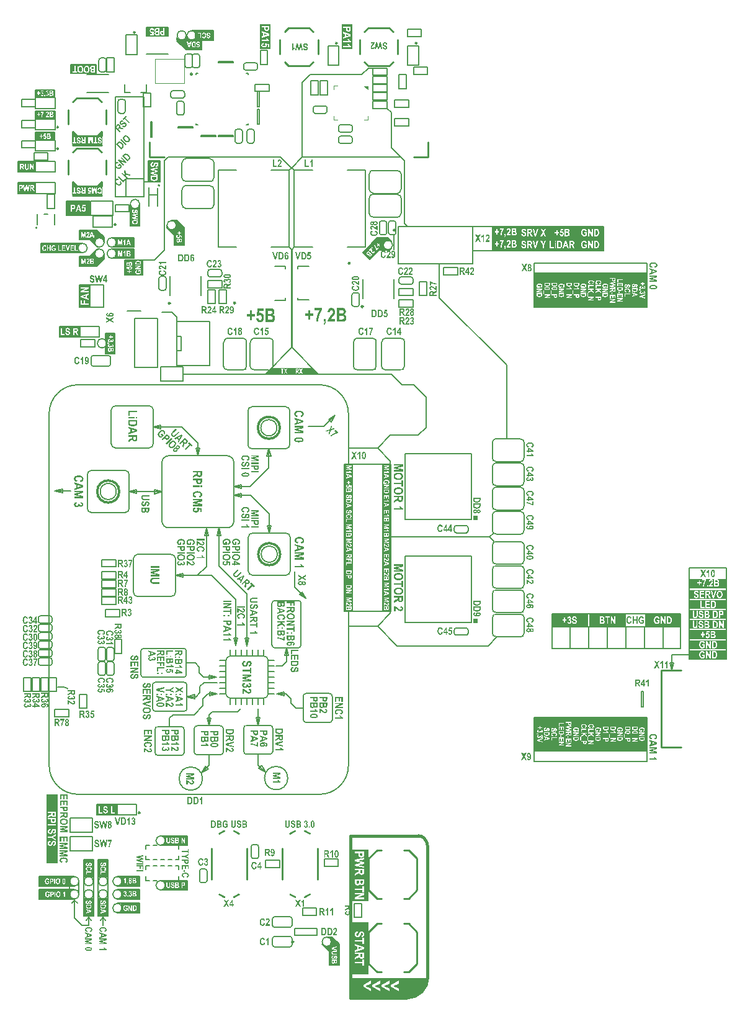
<source format=gto>
G04*
G04 #@! TF.GenerationSoftware,Altium Limited,Altium Designer,24.8.2 (39)*
G04*
G04 Layer_Color=65535*
%FSLAX43Y43*%
%MOMM*%
G71*
G04*
G04 #@! TF.SameCoordinates,7EB9D47B-AFC8-475C-A275-96F075C7C5C9*
G04*
G04*
G04 #@! TF.FilePolarity,Positive*
G04*
G01*
G75*
%ADD10C,0.254*%
%ADD11C,0.200*%
%ADD12C,0.150*%
%ADD13C,0.250*%
%ADD14C,0.400*%
%ADD15C,0.300*%
%ADD16C,0.102*%
%ADD17C,0.100*%
%ADD18R,0.500X0.500*%
%ADD19R,0.225X4.646*%
G36*
X21325Y132975D02*
Y131750D01*
X18325D01*
Y132975D01*
X21325D01*
D02*
G37*
G36*
X27500Y131187D02*
X25888D01*
Y129950D01*
X23663D01*
Y130150D01*
X23510D01*
X22435Y131225D01*
Y131715D01*
X22773Y131377D01*
X22773Y131377D01*
X22817Y131337D01*
X22915Y131271D01*
X23025Y131226D01*
X23141Y131203D01*
X23200Y131200D01*
X23200Y131200D01*
X23253Y131203D01*
X23358Y131223D01*
X23425Y131251D01*
X23811Y131638D01*
Y131744D01*
X24280Y131275D01*
X25000D01*
Y132512D01*
X27500D01*
Y131187D01*
D02*
G37*
G36*
X35309Y129975D02*
X33875D01*
Y133375D01*
X35309D01*
Y129975D01*
D02*
G37*
G36*
X46433Y129950D02*
X45017D01*
Y133375D01*
X46433D01*
Y129950D01*
D02*
G37*
G36*
X11526Y126612D02*
X8100D01*
Y127838D01*
X11526D01*
Y126612D01*
D02*
G37*
G36*
X48600Y124465D02*
X48115Y124950D01*
X48600D01*
Y124465D01*
D02*
G37*
G36*
X5870Y123430D02*
X4441D01*
X4462Y123441D01*
X4479Y123453D01*
X4494Y123467D01*
X4506Y123479D01*
X4514Y123491D01*
X4521Y123501D01*
X4523Y123504D01*
X4525Y123507D01*
X4526Y123508D01*
Y123509D01*
X4529Y123517D01*
X4533Y123527D01*
X4538Y123547D01*
X4542Y123568D01*
X4544Y123590D01*
X4545Y123599D01*
X4546Y123608D01*
Y123617D01*
X4547Y123624D01*
Y123742D01*
X4428D01*
Y123597D01*
X4486D01*
X4485Y123582D01*
X4483Y123567D01*
X4480Y123556D01*
X4477Y123546D01*
X4473Y123538D01*
X4471Y123532D01*
X4469Y123529D01*
X4468Y123528D01*
X4462Y123520D01*
X4454Y123512D01*
X4446Y123506D01*
X4438Y123500D01*
X4430Y123496D01*
X4424Y123492D01*
X4420Y123491D01*
X4418Y123490D01*
X4441Y123430D01*
X3220D01*
Y124351D01*
X4122D01*
X4108Y124351D01*
X4095Y124350D01*
X4083Y124347D01*
X4071Y124344D01*
X4049Y124336D01*
X4040Y124332D01*
X4032Y124328D01*
X4024Y124323D01*
X4017Y124319D01*
X4011Y124315D01*
X4007Y124311D01*
X4003Y124308D01*
X4000Y124306D01*
X3999Y124305D01*
X3998Y124304D01*
X3989Y124295D01*
X3981Y124284D01*
X3974Y124273D01*
X3967Y124261D01*
X3955Y124236D01*
X3946Y124212D01*
X3943Y124201D01*
X3939Y124190D01*
X3937Y124180D01*
X3935Y124171D01*
X3934Y124165D01*
X3933Y124159D01*
X3932Y124156D01*
Y124155D01*
X4041Y124132D01*
X4043Y124150D01*
X4046Y124165D01*
X4050Y124177D01*
X4055Y124188D01*
X4059Y124196D01*
X4063Y124202D01*
X4065Y124206D01*
X4066Y124207D01*
X4074Y124216D01*
X4083Y124222D01*
X4093Y124226D01*
X4101Y124230D01*
X4108Y124231D01*
X4113Y124233D01*
X4118D01*
X4129Y124232D01*
X4138Y124230D01*
X4148Y124226D01*
X4154Y124222D01*
X4160Y124218D01*
X4164Y124214D01*
X4167Y124211D01*
X4168Y124211D01*
X4174Y124201D01*
X4178Y124192D01*
X4182Y124182D01*
X4184Y124172D01*
X4186Y124163D01*
X4187Y124156D01*
Y124151D01*
Y124151D01*
Y124150D01*
X4186Y124133D01*
X4183Y124119D01*
X4178Y124106D01*
X4173Y124096D01*
X4168Y124088D01*
X4164Y124082D01*
X4161Y124078D01*
X4160Y124077D01*
X4149Y124069D01*
X4138Y124062D01*
X4125Y124058D01*
X4114Y124056D01*
X4103Y124054D01*
X4095Y124053D01*
X4088D01*
X4075Y123936D01*
X4086Y123939D01*
X4097Y123942D01*
X4106Y123944D01*
X4113Y123945D01*
X4120Y123946D01*
X4124Y123947D01*
X4128D01*
X4141Y123945D01*
X4153Y123942D01*
X4163Y123937D01*
X4171Y123931D01*
X4178Y123925D01*
X4183Y123920D01*
X4187Y123917D01*
X4188Y123915D01*
X4196Y123902D01*
X4202Y123888D01*
X4206Y123874D01*
X4208Y123861D01*
X4211Y123848D01*
X4212Y123838D01*
Y123834D01*
Y123832D01*
Y123830D01*
Y123829D01*
X4211Y123808D01*
X4208Y123790D01*
X4203Y123774D01*
X4199Y123761D01*
X4194Y123750D01*
X4190Y123742D01*
X4187Y123738D01*
X4186Y123737D01*
X4176Y123726D01*
X4166Y123717D01*
X4155Y123712D01*
X4146Y123708D01*
X4138Y123706D01*
X4130Y123705D01*
X4126Y123704D01*
X4124D01*
X4113Y123705D01*
X4101Y123708D01*
X4091Y123712D01*
X4083Y123718D01*
X4076Y123723D01*
X4070Y123727D01*
X4067Y123731D01*
X4066Y123732D01*
X4058Y123743D01*
X4051Y123757D01*
X4047Y123770D01*
X4043Y123783D01*
X4040Y123795D01*
X4038Y123805D01*
Y123808D01*
X4038Y123811D01*
Y123812D01*
Y123813D01*
X3924Y123797D01*
X3926Y123778D01*
X3929Y123762D01*
X3933Y123746D01*
X3938Y123731D01*
X3943Y123717D01*
X3949Y123704D01*
X3954Y123692D01*
X3959Y123682D01*
X3965Y123673D01*
X3970Y123665D01*
X3975Y123657D01*
X3979Y123652D01*
X3984Y123647D01*
X3986Y123644D01*
X3988Y123642D01*
X3989Y123642D01*
X3999Y123632D01*
X4010Y123623D01*
X4022Y123616D01*
X4034Y123609D01*
X4045Y123603D01*
X4057Y123599D01*
X4078Y123592D01*
X4088Y123590D01*
X4097Y123588D01*
X4105Y123587D01*
X4113Y123586D01*
X4118Y123585D01*
X4126D01*
X4142Y123586D01*
X4157Y123587D01*
X4171Y123591D01*
X4184Y123596D01*
X4197Y123601D01*
X4209Y123606D01*
X4220Y123612D01*
X4230Y123618D01*
X4239Y123624D01*
X4248Y123631D01*
X4255Y123636D01*
X4261Y123642D01*
X4266Y123646D01*
X4269Y123649D01*
X4271Y123651D01*
X4272Y123652D01*
X4283Y123665D01*
X4292Y123678D01*
X4300Y123692D01*
X4308Y123707D01*
X4313Y123721D01*
X4318Y123735D01*
X4323Y123749D01*
X4326Y123762D01*
X4328Y123774D01*
X4330Y123786D01*
X4332Y123796D01*
X4333Y123805D01*
X4333Y123812D01*
Y123822D01*
X4332Y123847D01*
X4328Y123870D01*
X4323Y123890D01*
X4317Y123907D01*
X4313Y123914D01*
X4311Y123921D01*
X4308Y123926D01*
X4305Y123931D01*
X4303Y123934D01*
X4302Y123937D01*
X4300Y123938D01*
Y123939D01*
X4287Y123956D01*
X4273Y123969D01*
X4259Y123979D01*
X4246Y123987D01*
X4234Y123994D01*
X4224Y123997D01*
X4221Y123999D01*
X4218Y124000D01*
X4217Y124001D01*
X4216D01*
X4232Y124012D01*
X4245Y124024D01*
X4257Y124035D01*
X4267Y124046D01*
X4274Y124055D01*
X4279Y124062D01*
X4283Y124067D01*
X4283Y124068D01*
Y124069D01*
X4291Y124084D01*
X4297Y124100D01*
X4300Y124115D01*
X4303Y124129D01*
X4305Y124141D01*
X4306Y124150D01*
Y124153D01*
Y124156D01*
Y124157D01*
Y124158D01*
X4305Y124171D01*
X4303Y124185D01*
X4301Y124197D01*
X4298Y124210D01*
X4290Y124232D01*
X4286Y124243D01*
X4281Y124252D01*
X4276Y124261D01*
X4272Y124269D01*
X4268Y124276D01*
X4263Y124281D01*
X4261Y124286D01*
X4258Y124289D01*
X4257Y124291D01*
X4256Y124291D01*
X4246Y124302D01*
X4236Y124311D01*
X4225Y124319D01*
X4214Y124326D01*
X4203Y124332D01*
X4192Y124336D01*
X4181Y124341D01*
X4170Y124344D01*
X4160Y124346D01*
X4151Y124348D01*
X4143Y124350D01*
X4136Y124351D01*
X4130Y124351D01*
X4840D01*
X4827Y124351D01*
X4813Y124350D01*
X4801Y124347D01*
X4789Y124344D01*
X4767Y124336D01*
X4758Y124332D01*
X4750Y124328D01*
X4742Y124323D01*
X4735Y124319D01*
X4729Y124315D01*
X4725Y124311D01*
X4721Y124308D01*
X4718Y124306D01*
X4717Y124305D01*
X4716Y124304D01*
X4707Y124295D01*
X4699Y124284D01*
X4692Y124273D01*
X4685Y124261D01*
X4673Y124236D01*
X4664Y124212D01*
X4661Y124201D01*
X4658Y124190D01*
X4655Y124180D01*
X4653Y124171D01*
X4652Y124165D01*
X4651Y124159D01*
X4650Y124156D01*
Y124155D01*
X4759Y124132D01*
X4761Y124150D01*
X4764Y124165D01*
X4768Y124177D01*
X4773Y124188D01*
X4777Y124196D01*
X4781Y124202D01*
X4783Y124206D01*
X4784Y124207D01*
X4792Y124216D01*
X4802Y124222D01*
X4811Y124226D01*
X4819Y124230D01*
X4826Y124231D01*
X4832Y124233D01*
X4837D01*
X4847Y124232D01*
X4857Y124230D01*
X4866Y124226D01*
X4872Y124222D01*
X4878Y124218D01*
X4882Y124214D01*
X4885Y124211D01*
X4886Y124211D01*
X4892Y124201D01*
X4897Y124192D01*
X4900Y124182D01*
X4902Y124172D01*
X4904Y124163D01*
X4905Y124156D01*
Y124151D01*
Y124151D01*
Y124150D01*
X4904Y124133D01*
X4901Y124119D01*
X4897Y124106D01*
X4892Y124096D01*
X4887Y124088D01*
X4882Y124082D01*
X4879Y124078D01*
X4878Y124077D01*
X4867Y124069D01*
X4856Y124062D01*
X4843Y124058D01*
X4832Y124056D01*
X4822Y124054D01*
X4813Y124053D01*
X4806D01*
X4793Y123936D01*
X4804Y123939D01*
X4815Y123942D01*
X4824Y123944D01*
X4832Y123945D01*
X4838Y123946D01*
X4842Y123947D01*
X4847D01*
X4859Y123945D01*
X4871Y123942D01*
X4881Y123937D01*
X4889Y123931D01*
X4897Y123925D01*
X4902Y123920D01*
X4905Y123917D01*
X4906Y123915D01*
X4914Y123902D01*
X4920Y123888D01*
X4924Y123874D01*
X4927Y123861D01*
X4929Y123848D01*
X4930Y123838D01*
Y123834D01*
Y123832D01*
Y123830D01*
Y123829D01*
X4929Y123808D01*
X4926Y123790D01*
X4922Y123774D01*
X4917Y123761D01*
X4912Y123750D01*
X4908Y123742D01*
X4905Y123738D01*
X4904Y123737D01*
X4894Y123726D01*
X4884Y123717D01*
X4873Y123712D01*
X4864Y123708D01*
X4856Y123706D01*
X4848Y123705D01*
X4844Y123704D01*
X4842D01*
X4831Y123705D01*
X4819Y123708D01*
X4809Y123712D01*
X4801Y123718D01*
X4794Y123723D01*
X4788Y123727D01*
X4785Y123731D01*
X4784Y123732D01*
X4776Y123743D01*
X4769Y123757D01*
X4765Y123770D01*
X4761Y123783D01*
X4758Y123795D01*
X4757Y123805D01*
Y123808D01*
X4756Y123811D01*
Y123812D01*
Y123813D01*
X4642Y123797D01*
X4644Y123778D01*
X4648Y123762D01*
X4651Y123746D01*
X4656Y123731D01*
X4661Y123717D01*
X4667Y123704D01*
X4672Y123692D01*
X4677Y123682D01*
X4683Y123673D01*
X4688Y123665D01*
X4693Y123657D01*
X4698Y123652D01*
X4702Y123647D01*
X4704Y123644D01*
X4706Y123642D01*
X4707Y123642D01*
X4717Y123632D01*
X4728Y123623D01*
X4740Y123616D01*
X4752Y123609D01*
X4763Y123603D01*
X4775Y123599D01*
X4797Y123592D01*
X4807Y123590D01*
X4815Y123588D01*
X4823Y123587D01*
X4831Y123586D01*
X4837Y123585D01*
X4844D01*
X4860Y123586D01*
X4875Y123587D01*
X4889Y123591D01*
X4902Y123596D01*
X4915Y123601D01*
X4927Y123606D01*
X4938Y123612D01*
X4948Y123618D01*
X4957Y123624D01*
X4966Y123631D01*
X4973Y123636D01*
X4979Y123642D01*
X4984Y123646D01*
X4987Y123649D01*
X4989Y123651D01*
X4990Y123652D01*
X5001Y123665D01*
X5010Y123678D01*
X5018Y123692D01*
X5026Y123707D01*
X5032Y123721D01*
X5037Y123735D01*
X5041Y123749D01*
X5044Y123762D01*
X5047Y123774D01*
X5048Y123786D01*
X5050Y123796D01*
X5051Y123805D01*
X5052Y123812D01*
Y123822D01*
X5050Y123847D01*
X5047Y123870D01*
X5041Y123890D01*
X5035Y123907D01*
X5032Y123914D01*
X5029Y123921D01*
X5026Y123926D01*
X5023Y123931D01*
X5022Y123934D01*
X5020Y123937D01*
X5018Y123938D01*
Y123939D01*
X5005Y123956D01*
X4992Y123969D01*
X4977Y123979D01*
X4964Y123987D01*
X4952Y123994D01*
X4942Y123997D01*
X4939Y123999D01*
X4937Y124000D01*
X4935Y124001D01*
X4934D01*
X4950Y124012D01*
X4963Y124024D01*
X4975Y124035D01*
X4985Y124046D01*
X4992Y124055D01*
X4997Y124062D01*
X5001Y124067D01*
X5002Y124068D01*
Y124069D01*
X5009Y124084D01*
X5015Y124100D01*
X5018Y124115D01*
X5022Y124129D01*
X5023Y124141D01*
X5024Y124150D01*
Y124153D01*
Y124156D01*
Y124157D01*
Y124158D01*
X5023Y124171D01*
X5022Y124185D01*
X5019Y124197D01*
X5017Y124210D01*
X5008Y124232D01*
X5004Y124243D01*
X4999Y124252D01*
X4994Y124261D01*
X4990Y124269D01*
X4986Y124276D01*
X4982Y124281D01*
X4979Y124286D01*
X4977Y124289D01*
X4975Y124291D01*
X4974Y124291D01*
X4964Y124302D01*
X4954Y124311D01*
X4943Y124319D01*
X4932Y124326D01*
X4921Y124332D01*
X4910Y124336D01*
X4899Y124341D01*
X4888Y124344D01*
X4878Y124346D01*
X4869Y124348D01*
X4861Y124350D01*
X4854Y124351D01*
X4848Y124351D01*
X5870D01*
Y123430D01*
D02*
G37*
G36*
X5875Y120530D02*
X4446D01*
X4467Y120541D01*
X4484Y120553D01*
X4499Y120567D01*
X4511Y120579D01*
X4519Y120591D01*
X4526Y120601D01*
X4528Y120604D01*
X4530Y120607D01*
X4531Y120608D01*
Y120609D01*
X4534Y120617D01*
X4538Y120627D01*
X4543Y120647D01*
X4547Y120668D01*
X4549Y120690D01*
X4550Y120699D01*
X4551Y120708D01*
Y120717D01*
X4552Y120724D01*
Y120842D01*
X4433D01*
Y120697D01*
X4491D01*
X4490Y120682D01*
X4488Y120667D01*
X4485Y120656D01*
X4482Y120646D01*
X4478Y120638D01*
X4476Y120632D01*
X4474Y120629D01*
X4473Y120628D01*
X4467Y120620D01*
X4459Y120612D01*
X4451Y120606D01*
X4443Y120600D01*
X4435Y120596D01*
X4429Y120592D01*
X4425Y120591D01*
X4423Y120590D01*
X4446Y120530D01*
X3225D01*
Y121451D01*
X4854D01*
X4838Y121451D01*
X4823Y121449D01*
X4808Y121446D01*
X4795Y121443D01*
X4782Y121439D01*
X4771Y121434D01*
X4761Y121430D01*
X4751Y121425D01*
X4742Y121419D01*
X4735Y121415D01*
X4728Y121410D01*
X4723Y121406D01*
X4719Y121402D01*
X4716Y121400D01*
X4714Y121398D01*
X4713Y121397D01*
X4704Y121386D01*
X4695Y121375D01*
X4688Y121362D01*
X4681Y121349D01*
X4670Y121321D01*
X4662Y121294D01*
X4658Y121281D01*
X4656Y121269D01*
X4654Y121258D01*
X4653Y121248D01*
X4652Y121241D01*
X4651Y121235D01*
X4650Y121231D01*
Y121230D01*
X4767Y121215D01*
X4769Y121236D01*
X4772Y121254D01*
X4777Y121269D01*
X4783Y121283D01*
X4790Y121294D01*
X4797Y121304D01*
X4804Y121311D01*
X4812Y121317D01*
X4819Y121322D01*
X4827Y121326D01*
X4833Y121329D01*
X4839Y121331D01*
X4844Y121331D01*
X4848Y121332D01*
X4852D01*
X4864Y121331D01*
X4876Y121328D01*
X4886Y121324D01*
X4894Y121320D01*
X4901Y121315D01*
X4905Y121311D01*
X4908Y121307D01*
X4909Y121306D01*
X4917Y121296D01*
X4922Y121284D01*
X4926Y121272D01*
X4929Y121260D01*
X4931Y121249D01*
X4932Y121241D01*
Y121237D01*
Y121235D01*
Y121233D01*
Y121232D01*
X4931Y121216D01*
X4927Y121199D01*
X4923Y121183D01*
X4918Y121169D01*
X4913Y121157D01*
X4909Y121148D01*
X4907Y121145D01*
X4906Y121143D01*
X4905Y121142D01*
Y121141D01*
X4901Y121134D01*
X4896Y121127D01*
X4889Y121118D01*
X4882Y121109D01*
X4867Y121089D01*
X4850Y121069D01*
X4834Y121051D01*
X4827Y121042D01*
X4821Y121035D01*
X4816Y121029D01*
X4812Y121025D01*
X4809Y121022D01*
X4808Y121021D01*
X4791Y121001D01*
X4774Y120982D01*
X4760Y120963D01*
X4746Y120946D01*
X4734Y120930D01*
X4723Y120916D01*
X4713Y120902D01*
X4705Y120890D01*
X4698Y120879D01*
X4692Y120869D01*
X4687Y120861D01*
X4682Y120854D01*
X4680Y120848D01*
X4677Y120845D01*
X4677Y120842D01*
X4676Y120842D01*
X4664Y120816D01*
X4656Y120790D01*
X4648Y120766D01*
X4643Y120744D01*
X4642Y120734D01*
X4640Y120725D01*
X4638Y120717D01*
X4638Y120711D01*
X4637Y120705D01*
X4636Y120701D01*
Y120697D01*
X5050D01*
Y120832D01*
X4815D01*
X4822Y120846D01*
X4827Y120852D01*
X4831Y120858D01*
X4834Y120863D01*
X4837Y120867D01*
X4838Y120870D01*
X4839Y120871D01*
X4842Y120875D01*
X4847Y120881D01*
X4857Y120893D01*
X4868Y120907D01*
X4881Y120921D01*
X4892Y120934D01*
X4897Y120940D01*
X4902Y120946D01*
X4906Y120950D01*
X4908Y120953D01*
X4910Y120955D01*
X4911Y120956D01*
X4922Y120968D01*
X4932Y120980D01*
X4951Y121002D01*
X4966Y121021D01*
X4977Y121037D01*
X4982Y121044D01*
X4987Y121050D01*
X4991Y121055D01*
X4993Y121060D01*
X4996Y121063D01*
X4997Y121066D01*
X4998Y121067D01*
Y121067D01*
X5007Y121084D01*
X5015Y121100D01*
X5022Y121114D01*
X5027Y121127D01*
X5032Y121138D01*
X5034Y121147D01*
X5035Y121150D01*
X5036Y121152D01*
X5037Y121153D01*
Y121154D01*
X5041Y121171D01*
X5044Y121187D01*
X5047Y121201D01*
X5048Y121216D01*
X5049Y121227D01*
X5050Y121236D01*
Y121244D01*
X5049Y121259D01*
X5047Y121273D01*
X5046Y121287D01*
X5042Y121301D01*
X5034Y121325D01*
X5030Y121336D01*
X5026Y121346D01*
X5021Y121356D01*
X5017Y121364D01*
X5012Y121371D01*
X5008Y121377D01*
X5005Y121381D01*
X5003Y121386D01*
X5002Y121387D01*
X5001Y121388D01*
X4991Y121399D01*
X4981Y121409D01*
X4969Y121417D01*
X4957Y121425D01*
X4945Y121431D01*
X4932Y121436D01*
X4921Y121441D01*
X4909Y121444D01*
X4898Y121446D01*
X4887Y121448D01*
X4878Y121450D01*
X4870Y121451D01*
X4863Y121451D01*
X5875D01*
Y120530D01*
D02*
G37*
G36*
X12238Y118134D02*
X12366D01*
Y116909D01*
X8186D01*
Y118134D01*
X8312D01*
Y118688D01*
X8866Y118134D01*
X11684D01*
X12238Y118688D01*
Y118134D01*
D02*
G37*
G36*
X5870Y117630D02*
X3220D01*
Y118551D01*
X5870D01*
Y117630D01*
D02*
G37*
G36*
X3210Y113195D02*
X875D01*
Y114650D01*
X3210D01*
Y113195D01*
D02*
G37*
G36*
X20225Y111900D02*
X18625D01*
Y114650D01*
X20225D01*
Y111900D01*
D02*
G37*
G36*
X12238Y111284D02*
X12366D01*
Y110059D01*
X8186D01*
Y111284D01*
X8312D01*
Y111838D01*
X8866Y111284D01*
X11684D01*
X12238Y111838D01*
Y111284D01*
D02*
G37*
G36*
X3210Y110295D02*
X875D01*
Y111750D01*
X3210D01*
Y110295D01*
D02*
G37*
G36*
X10650Y107320D02*
X7488D01*
Y109225D01*
X10650D01*
Y107320D01*
D02*
G37*
G36*
X17462Y105875D02*
X16138D01*
Y108300D01*
X17462D01*
Y105875D01*
D02*
G37*
G36*
X23500Y105615D02*
Y105250D01*
X23500Y105250D01*
Y103238D01*
X22175D01*
Y104575D01*
X21450Y105300D01*
Y105350D01*
X22100D01*
X22175Y105425D01*
Y105463D01*
X22213D01*
X22291Y105541D01*
X22327Y105580D01*
X22386Y105669D01*
X22427Y105767D01*
X22447Y105872D01*
X22450Y105925D01*
X22450Y105925D01*
X22447Y105984D01*
X22424Y106100D01*
X22379Y106210D01*
X22313Y106308D01*
X22273Y106352D01*
X22273Y106352D01*
X21935Y106690D01*
X22425D01*
X23500Y105615D01*
D02*
G37*
G36*
X80775Y104137D02*
Y102500D01*
X69250D01*
Y104137D01*
X69225D01*
Y102500D01*
X65575D01*
Y104137D01*
Y105766D01*
X77050D01*
Y104137D01*
X73188D01*
X77075D01*
D01*
Y105766D01*
X80775D01*
Y104137D01*
D02*
G37*
G36*
X12690Y104225D02*
Y103735D01*
X12352Y104073D01*
X12352Y104073D01*
X12308Y104113D01*
X12210Y104179D01*
X12100Y104224D01*
X11984Y104247D01*
X11925Y104250D01*
X11925Y104250D01*
X11872Y104247D01*
X11767Y104227D01*
X11669Y104186D01*
X11580Y104127D01*
X11541Y104091D01*
X11462Y104012D01*
Y103975D01*
X11425D01*
X11350Y103900D01*
Y103250D01*
X11300D01*
X10575Y103975D01*
X9238D01*
Y105300D01*
X11615D01*
X12690Y104225D01*
D02*
G37*
G36*
X16600Y102938D02*
X14100D01*
Y104262D01*
X16600D01*
Y102938D01*
D02*
G37*
G36*
X9124Y102162D02*
X4026D01*
Y103488D01*
X9124D01*
Y102162D01*
D02*
G37*
G36*
X16600Y101412D02*
X14100D01*
Y102737D01*
X16600D01*
Y101412D01*
D02*
G37*
G36*
X51753Y103869D02*
X51274D01*
Y103869D01*
X51215Y103866D01*
X51099Y103843D01*
X50990Y103797D01*
X50892Y103732D01*
X50848Y103692D01*
Y103692D01*
X50812Y103652D01*
X50753Y103564D01*
X50712Y103466D01*
X50691Y103361D01*
X50689Y103308D01*
X50689Y103211D01*
X50722Y103177D01*
X50689Y103144D01*
Y103038D01*
X51148Y102578D01*
X51113Y102543D01*
X50088D01*
X48847Y101303D01*
X47910Y102240D01*
X49628Y103957D01*
X49628D01*
X49886Y104215D01*
X51407D01*
X51753Y103869D01*
D02*
G37*
G36*
X11350Y101775D02*
X11425Y101700D01*
X11462D01*
Y101662D01*
X11541Y101584D01*
X11580Y101548D01*
X11669Y101489D01*
X11767Y101448D01*
X11872Y101428D01*
X11925Y101425D01*
X11925Y101425D01*
X11984Y101428D01*
X12100Y101451D01*
X12210Y101496D01*
X12308Y101562D01*
X12352Y101602D01*
X12352Y101602D01*
X12690Y101940D01*
Y101450D01*
X11615Y100375D01*
X9238D01*
Y101700D01*
X10575D01*
X11300Y102425D01*
X11350D01*
Y101775D01*
D02*
G37*
G36*
X77500Y99396D02*
X78500D01*
Y94746D01*
X75500D01*
Y99396D01*
X76500D01*
D01*
X77500D01*
D01*
D02*
G37*
G36*
X16650Y101200D02*
Y101199D01*
X17856D01*
Y99151D01*
X16650D01*
Y99150D01*
X15413D01*
Y101200D01*
X16650D01*
D02*
G37*
G36*
X10607Y94775D02*
X9243D01*
Y97825D01*
X10607D01*
Y94775D01*
D02*
G37*
G36*
X79500Y99393D02*
X80500D01*
Y99396D01*
X81500D01*
Y94746D01*
X78500D01*
Y99396D01*
X79500D01*
Y99393D01*
D02*
G37*
G36*
X75500Y94746D02*
X74500D01*
X72500D01*
Y99396D01*
X74500D01*
X75500D01*
Y94746D01*
D02*
G37*
G36*
X72500D02*
X71500D01*
Y99396D01*
X72500D01*
Y94746D01*
D02*
G37*
G36*
X82500Y99393D02*
X83500D01*
Y99396D01*
X84500D01*
D01*
X85500D01*
D01*
X86500D01*
Y94746D01*
X85500D01*
D01*
X84500D01*
D01*
X83500D01*
X82500D01*
Y94746D01*
X81500D01*
Y99396D01*
X82500D01*
Y99393D01*
D02*
G37*
G36*
X9270Y90720D02*
X6475D01*
Y92175D01*
X9270D01*
Y90720D01*
D02*
G37*
G36*
X14087Y88425D02*
X12762D01*
Y91186D01*
X14087D01*
Y88425D01*
D02*
G37*
G36*
X40225Y86500D02*
X40950Y86499D01*
X41850Y85650D01*
X40225D01*
Y85625D01*
X36125D01*
Y85650D01*
X34575D01*
X35475Y86499D01*
X36125Y86499D01*
Y86500D01*
X40225D01*
Y86500D01*
D02*
G37*
G36*
X20573Y78026D02*
X20594Y78024D01*
X20614Y78021D01*
X20616D01*
X20619Y78019D01*
X20625Y78018D01*
X20633Y78016D01*
X20643Y78013D01*
X20654Y78009D01*
X20667Y78005D01*
X20681Y77999D01*
X20695Y77992D01*
X20712Y77983D01*
X20728Y77975D01*
X20746Y77964D01*
X20763Y77952D01*
X20781Y77939D01*
X20798Y77923D01*
X20816Y77908D01*
X20827Y77897D01*
X20833Y77888D01*
X20842Y77878D01*
X20851Y77866D01*
X20861Y77853D01*
X20873Y77838D01*
X20893Y77802D01*
X20903Y77783D01*
X20913Y77763D01*
X20922Y77742D01*
X20928Y77719D01*
X20933Y77698D01*
X20936Y77674D01*
Y77673D01*
X20937Y77668D01*
Y77662D01*
Y77653D01*
X20936Y77643D01*
X20935Y77628D01*
X20933Y77614D01*
X20930Y77597D01*
X20927Y77578D01*
X20921Y77559D01*
X20915Y77538D01*
X20908Y77518D01*
X20898Y77494D01*
X20887Y77472D01*
X20873Y77448D01*
X20858Y77424D01*
X20706Y77519D01*
X20707Y77520D01*
X20708Y77522D01*
X20710Y77527D01*
X20713Y77531D01*
X20716Y77537D01*
X20719Y77546D01*
X20727Y77563D01*
X20733Y77585D01*
X20740Y77608D01*
X20743Y77633D01*
X20743Y77659D01*
Y77662D01*
X20741Y77671D01*
X20738Y77683D01*
X20733Y77700D01*
X20726Y77718D01*
X20716Y77738D01*
X20703Y77758D01*
X20686Y77778D01*
X20678Y77785D01*
X20672Y77790D01*
X20664Y77796D01*
X20655Y77802D01*
X20644Y77809D01*
X20633Y77816D01*
X20619Y77823D01*
X20605Y77828D01*
X20589Y77834D01*
X20573Y77839D01*
X20554Y77843D01*
X20536Y77844D01*
X20516Y77846D01*
X20496Y77844D01*
X20494D01*
X20491D01*
X20485Y77842D01*
X20477Y77840D01*
X20466Y77838D01*
X20454Y77834D01*
X20440Y77828D01*
X20425Y77822D01*
X20408Y77814D01*
X20389Y77804D01*
X20370Y77793D01*
X20348Y77780D01*
X20327Y77765D01*
X20305Y77747D01*
X20283Y77728D01*
X20258Y77705D01*
X20257Y77703D01*
X20253Y77699D01*
X20245Y77692D01*
X20237Y77682D01*
X20227Y77670D01*
X20214Y77656D01*
X20202Y77640D01*
X20188Y77622D01*
X20161Y77582D01*
X20149Y77561D01*
X20137Y77538D01*
X20126Y77516D01*
X20117Y77493D01*
X20110Y77470D01*
X20105Y77447D01*
Y77445D01*
Y77442D01*
X20104Y77436D01*
Y77429D01*
Y77419D01*
Y77409D01*
X20105Y77397D01*
X20108Y77384D01*
X20110Y77370D01*
X20114Y77354D01*
X20119Y77339D01*
X20125Y77323D01*
X20133Y77308D01*
X20143Y77292D01*
X20155Y77277D01*
X20168Y77262D01*
X20174Y77256D01*
X20183Y77249D01*
X20193Y77242D01*
X20207Y77232D01*
X20222Y77222D01*
X20240Y77212D01*
X20260Y77203D01*
X20261Y77202D01*
X20263D01*
X20270Y77200D01*
X20281Y77196D01*
X20297Y77192D01*
X20313Y77187D01*
X20333Y77183D01*
X20355Y77180D01*
X20378Y77179D01*
X20473Y77274D01*
X20330Y77417D01*
X20458Y77544D01*
X20726Y77276D01*
X20426Y76976D01*
X20424D01*
X20423D01*
X20418D01*
X20410Y76975D01*
X20403Y76976D01*
X20393D01*
X20381D01*
X20368Y76977D01*
X20354Y76979D01*
X20339Y76981D01*
X20323Y76984D01*
X20306Y76987D01*
X20287Y76992D01*
X20268Y76997D01*
X20228Y77010D01*
X20228Y77011D01*
X20223Y77012D01*
X20218Y77014D01*
X20211Y77017D01*
X20202Y77022D01*
X20190Y77027D01*
X20178Y77032D01*
X20165Y77040D01*
X20151Y77047D01*
X20136Y77056D01*
X20105Y77075D01*
X20075Y77098D01*
X20045Y77125D01*
X20036Y77134D01*
X20031Y77141D01*
X20023Y77150D01*
X20015Y77160D01*
X20006Y77171D01*
X19997Y77185D01*
X19977Y77215D01*
X19958Y77249D01*
X19948Y77268D01*
X19941Y77289D01*
X19934Y77309D01*
X19928Y77330D01*
Y77332D01*
X19928Y77336D01*
X19927Y77342D01*
X19925Y77350D01*
X19924Y77361D01*
X19923Y77373D01*
X19923Y77387D01*
X19922Y77403D01*
Y77422D01*
X19923Y77440D01*
X19925Y77460D01*
X19928Y77482D01*
X19932Y77503D01*
X19937Y77527D01*
X19944Y77551D01*
X19952Y77575D01*
Y77577D01*
X19954Y77581D01*
X19958Y77588D01*
X19962Y77597D01*
X19968Y77609D01*
X19974Y77622D01*
X19983Y77637D01*
X19992Y77655D01*
X20003Y77673D01*
X20015Y77693D01*
X20029Y77714D01*
X20045Y77735D01*
X20062Y77758D01*
X20081Y77781D01*
X20101Y77803D01*
X20123Y77826D01*
X20124Y77828D01*
X20128Y77832D01*
X20134Y77838D01*
X20144Y77846D01*
X20156Y77856D01*
X20169Y77868D01*
X20183Y77880D01*
X20201Y77894D01*
X20219Y77908D01*
X20239Y77923D01*
X20282Y77950D01*
X20304Y77964D01*
X20328Y77976D01*
X20351Y77988D01*
X20375Y77997D01*
X20377D01*
X20381Y77999D01*
X20388Y78001D01*
X20397Y78003D01*
X20408Y78007D01*
X20422Y78010D01*
X20438Y78014D01*
X20454Y78018D01*
X20490Y78023D01*
X20531Y78026D01*
X20573D01*
D02*
G37*
G36*
X44555Y77677D02*
X44450Y77572D01*
X44448D01*
X44445D01*
X44439Y77571D01*
X44431Y77569D01*
X44419Y77567D01*
X44407Y77565D01*
X44393Y77562D01*
X44374Y77559D01*
X44357Y77555D01*
X44335Y77550D01*
X44313Y77545D01*
X44289Y77537D01*
X44263Y77530D01*
X44237Y77522D01*
X44208Y77512D01*
X44178Y77502D01*
X44177D01*
X44171Y77499D01*
X44163Y77496D01*
X44151Y77491D01*
X44137Y77485D01*
X44119Y77477D01*
X44100Y77470D01*
X44078Y77460D01*
X44056Y77449D01*
X44031Y77437D01*
X44004Y77424D01*
X43978Y77411D01*
X43949Y77396D01*
X43921Y77379D01*
X43863Y77344D01*
X43861Y77342D01*
X43856Y77339D01*
X43848Y77334D01*
X43837Y77327D01*
X43823Y77318D01*
X43808Y77307D01*
X43792Y77295D01*
X43773Y77282D01*
X43753Y77267D01*
X43732Y77252D01*
X43689Y77217D01*
X43646Y77181D01*
X43606Y77142D01*
X43492Y77257D01*
X43493Y77257D01*
X43493Y77258D01*
X43496Y77261D01*
X43499Y77264D01*
X43508Y77272D01*
X43521Y77282D01*
X43536Y77296D01*
X43554Y77312D01*
X43576Y77329D01*
X43598Y77348D01*
X43625Y77368D01*
X43653Y77390D01*
X43684Y77412D01*
X43717Y77435D01*
X43751Y77457D01*
X43787Y77480D01*
X43824Y77501D01*
X43863Y77522D01*
X43863Y77523D01*
X43865D01*
X43868Y77525D01*
X43873Y77527D01*
X43883Y77533D01*
X43898Y77540D01*
X43918Y77549D01*
X43940Y77560D01*
X43966Y77571D01*
X43994Y77582D01*
X44025Y77597D01*
X44058Y77609D01*
X44093Y77622D01*
X44129Y77634D01*
X44167Y77647D01*
X44206Y77659D01*
X44285Y77678D01*
X44017Y77947D01*
X44151Y78081D01*
X44555Y77677D01*
D02*
G37*
G36*
X43715Y78537D02*
X43613Y78189D01*
X43960Y78292D01*
X44105Y78147D01*
X43551Y77981D01*
X43373Y77376D01*
X43222Y77526D01*
X43339Y77917D01*
X42948Y77800D01*
X42799Y77949D01*
X43403Y78127D01*
X43570Y78682D01*
X43715Y78537D01*
D02*
G37*
G36*
X22481Y78083D02*
X22074Y77675D01*
X22073Y77675D01*
X22070Y77671D01*
X22065Y77666D01*
X22059Y77660D01*
X22051Y77653D01*
X22042Y77644D01*
X22024Y77624D01*
X22003Y77603D01*
X21984Y77582D01*
X21975Y77572D01*
X21966Y77563D01*
X21960Y77555D01*
X21955Y77548D01*
X21954Y77547D01*
X21953Y77545D01*
X21950Y77542D01*
X21948Y77538D01*
X21942Y77527D01*
X21935Y77511D01*
X21928Y77495D01*
X21921Y77475D01*
X21917Y77454D01*
Y77432D01*
X21918Y77430D01*
X21919Y77422D01*
X21921Y77411D01*
X21926Y77396D01*
X21933Y77380D01*
X21943Y77361D01*
X21955Y77342D01*
X21973Y77323D01*
X21980Y77315D01*
X21989Y77309D01*
X22000Y77300D01*
X22014Y77292D01*
X22029Y77284D01*
X22045Y77276D01*
X22062Y77272D01*
X22064D01*
X22070Y77271D01*
X22079Y77270D01*
X22091Y77271D01*
X22105Y77272D01*
X22120Y77275D01*
X22136Y77280D01*
X22152Y77287D01*
X22153Y77288D01*
X22155D01*
X22157Y77290D01*
X22161Y77293D01*
X22166Y77296D01*
X22172Y77300D01*
X22180Y77306D01*
X22189Y77312D01*
X22199Y77320D01*
X22210Y77330D01*
X22223Y77341D01*
X22238Y77355D01*
X22254Y77369D01*
X22270Y77385D01*
X22290Y77403D01*
X22310Y77423D01*
X22725Y77839D01*
X22850Y77715D01*
X22455Y77320D01*
X22453Y77318D01*
X22448Y77313D01*
X22440Y77305D01*
X22430Y77295D01*
X22417Y77284D01*
X22402Y77269D01*
X22386Y77255D01*
X22369Y77237D01*
X22331Y77205D01*
X22292Y77170D01*
X22272Y77155D01*
X22255Y77141D01*
X22236Y77128D01*
X22220Y77118D01*
X22219Y77117D01*
X22215Y77115D01*
X22211Y77113D01*
X22205Y77110D01*
X22198Y77106D01*
X22188Y77103D01*
X22165Y77094D01*
X22138Y77086D01*
X22108Y77081D01*
X22091Y77080D01*
X22074Y77079D01*
X22055Y77080D01*
X22037Y77082D01*
X22035D01*
X22033Y77083D01*
X22027Y77084D01*
X22020Y77085D01*
X22011Y77088D01*
X22001Y77091D01*
X21990Y77096D01*
X21976Y77101D01*
X21962Y77107D01*
X21947Y77115D01*
X21932Y77124D01*
X21915Y77134D01*
X21899Y77145D01*
X21881Y77158D01*
X21864Y77174D01*
X21846Y77190D01*
X21837Y77199D01*
X21831Y77206D01*
X21823Y77215D01*
X21815Y77225D01*
X21805Y77236D01*
X21795Y77249D01*
X21775Y77277D01*
X21756Y77308D01*
X21740Y77341D01*
X21735Y77358D01*
X21730Y77375D01*
Y77376D01*
X21729Y77379D01*
X21728Y77383D01*
X21727Y77390D01*
X21725Y77407D01*
X21725Y77430D01*
X21726Y77456D01*
X21730Y77486D01*
X21736Y77518D01*
X21749Y77550D01*
X21750Y77551D01*
X21751Y77555D01*
X21753Y77560D01*
X21758Y77566D01*
X21763Y77576D01*
X21770Y77586D01*
X21779Y77600D01*
X21790Y77615D01*
X21802Y77632D01*
X21816Y77651D01*
X21834Y77672D01*
X21853Y77695D01*
X21875Y77720D01*
X21899Y77747D01*
X21925Y77775D01*
X21956Y77806D01*
X22357Y78207D01*
X22481Y78083D01*
D02*
G37*
G36*
X21415Y77283D02*
X21425Y77272D01*
X21436Y77261D01*
X21447Y77248D01*
X21471Y77222D01*
X21493Y77197D01*
X21503Y77184D01*
X21511Y77172D01*
X21518Y77162D01*
X21524Y77153D01*
X21524Y77152D01*
X21525Y77150D01*
X21527Y77147D01*
X21529Y77141D01*
X21532Y77133D01*
X21534Y77126D01*
X21539Y77106D01*
X21544Y77081D01*
X21546Y77052D01*
Y77037D01*
X21545Y77022D01*
X21543Y77004D01*
X21539Y76987D01*
Y76986D01*
X21539Y76983D01*
X21537Y76978D01*
X21535Y76972D01*
X21532Y76963D01*
X21529Y76953D01*
X21524Y76942D01*
X21519Y76930D01*
X21511Y76916D01*
X21503Y76902D01*
X21494Y76887D01*
X21484Y76872D01*
X21472Y76855D01*
X21459Y76839D01*
X21445Y76822D01*
X21429Y76805D01*
X21428Y76804D01*
X21425Y76802D01*
X21421Y76797D01*
X21414Y76792D01*
X21407Y76785D01*
X21399Y76778D01*
X21389Y76770D01*
X21377Y76762D01*
X21352Y76743D01*
X21323Y76727D01*
X21293Y76711D01*
X21261Y76699D01*
X21260Y76698D01*
X21257D01*
X21253Y76697D01*
X21246Y76696D01*
X21230Y76693D01*
X21210Y76690D01*
X21185Y76688D01*
X21159Y76689D01*
X21133Y76692D01*
X21106Y76699D01*
X21105Y76700D01*
X21103Y76701D01*
X21099Y76702D01*
X21093Y76705D01*
X21087Y76708D01*
X21078Y76713D01*
X21068Y76718D01*
X21058Y76725D01*
X21046Y76734D01*
X21032Y76743D01*
X21018Y76754D01*
X21001Y76767D01*
X20983Y76782D01*
X20965Y76798D01*
X20946Y76816D01*
X20844Y76917D01*
X20561Y76634D01*
X20437Y76758D01*
X21188Y77510D01*
X21415Y77283D01*
D02*
G37*
G36*
X22049Y76552D02*
X22069Y76551D01*
X22089Y76547D01*
X22091D01*
X22094Y76546D01*
X22100Y76545D01*
X22108Y76542D01*
X22117Y76540D01*
X22128Y76536D01*
X22140Y76532D01*
X22154Y76526D01*
X22169Y76519D01*
X22185Y76512D01*
X22202Y76502D01*
X22219Y76492D01*
X22235Y76480D01*
X22254Y76467D01*
X22270Y76452D01*
X22288Y76436D01*
X22294Y76430D01*
X22299Y76422D01*
X22308Y76412D01*
X22318Y76399D01*
X22329Y76384D01*
X22340Y76367D01*
X22352Y76347D01*
X22363Y76324D01*
X22374Y76300D01*
X22384Y76273D01*
X22392Y76247D01*
X22399Y76217D01*
X22402Y76185D01*
X22404Y76152D01*
X22402Y76118D01*
Y76117D01*
X22400Y76110D01*
X22399Y76100D01*
X22397Y76087D01*
X22392Y76070D01*
X22387Y76050D01*
X22379Y76027D01*
X22370Y76003D01*
X22359Y75977D01*
X22344Y75947D01*
X22329Y75917D01*
X22309Y75885D01*
X22287Y75852D01*
X22261Y75817D01*
X22232Y75783D01*
X22199Y75748D01*
X22198Y75747D01*
X22196Y75746D01*
X22194Y75743D01*
X22190Y75740D01*
X22186Y75736D01*
X22179Y75731D01*
X22166Y75719D01*
X22149Y75704D01*
X22129Y75688D01*
X22105Y75670D01*
X22080Y75652D01*
X22052Y75633D01*
X22022Y75615D01*
X21990Y75597D01*
X21957Y75582D01*
X21923Y75567D01*
X21888Y75556D01*
X21852Y75547D01*
X21815Y75542D01*
X21814D01*
X21808Y75541D01*
X21799Y75542D01*
X21787D01*
X21772D01*
X21754Y75544D01*
X21734Y75546D01*
X21714Y75550D01*
X21691Y75556D01*
X21666Y75562D01*
X21641Y75572D01*
X21615Y75585D01*
X21589Y75598D01*
X21564Y75615D01*
X21537Y75635D01*
X21512Y75658D01*
X21506Y75664D01*
X21500Y75672D01*
X21491Y75682D01*
X21481Y75694D01*
X21470Y75710D01*
X21459Y75727D01*
X21447Y75747D01*
X21435Y75768D01*
X21424Y75792D01*
X21414Y75817D01*
X21405Y75843D01*
X21399Y75872D01*
X21394Y75900D01*
X21391Y75931D01*
X21393Y75962D01*
X21394Y75965D01*
X21394Y75971D01*
X21395Y75982D01*
X21399Y75995D01*
X21403Y76012D01*
X21409Y76033D01*
X21415Y76057D01*
X21425Y76082D01*
X21437Y76110D01*
X21450Y76140D01*
X21467Y76172D01*
X21486Y76204D01*
X21509Y76237D01*
X21534Y76271D01*
X21564Y76307D01*
X21596Y76341D01*
X21598Y76342D01*
X21602Y76347D01*
X21609Y76354D01*
X21619Y76362D01*
X21631Y76374D01*
X21645Y76385D01*
X21661Y76399D01*
X21679Y76414D01*
X21698Y76429D01*
X21719Y76443D01*
X21763Y76474D01*
X21809Y76501D01*
X21833Y76512D01*
X21856Y76522D01*
X21858D01*
X21862Y76525D01*
X21869Y76527D01*
X21878Y76529D01*
X21889Y76532D01*
X21902Y76537D01*
X21917Y76540D01*
X21933Y76542D01*
X21969Y76549D01*
X22008Y76552D01*
X22049D01*
D02*
G37*
G36*
X23289Y77275D02*
X22784Y76277D01*
X22648Y76413D01*
X22765Y76636D01*
X22518Y76883D01*
X22297Y76764D01*
X22165Y76895D01*
X23156Y77408D01*
X23289Y77275D01*
D02*
G37*
G36*
X23880Y76684D02*
X23888Y76675D01*
X23897Y76665D01*
X23907Y76654D01*
X23917Y76642D01*
X23938Y76616D01*
X23958Y76588D01*
X23967Y76575D01*
X23975Y76561D01*
X23981Y76548D01*
X23986Y76536D01*
X23987Y76535D01*
Y76534D01*
X23988Y76530D01*
X23990Y76525D01*
X23992Y76512D01*
X23996Y76495D01*
X23997Y76474D01*
X23996Y76450D01*
X23994Y76424D01*
X23987Y76395D01*
X23986Y76395D01*
X23986Y76392D01*
X23985Y76388D01*
X23982Y76382D01*
X23980Y76375D01*
X23977Y76367D01*
X23973Y76358D01*
X23968Y76348D01*
X23955Y76325D01*
X23940Y76300D01*
X23920Y76273D01*
X23895Y76247D01*
X23895Y76246D01*
X23891Y76243D01*
X23887Y76239D01*
X23880Y76234D01*
X23872Y76227D01*
X23862Y76219D01*
X23852Y76210D01*
X23840Y76201D01*
X23812Y76184D01*
X23781Y76168D01*
X23765Y76161D01*
X23747Y76155D01*
X23730Y76151D01*
X23711Y76148D01*
X23710D01*
X23707Y76147D01*
X23702D01*
X23695D01*
X23686Y76148D01*
X23676D01*
X23665Y76150D01*
X23652Y76150D01*
X23638Y76153D01*
X23623Y76156D01*
X23607Y76160D01*
X23591Y76166D01*
X23575Y76173D01*
X23557Y76180D01*
X23540Y76190D01*
X23523Y76201D01*
X23524Y76200D01*
X23523Y76198D01*
X23525Y76190D01*
X23526Y76176D01*
X23527Y76159D01*
X23528Y76140D01*
X23529Y76117D01*
X23528Y76095D01*
X23525Y76072D01*
Y76069D01*
X23525Y76066D01*
X23524Y76060D01*
X23522Y76054D01*
X23520Y76045D01*
X23519Y76035D01*
X23516Y76025D01*
X23514Y76012D01*
X23510Y75998D01*
X23505Y75982D01*
X23501Y75965D01*
X23495Y75945D01*
X23490Y75925D01*
X23482Y75902D01*
X23475Y75878D01*
X23404Y75657D01*
X23255Y75806D01*
X23328Y76060D01*
Y76061D01*
X23330Y76066D01*
X23332Y76072D01*
X23335Y76081D01*
X23337Y76092D01*
X23341Y76105D01*
X23348Y76133D01*
X23356Y76163D01*
X23364Y76192D01*
X23367Y76205D01*
X23370Y76218D01*
X23371Y76228D01*
X23373Y76236D01*
Y76238D01*
Y76243D01*
X23374Y76250D01*
X23375Y76260D01*
X23374Y76270D01*
X23373Y76281D01*
X23371Y76293D01*
X23367Y76304D01*
Y76305D01*
X23365Y76309D01*
X23362Y76315D01*
X23357Y76324D01*
X23350Y76334D01*
X23340Y76345D01*
X23329Y76360D01*
X23289Y76400D01*
X22975Y76086D01*
X22850Y76210D01*
X23602Y76962D01*
X23880Y76684D01*
D02*
G37*
G36*
X21884Y76815D02*
X21132Y76063D01*
X21008Y76187D01*
X21759Y76939D01*
X21884Y76815D01*
D02*
G37*
G36*
X24669Y75895D02*
X24541Y75768D01*
X24359Y75950D01*
X23735Y75326D01*
X23610Y75450D01*
X24235Y76075D01*
X24051Y76258D01*
X24179Y76385D01*
X24669Y75895D01*
D02*
G37*
G36*
X22663Y75937D02*
X22666D01*
X22671D01*
X22679Y75937D01*
X22688Y75936D01*
X22698Y75934D01*
X22710Y75932D01*
X22724Y75928D01*
X22737Y75923D01*
X22752Y75918D01*
X22767Y75912D01*
X22784Y75903D01*
X22799Y75894D01*
X22816Y75882D01*
X22832Y75870D01*
X22849Y75855D01*
X22857Y75847D01*
X22863Y75839D01*
X22869Y75831D01*
X22876Y75821D01*
X22884Y75809D01*
X22893Y75797D01*
X22908Y75767D01*
X22914Y75752D01*
X22920Y75735D01*
X22925Y75718D01*
X22928Y75699D01*
X22929Y75681D01*
X22929Y75662D01*
Y75660D01*
X22928Y75657D01*
X22927Y75652D01*
X22926Y75644D01*
X22924Y75636D01*
X22922Y75625D01*
X22919Y75613D01*
X22915Y75600D01*
X22909Y75586D01*
X22904Y75572D01*
X22896Y75556D01*
X22888Y75541D01*
X22879Y75525D01*
X22868Y75509D01*
X22854Y75494D01*
X22840Y75478D01*
X22839Y75477D01*
X22838Y75476D01*
X22835Y75473D01*
X22831Y75469D01*
X22825Y75465D01*
X22820Y75460D01*
X22805Y75448D01*
X22787Y75437D01*
X22767Y75425D01*
X22745Y75415D01*
X22722Y75407D01*
X22721Y75406D01*
X22719D01*
X22711Y75404D01*
X22699Y75402D01*
X22684Y75400D01*
X22664Y75399D01*
X22644Y75400D01*
X22621Y75402D01*
X22599Y75408D01*
X22599Y75407D01*
X22600Y75405D01*
X22601Y75401D01*
X22603Y75394D01*
X22606Y75379D01*
X22610Y75360D01*
X22612Y75337D01*
X22613Y75311D01*
X22611Y75284D01*
X22605Y75257D01*
X22604Y75256D01*
Y75254D01*
X22603Y75249D01*
X22601Y75244D01*
X22599Y75238D01*
X22595Y75230D01*
X22592Y75222D01*
X22587Y75212D01*
X22576Y75191D01*
X22560Y75167D01*
X22542Y75142D01*
X22519Y75117D01*
X22518Y75116D01*
X22515Y75113D01*
X22512Y75110D01*
X22507Y75105D01*
X22500Y75100D01*
X22492Y75093D01*
X22484Y75087D01*
X22474Y75078D01*
X22451Y75062D01*
X22426Y75046D01*
X22399Y75032D01*
X22369Y75019D01*
X22369Y75018D01*
X22366Y75017D01*
X22362Y75017D01*
X22356Y75016D01*
X22340Y75012D01*
X22321Y75007D01*
X22297Y75005D01*
X22272Y75003D01*
X22244Y75004D01*
X22216Y75009D01*
X22215Y75010D01*
X22214D01*
X22209Y75011D01*
X22204Y75013D01*
X22197Y75015D01*
X22190Y75018D01*
X22173Y75026D01*
X22152Y75035D01*
X22130Y75048D01*
X22108Y75064D01*
X22086Y75084D01*
X22082Y75088D01*
X22079Y75093D01*
X22072Y75100D01*
X22065Y75108D01*
X22059Y75118D01*
X22050Y75130D01*
X22042Y75143D01*
X22034Y75157D01*
X22026Y75174D01*
X22019Y75191D01*
X22013Y75209D01*
X22008Y75229D01*
X22004Y75249D01*
X22002Y75270D01*
X22001Y75292D01*
Y75294D01*
Y75297D01*
X22003Y75304D01*
X22004Y75313D01*
X22005Y75323D01*
X22008Y75336D01*
X22012Y75350D01*
X22017Y75365D01*
X22022Y75382D01*
X22029Y75399D01*
X22038Y75417D01*
X22049Y75437D01*
X22060Y75457D01*
X22075Y75477D01*
X22091Y75496D01*
X22109Y75516D01*
X22110Y75517D01*
X22113Y75519D01*
X22116Y75522D01*
X22122Y75527D01*
X22128Y75532D01*
X22135Y75538D01*
X22153Y75552D01*
X22174Y75567D01*
X22198Y75582D01*
X22224Y75595D01*
X22251Y75606D01*
X22252Y75607D01*
X22255D01*
X22259Y75608D01*
X22264Y75609D01*
X22279Y75612D01*
X22299Y75613D01*
X22322Y75615D01*
X22347D01*
X22374Y75611D01*
X22403Y75604D01*
X22402Y75605D01*
Y75607D01*
X22401Y75611D01*
X22399Y75616D01*
X22397Y75628D01*
X22394Y75645D01*
X22392Y75665D01*
X22391Y75686D01*
X22394Y75708D01*
X22398Y75731D01*
X22399Y75732D01*
Y75733D01*
X22400Y75737D01*
X22401Y75741D01*
X22406Y75752D01*
X22414Y75768D01*
X22423Y75786D01*
X22436Y75806D01*
X22451Y75826D01*
X22470Y75847D01*
X22471Y75847D01*
X22474Y75851D01*
X22479Y75855D01*
X22486Y75861D01*
X22494Y75867D01*
X22504Y75875D01*
X22514Y75882D01*
X22528Y75891D01*
X22556Y75907D01*
X22572Y75915D01*
X22588Y75922D01*
X22605Y75928D01*
X22624Y75933D01*
X22642Y75937D01*
X22661Y75937D01*
X22663D01*
D02*
G37*
G36*
X31891Y74574D02*
X31910Y74573D01*
X31932Y74571D01*
X31959Y74568D01*
X31987Y74564D01*
X32019Y74560D01*
X32053Y74553D01*
X32088Y74546D01*
X32123Y74535D01*
X32158Y74523D01*
X32194Y74509D01*
X32227Y74493D01*
X32260Y74474D01*
X32289Y74452D01*
X32290Y74451D01*
X32295Y74448D01*
X32302Y74442D01*
X32310Y74434D01*
X32320Y74422D01*
X32331Y74409D01*
X32343Y74395D01*
X32356Y74377D01*
X32369Y74357D01*
X32381Y74336D01*
X32393Y74312D01*
X32402Y74286D01*
X32412Y74259D01*
X32418Y74230D01*
X32422Y74199D01*
X32423Y74166D01*
Y74159D01*
X32422Y74152D01*
Y74141D01*
X32420Y74130D01*
X32419Y74114D01*
X32415Y74098D01*
X32410Y74080D01*
X32406Y74061D01*
X32399Y74042D01*
X32390Y74021D01*
X32381Y74001D01*
X32369Y73980D01*
X32356Y73960D01*
X32341Y73940D01*
X32323Y73921D01*
X32322Y73920D01*
X32320Y73917D01*
X32316Y73914D01*
X32310Y73909D01*
X32302Y73903D01*
X32294Y73897D01*
X32282Y73889D01*
X32270Y73881D01*
X32256Y73873D01*
X32241Y73864D01*
X32223Y73856D01*
X32204Y73848D01*
X32183Y73838D01*
X32162Y73831D01*
X32137Y73824D01*
X32112Y73817D01*
X32062Y73992D01*
X32063D01*
X32065Y73993D01*
X32070Y73994D01*
X32076Y73995D01*
X32083Y73998D01*
X32091Y74000D01*
X32110Y74007D01*
X32131Y74015D01*
X32154Y74027D01*
X32175Y74041D01*
X32194Y74059D01*
X32196Y74061D01*
X32201Y74067D01*
X32208Y74078D01*
X32217Y74092D01*
X32225Y74109D01*
X32232Y74128D01*
X32237Y74151D01*
X32240Y74175D01*
Y74185D01*
X32238Y74192D01*
X32237Y74200D01*
X32235Y74210D01*
X32229Y74231D01*
X32224Y74244D01*
X32218Y74257D01*
X32212Y74270D01*
X32204Y74283D01*
X32194Y74296D01*
X32183Y74309D01*
X32170Y74322D01*
X32155Y74333D01*
X32154Y74335D01*
X32151Y74336D01*
X32145Y74339D01*
X32138Y74343D01*
X32130Y74348D01*
X32118Y74352D01*
X32104Y74358D01*
X32089Y74363D01*
X32071Y74369D01*
X32050Y74375D01*
X32027Y74379D01*
X32003Y74384D01*
X31976Y74388D01*
X31945Y74391D01*
X31913Y74392D01*
X31878Y74394D01*
X31875D01*
X31869D01*
X31859D01*
X31845Y74392D01*
X31828Y74391D01*
X31809Y74390D01*
X31789Y74389D01*
X31767Y74386D01*
X31720Y74379D01*
X31673Y74369D01*
X31650Y74362D01*
X31629Y74353D01*
X31610Y74345D01*
X31593Y74335D01*
X31591Y74333D01*
X31589Y74332D01*
X31584Y74329D01*
X31580Y74324D01*
X31574Y74318D01*
X31567Y74311D01*
X31558Y74303D01*
X31551Y74293D01*
X31535Y74271D01*
X31522Y74245D01*
X31517Y74230D01*
X31512Y74214D01*
X31510Y74198D01*
X31509Y74180D01*
Y74173D01*
X31510Y74168D01*
X31511Y74155D01*
X31516Y74139D01*
X31522Y74120D01*
X31531Y74100D01*
X31544Y74080D01*
X31552Y74071D01*
X31562Y74061D01*
X31563Y74060D01*
X31564Y74059D01*
X31568Y74056D01*
X31572Y74053D01*
X31578Y74048D01*
X31585Y74043D01*
X31594Y74039D01*
X31604Y74033D01*
X31615Y74027D01*
X31628Y74021D01*
X31642Y74014D01*
X31657Y74008D01*
X31674Y74002D01*
X31693Y73996D01*
X31713Y73992D01*
X31734Y73987D01*
X31668Y73816D01*
X31666D01*
X31660Y73818D01*
X31651Y73821D01*
X31638Y73824D01*
X31624Y73828D01*
X31607Y73834D01*
X31588Y73840D01*
X31568Y73848D01*
X31525Y73866D01*
X31482Y73889D01*
X31462Y73902D01*
X31442Y73916D01*
X31423Y73933D01*
X31406Y73949D01*
X31405Y73950D01*
X31403Y73954D01*
X31399Y73959D01*
X31393Y73966D01*
X31387Y73975D01*
X31380Y73986D01*
X31373Y73999D01*
X31366Y74013D01*
X31358Y74028D01*
X31351Y74046D01*
X31344Y74065D01*
X31338Y74085D01*
X31332Y74106D01*
X31329Y74130D01*
X31326Y74153D01*
X31325Y74178D01*
Y74185D01*
X31326Y74194D01*
X31327Y74206D01*
X31329Y74220D01*
X31332Y74237D01*
X31336Y74256D01*
X31341Y74276D01*
X31349Y74297D01*
X31357Y74319D01*
X31367Y74343D01*
X31380Y74365D01*
X31396Y74389D01*
X31412Y74411D01*
X31432Y74434D01*
X31456Y74454D01*
X31458Y74455D01*
X31463Y74458D01*
X31471Y74464D01*
X31483Y74472D01*
X31498Y74482D01*
X31517Y74493D01*
X31538Y74503D01*
X31563Y74514D01*
X31591Y74525D01*
X31622Y74536D01*
X31656Y74547D01*
X31692Y74556D01*
X31732Y74563D01*
X31773Y74570D01*
X31818Y74574D01*
X31865Y74575D01*
X31866D01*
X31868D01*
X31872D01*
X31877D01*
X31884D01*
X31891Y74574D01*
D02*
G37*
G36*
X33699Y74312D02*
X32972Y74154D01*
X33699Y73998D01*
Y73732D01*
X32636D01*
Y73896D01*
X33474D01*
X32636Y74071D01*
Y74239D01*
X33474Y74411D01*
X32636D01*
Y74575D01*
X33699D01*
Y74312D01*
D02*
G37*
G36*
Y73387D02*
X32636D01*
Y73563D01*
X33699D01*
Y73387D01*
D02*
G37*
G36*
X31710Y73538D02*
X31708D01*
X31702Y73537D01*
X31692Y73534D01*
X31679Y73531D01*
X31663Y73526D01*
X31646Y73520D01*
X31628Y73513D01*
X31609Y73504D01*
X31589Y73492D01*
X31571Y73479D01*
X31554Y73464D01*
X31538Y73446D01*
X31525Y73426D01*
X31515Y73402D01*
X31509Y73376D01*
X31508Y73362D01*
X31506Y73348D01*
Y73340D01*
X31508Y73335D01*
Y73328D01*
X31509Y73320D01*
X31511Y73302D01*
X31517Y73282D01*
X31524Y73261D01*
X31534Y73241D01*
X31548Y73222D01*
X31550Y73220D01*
X31555Y73215D01*
X31564Y73208D01*
X31576Y73198D01*
X31591Y73190D01*
X31609Y73183D01*
X31628Y73178D01*
X31650Y73176D01*
X31651D01*
X31656D01*
X31663Y73177D01*
X31671Y73178D01*
X31692Y73183D01*
X31702Y73187D01*
X31712Y73193D01*
X31713Y73194D01*
X31716Y73196D01*
X31721Y73200D01*
X31727Y73204D01*
X31733Y73211D01*
X31741Y73221D01*
X31747Y73230D01*
X31754Y73242D01*
X31755Y73243D01*
X31758Y73249D01*
X31759Y73253D01*
X31761Y73259D01*
X31763Y73266D01*
X31767Y73274D01*
X31770Y73283D01*
X31774Y73294D01*
X31779Y73307D01*
X31783Y73321D01*
X31789Y73338D01*
X31795Y73356D01*
X31801Y73376D01*
X31808Y73399D01*
Y73400D01*
X31809Y73404D01*
X31812Y73409D01*
X31814Y73418D01*
X31818Y73427D01*
X31821Y73438D01*
X31831Y73461D01*
X31841Y73488D01*
X31854Y73517D01*
X31868Y73541D01*
X31875Y73553D01*
X31882Y73564D01*
X31885Y73566D01*
X31890Y73572D01*
X31899Y73581D01*
X31911Y73593D01*
X31926Y73606D01*
X31944Y73620D01*
X31964Y73633D01*
X31987Y73646D01*
X31989D01*
X31991Y73647D01*
X31994Y73649D01*
X31999Y73651D01*
X32005Y73653D01*
X32012Y73656D01*
X32029Y73662D01*
X32050Y73668D01*
X32073Y73672D01*
X32099Y73676D01*
X32126Y73677D01*
X32128D01*
X32130D01*
X32135D01*
X32141Y73676D01*
X32149D01*
X32157Y73675D01*
X32178Y73672D01*
X32202Y73668D01*
X32229Y73660D01*
X32255Y73651D01*
X32282Y73638D01*
X32283D01*
X32286Y73636D01*
X32289Y73633D01*
X32294Y73631D01*
X32306Y73622D01*
X32321Y73610D01*
X32339Y73593D01*
X32355Y73574D01*
X32373Y73553D01*
X32387Y73528D01*
Y73527D01*
X32388Y73525D01*
X32390Y73521D01*
X32393Y73515D01*
X32395Y73510D01*
X32399Y73501D01*
X32402Y73492D01*
X32406Y73481D01*
X32408Y73468D01*
X32412Y73455D01*
X32418Y73426D01*
X32422Y73393D01*
X32423Y73356D01*
Y73341D01*
X32422Y73330D01*
X32421Y73317D01*
X32419Y73303D01*
X32416Y73287D01*
X32413Y73268D01*
X32408Y73249D01*
X32403Y73230D01*
X32396Y73210D01*
X32388Y73190D01*
X32379Y73170D01*
X32367Y73151D01*
X32355Y73132D01*
X32340Y73116D01*
X32339Y73115D01*
X32336Y73112D01*
X32331Y73108D01*
X32324Y73102D01*
X32316Y73096D01*
X32306Y73089D01*
X32293Y73081D01*
X32278Y73072D01*
X32263Y73064D01*
X32245Y73056D01*
X32225Y73048D01*
X32204Y73041D01*
X32181Y73035D01*
X32156Y73030D01*
X32130Y73026D01*
X32102Y73024D01*
X32092Y73201D01*
X32093D01*
X32096D01*
X32100Y73202D01*
X32106Y73203D01*
X32113Y73204D01*
X32121Y73207D01*
X32139Y73211D01*
X32158Y73218D01*
X32178Y73227D01*
X32196Y73239D01*
X32204Y73244D01*
X32211Y73251D01*
X32212Y73254D01*
X32217Y73259D01*
X32222Y73268D01*
X32229Y73280D01*
X32235Y73295D01*
X32241Y73314D01*
X32244Y73336D01*
X32245Y73361D01*
Y73373D01*
X32244Y73386D01*
X32242Y73401D01*
X32238Y73419D01*
X32232Y73438D01*
X32225Y73454D01*
X32216Y73471D01*
X32215Y73472D01*
X32211Y73477D01*
X32204Y73482D01*
X32196Y73490D01*
X32185Y73497D01*
X32172Y73503D01*
X32158Y73507D01*
X32143Y73508D01*
X32141D01*
X32136D01*
X32128Y73506D01*
X32117Y73504D01*
X32106Y73500D01*
X32093Y73494D01*
X32082Y73486D01*
X32070Y73474D01*
X32069Y73472D01*
X32065Y73467D01*
X32062Y73462D01*
X32059Y73457D01*
X32055Y73449D01*
X32051Y73441D01*
X32046Y73431D01*
X32042Y73420D01*
X32036Y73406D01*
X32030Y73392D01*
X32024Y73375D01*
X32018Y73356D01*
X32012Y73336D01*
X32005Y73314D01*
Y73313D01*
X32004Y73308D01*
X32001Y73301D01*
X31998Y73293D01*
X31994Y73281D01*
X31991Y73269D01*
X31986Y73255D01*
X31980Y73240D01*
X31968Y73209D01*
X31954Y73177D01*
X31939Y73147D01*
X31932Y73134D01*
X31924Y73122D01*
Y73121D01*
X31921Y73119D01*
X31917Y73112D01*
X31907Y73102D01*
X31894Y73089D01*
X31879Y73074D01*
X31860Y73059D01*
X31838Y73045D01*
X31814Y73032D01*
X31813D01*
X31811Y73031D01*
X31807Y73029D01*
X31802Y73028D01*
X31795Y73025D01*
X31788Y73022D01*
X31779Y73019D01*
X31768Y73016D01*
X31745Y73011D01*
X31717Y73005D01*
X31686Y73002D01*
X31651Y73000D01*
X31650D01*
X31646D01*
X31638D01*
X31628Y73002D01*
X31616Y73003D01*
X31602Y73005D01*
X31587Y73008D01*
X31570Y73011D01*
X31552Y73016D01*
X31534Y73022D01*
X31514Y73029D01*
X31495Y73037D01*
X31475Y73046D01*
X31456Y73058D01*
X31436Y73071D01*
X31418Y73086D01*
X31417Y73088D01*
X31415Y73090D01*
X31410Y73096D01*
X31404Y73103D01*
X31397Y73111D01*
X31389Y73123D01*
X31380Y73136D01*
X31372Y73151D01*
X31363Y73169D01*
X31354Y73189D01*
X31346Y73210D01*
X31339Y73235D01*
X31333Y73261D01*
X31329Y73289D01*
X31326Y73320D01*
X31325Y73353D01*
Y73361D01*
X31326Y73367D01*
Y73374D01*
X31327Y73382D01*
X31329Y73393D01*
X31331Y73404D01*
X31336Y73428D01*
X31344Y73457D01*
X31356Y73486D01*
X31371Y73518D01*
X31380Y73533D01*
X31390Y73550D01*
X31402Y73565D01*
X31415Y73580D01*
X31429Y73596D01*
X31444Y73611D01*
X31461Y73625D01*
X31479Y73638D01*
X31499Y73651D01*
X31521Y73663D01*
X31544Y73673D01*
X31570Y73683D01*
X31597Y73692D01*
X31626Y73699D01*
X31657Y73704D01*
X31690Y73709D01*
X31710Y73538D01*
D02*
G37*
G36*
X32406Y72682D02*
X31343D01*
Y72858D01*
X32406D01*
Y72682D01*
D02*
G37*
G36*
X33699Y72899D02*
X33698Y72884D01*
Y72868D01*
X33697Y72852D01*
X33696Y72817D01*
X33693Y72784D01*
X33691Y72767D01*
X33688Y72753D01*
X33686Y72741D01*
X33684Y72731D01*
Y72729D01*
X33683Y72727D01*
X33681Y72723D01*
X33679Y72718D01*
X33676Y72711D01*
X33672Y72703D01*
X33661Y72686D01*
X33647Y72665D01*
X33628Y72643D01*
X33618Y72633D01*
X33606Y72622D01*
X33592Y72612D01*
X33578Y72602D01*
X33577Y72601D01*
X33574Y72600D01*
X33569Y72597D01*
X33564Y72594D01*
X33555Y72590D01*
X33546Y72586D01*
X33534Y72581D01*
X33522Y72576D01*
X33507Y72571D01*
X33492Y72568D01*
X33475Y72563D01*
X33456Y72560D01*
X33436Y72556D01*
X33416Y72554D01*
X33394Y72551D01*
X33370D01*
X33369D01*
X33366D01*
X33360D01*
X33351Y72553D01*
X33341D01*
X33330Y72554D01*
X33317Y72555D01*
X33303Y72557D01*
X33272Y72562D01*
X33241Y72570D01*
X33208Y72581D01*
X33177Y72595D01*
X33176D01*
X33173Y72597D01*
X33170Y72600D01*
X33164Y72603D01*
X33151Y72613D01*
X33135Y72624D01*
X33116Y72641D01*
X33098Y72660D01*
X33082Y72681D01*
X33067Y72705D01*
Y72706D01*
X33066Y72708D01*
X33065Y72712D01*
X33063Y72718D01*
X33060Y72725D01*
X33058Y72734D01*
X33054Y72745D01*
X33052Y72756D01*
X33050Y72772D01*
X33046Y72788D01*
X33044Y72806D01*
X33041Y72827D01*
X33039Y72850D01*
X33038Y72874D01*
X33037Y72900D01*
Y73044D01*
X32636D01*
Y73220D01*
X33699D01*
Y72899D01*
D02*
G37*
G36*
Y72237D02*
X32636D01*
Y72412D01*
X33699D01*
Y72237D01*
D02*
G37*
G36*
X31906Y72212D02*
X31917D01*
X31941Y72211D01*
X31970Y72208D01*
X32000Y72206D01*
X32033Y72204D01*
X32067Y72199D01*
X32103Y72194D01*
X32137Y72188D01*
X32171Y72180D01*
X32204Y72172D01*
X32235Y72161D01*
X32263Y72150D01*
X32288Y72135D01*
X32289Y72134D01*
X32293Y72132D01*
X32300Y72127D01*
X32307Y72121D01*
X32316Y72113D01*
X32327Y72104D01*
X32337Y72093D01*
X32349Y72080D01*
X32360Y72066D01*
X32370Y72051D01*
X32381Y72034D01*
X32390Y72015D01*
X32399Y71996D01*
X32405Y71975D01*
X32408Y71954D01*
X32409Y71930D01*
Y71924D01*
X32408Y71919D01*
X32407Y71909D01*
X32406Y71898D01*
X32403Y71887D01*
X32399Y71873D01*
X32394Y71857D01*
X32388Y71842D01*
X32380Y71824D01*
X32370Y71808D01*
X32359Y71790D01*
X32344Y71774D01*
X32328Y71757D01*
X32309Y71741D01*
X32288Y71725D01*
X32287Y71724D01*
X32282Y71722D01*
X32275Y71718D01*
X32264Y71712D01*
X32251Y71706D01*
X32234Y71700D01*
X32214Y71693D01*
X32190Y71685D01*
X32163Y71678D01*
X32132Y71671D01*
X32098Y71665D01*
X32059Y71658D01*
X32017Y71653D01*
X31971Y71650D01*
X31920Y71647D01*
X31866Y71646D01*
X31865D01*
X31862D01*
X31859D01*
X31853D01*
X31846D01*
X31838D01*
X31828Y71647D01*
X31818D01*
X31793Y71649D01*
X31765Y71651D01*
X31734Y71653D01*
X31701Y71656D01*
X31667Y71660D01*
X31631Y71665D01*
X31596Y71672D01*
X31562Y71679D01*
X31529Y71689D01*
X31498Y71699D01*
X31470Y71711D01*
X31445Y71725D01*
X31444Y71726D01*
X31440Y71729D01*
X31435Y71733D01*
X31426Y71739D01*
X31417Y71748D01*
X31407Y71757D01*
X31397Y71768D01*
X31385Y71781D01*
X31374Y71795D01*
X31363Y71810D01*
X31353Y71827D01*
X31344Y71845D01*
X31336Y71864D01*
X31330Y71886D01*
X31326Y71907D01*
X31325Y71930D01*
Y71936D01*
X31326Y71942D01*
X31327Y71952D01*
X31329Y71962D01*
X31331Y71974D01*
X31334Y71988D01*
X31340Y72003D01*
X31346Y72019D01*
X31354Y72035D01*
X31364Y72053D01*
X31376Y72071D01*
X31389Y72087D01*
X31405Y72104D01*
X31423Y72120D01*
X31444Y72135D01*
X31445Y72137D01*
X31450Y72139D01*
X31457Y72142D01*
X31468Y72147D01*
X31481Y72153D01*
X31498Y72160D01*
X31518Y72167D01*
X31542Y72174D01*
X31569Y72181D01*
X31600Y72188D01*
X31635Y72195D01*
X31674Y72201D01*
X31716Y72206D01*
X31762Y72210D01*
X31813Y72212D01*
X31868Y72213D01*
X31869D01*
X31872D01*
X31875D01*
X31881D01*
X31888D01*
X31897D01*
X31906Y72212D01*
D02*
G37*
G36*
X18744Y68974D02*
X18167D01*
X18166D01*
X18161D01*
X18154D01*
X18146D01*
X18135D01*
X18122D01*
X18095Y68973D01*
X18066D01*
X18038Y68972D01*
X18025Y68971D01*
X18012D01*
X18001Y68970D01*
X17993Y68968D01*
X17992D01*
X17989Y68967D01*
X17986D01*
X17981Y68966D01*
X17969Y68963D01*
X17953Y68957D01*
X17936Y68950D01*
X17917Y68940D01*
X17900Y68928D01*
X17884Y68913D01*
X17883Y68911D01*
X17879Y68905D01*
X17873Y68895D01*
X17866Y68881D01*
X17858Y68865D01*
X17853Y68845D01*
X17848Y68822D01*
X17847Y68796D01*
Y68786D01*
X17848Y68775D01*
X17850Y68761D01*
X17854Y68746D01*
X17858Y68729D01*
X17864Y68713D01*
X17874Y68697D01*
X17875Y68696D01*
X17879Y68692D01*
X17884Y68684D01*
X17894Y68676D01*
X17904Y68667D01*
X17916Y68659D01*
X17932Y68650D01*
X17948Y68644D01*
X17949D01*
X17950Y68643D01*
X17954D01*
X17959Y68642D01*
X17965Y68641D01*
X17972Y68640D01*
X17981Y68639D01*
X17992Y68636D01*
X18005Y68635D01*
X18020Y68634D01*
X18036Y68633D01*
X18056Y68631D01*
X18078Y68630D01*
X18101D01*
X18127Y68629D01*
X18155D01*
X18744D01*
Y68453D01*
X18185D01*
X18183D01*
X18176D01*
X18165D01*
X18150D01*
X18133Y68455D01*
X18112D01*
X18091Y68456D01*
X18066D01*
X18016Y68459D01*
X17965Y68463D01*
X17940Y68466D01*
X17917Y68469D01*
X17895Y68472D01*
X17876Y68477D01*
X17875D01*
X17871Y68478D01*
X17867Y68479D01*
X17861Y68482D01*
X17853Y68484D01*
X17843Y68489D01*
X17821Y68498D01*
X17796Y68512D01*
X17771Y68530D01*
X17758Y68541D01*
X17745Y68552D01*
X17734Y68567D01*
X17722Y68581D01*
X17721Y68582D01*
X17719Y68584D01*
X17716Y68589D01*
X17712Y68595D01*
X17708Y68603D01*
X17703Y68613D01*
X17698Y68624D01*
X17692Y68637D01*
X17686Y68651D01*
X17682Y68668D01*
X17677Y68684D01*
X17672Y68703D01*
X17669Y68723D01*
X17665Y68745D01*
X17664Y68768D01*
X17663Y68792D01*
Y68805D01*
X17664Y68814D01*
Y68826D01*
X17665Y68839D01*
X17666Y68854D01*
X17669Y68869D01*
X17675Y68904D01*
X17683Y68939D01*
X17695Y68974D01*
X17703Y68990D01*
X17711Y69005D01*
X17712Y69006D01*
X17714Y69009D01*
X17716Y69012D01*
X17721Y69018D01*
X17731Y69031D01*
X17747Y69047D01*
X17767Y69065D01*
X17790Y69084D01*
X17817Y69102D01*
X17849Y69116D01*
X17850D01*
X17854Y69117D01*
X17858Y69119D01*
X17867Y69121D01*
X17877Y69124D01*
X17889Y69126D01*
X17906Y69130D01*
X17923Y69132D01*
X17945Y69136D01*
X17968Y69139D01*
X17995Y69142D01*
X18025Y69144D01*
X18058Y69146D01*
X18094Y69149D01*
X18133Y69150D01*
X18177D01*
X18744D01*
Y68974D01*
D02*
G37*
G36*
X18048Y68142D02*
X18046D01*
X18040Y68141D01*
X18029Y68139D01*
X18016Y68135D01*
X18001Y68131D01*
X17983Y68125D01*
X17966Y68118D01*
X17947Y68108D01*
X17927Y68096D01*
X17909Y68083D01*
X17891Y68068D01*
X17876Y68050D01*
X17863Y68030D01*
X17853Y68007D01*
X17847Y67981D01*
X17846Y67967D01*
X17844Y67953D01*
Y67944D01*
X17846Y67940D01*
Y67933D01*
X17847Y67924D01*
X17849Y67907D01*
X17855Y67887D01*
X17862Y67865D01*
X17871Y67845D01*
X17886Y67826D01*
X17888Y67824D01*
X17893Y67819D01*
X17902Y67812D01*
X17914Y67803D01*
X17929Y67795D01*
X17947Y67788D01*
X17966Y67783D01*
X17988Y67781D01*
X17989D01*
X17994D01*
X18001Y67782D01*
X18009Y67783D01*
X18029Y67788D01*
X18040Y67791D01*
X18049Y67797D01*
X18051Y67798D01*
X18054Y67801D01*
X18059Y67804D01*
X18065Y67809D01*
X18071Y67816D01*
X18079Y67825D01*
X18085Y67835D01*
X18092Y67847D01*
X18093Y67848D01*
X18095Y67854D01*
X18097Y67857D01*
X18099Y67863D01*
X18101Y67870D01*
X18105Y67878D01*
X18108Y67888D01*
X18112Y67898D01*
X18117Y67911D01*
X18121Y67925D01*
X18127Y67942D01*
X18133Y67961D01*
X18139Y67981D01*
X18146Y68003D01*
Y68004D01*
X18147Y68008D01*
X18150Y68014D01*
X18152Y68022D01*
X18155Y68032D01*
X18159Y68042D01*
X18168Y68066D01*
X18179Y68093D01*
X18192Y68121D01*
X18206Y68146D01*
X18213Y68158D01*
X18220Y68168D01*
X18223Y68171D01*
X18227Y68177D01*
X18237Y68186D01*
X18249Y68198D01*
X18264Y68211D01*
X18282Y68225D01*
X18302Y68238D01*
X18325Y68251D01*
X18326D01*
X18329Y68252D01*
X18332Y68253D01*
X18337Y68255D01*
X18343Y68258D01*
X18350Y68260D01*
X18366Y68266D01*
X18388Y68272D01*
X18411Y68277D01*
X18437Y68280D01*
X18464Y68281D01*
X18465D01*
X18468D01*
X18472D01*
X18478Y68280D01*
X18487D01*
X18495Y68279D01*
X18516Y68277D01*
X18540Y68272D01*
X18567Y68265D01*
X18593Y68255D01*
X18620Y68243D01*
X18621D01*
X18623Y68240D01*
X18627Y68238D01*
X18632Y68235D01*
X18643Y68226D01*
X18659Y68214D01*
X18676Y68198D01*
X18693Y68179D01*
X18711Y68158D01*
X18725Y68133D01*
Y68132D01*
X18726Y68129D01*
X18728Y68126D01*
X18731Y68120D01*
X18733Y68114D01*
X18736Y68106D01*
X18740Y68096D01*
X18744Y68086D01*
X18746Y68073D01*
X18749Y68060D01*
X18755Y68030D01*
X18760Y67997D01*
X18761Y67961D01*
Y67946D01*
X18760Y67935D01*
X18759Y67922D01*
X18757Y67908D01*
X18754Y67891D01*
X18751Y67872D01*
X18746Y67854D01*
X18741Y67835D01*
X18734Y67815D01*
X18726Y67795D01*
X18716Y67775D01*
X18705Y67756D01*
X18693Y67737D01*
X18678Y67720D01*
X18676Y67719D01*
X18674Y67717D01*
X18669Y67712D01*
X18662Y67706D01*
X18654Y67700D01*
X18643Y67693D01*
X18630Y67685D01*
X18616Y67677D01*
X18601Y67669D01*
X18583Y67660D01*
X18563Y67652D01*
X18542Y67645D01*
X18518Y67639D01*
X18494Y67634D01*
X18468Y67631D01*
X18440Y67628D01*
X18430Y67805D01*
X18431D01*
X18434D01*
X18438Y67806D01*
X18444Y67808D01*
X18451Y67809D01*
X18458Y67811D01*
X18477Y67816D01*
X18496Y67823D01*
X18516Y67831D01*
X18534Y67843D01*
X18542Y67849D01*
X18549Y67856D01*
X18550Y67858D01*
X18555Y67863D01*
X18560Y67872D01*
X18567Y67884D01*
X18573Y67900D01*
X18579Y67918D01*
X18582Y67941D01*
X18583Y67966D01*
Y67977D01*
X18582Y67990D01*
X18580Y68006D01*
X18576Y68023D01*
X18570Y68042D01*
X18563Y68059D01*
X18554Y68075D01*
X18553Y68076D01*
X18549Y68081D01*
X18542Y68087D01*
X18534Y68094D01*
X18523Y68101D01*
X18510Y68107D01*
X18496Y68112D01*
X18481Y68113D01*
X18478D01*
X18474D01*
X18465Y68111D01*
X18455Y68108D01*
X18444Y68105D01*
X18431Y68099D01*
X18419Y68090D01*
X18408Y68079D01*
X18406Y68076D01*
X18403Y68072D01*
X18399Y68067D01*
X18397Y68061D01*
X18392Y68054D01*
X18389Y68046D01*
X18384Y68035D01*
X18379Y68024D01*
X18374Y68010D01*
X18368Y67996D01*
X18362Y67980D01*
X18356Y67961D01*
X18350Y67941D01*
X18343Y67918D01*
Y67917D01*
X18342Y67913D01*
X18339Y67905D01*
X18336Y67897D01*
X18332Y67885D01*
X18329Y67874D01*
X18324Y67859D01*
X18318Y67844D01*
X18306Y67814D01*
X18292Y67782D01*
X18277Y67751D01*
X18270Y67738D01*
X18262Y67726D01*
Y67725D01*
X18259Y67724D01*
X18254Y67717D01*
X18245Y67706D01*
X18232Y67693D01*
X18217Y67678D01*
X18198Y67664D01*
X18176Y67650D01*
X18152Y67637D01*
X18151D01*
X18148Y67636D01*
X18145Y67633D01*
X18140Y67632D01*
X18133Y67630D01*
X18126Y67626D01*
X18117Y67624D01*
X18106Y67620D01*
X18082Y67616D01*
X18055Y67610D01*
X18023Y67606D01*
X17989Y67605D01*
X17988D01*
X17983D01*
X17976D01*
X17966Y67606D01*
X17954Y67607D01*
X17940Y67610D01*
X17924Y67612D01*
X17908Y67616D01*
X17890Y67620D01*
X17871Y67626D01*
X17851Y67633D01*
X17833Y67641D01*
X17813Y67651D01*
X17794Y67663D01*
X17774Y67676D01*
X17756Y67691D01*
X17755Y67692D01*
X17752Y67694D01*
X17748Y67700D01*
X17742Y67707D01*
X17735Y67716D01*
X17726Y67727D01*
X17718Y67740D01*
X17710Y67756D01*
X17701Y67773D01*
X17692Y67793D01*
X17684Y67815D01*
X17677Y67839D01*
X17671Y67865D01*
X17666Y67894D01*
X17664Y67924D01*
X17663Y67957D01*
Y67966D01*
X17664Y67971D01*
Y67979D01*
X17665Y67987D01*
X17666Y67997D01*
X17669Y68008D01*
X17673Y68033D01*
X17682Y68061D01*
X17693Y68090D01*
X17709Y68122D01*
X17718Y68138D01*
X17728Y68154D01*
X17739Y68169D01*
X17752Y68185D01*
X17767Y68200D01*
X17782Y68215D01*
X17798Y68230D01*
X17817Y68243D01*
X17837Y68255D01*
X17858Y68267D01*
X17882Y68278D01*
X17908Y68287D01*
X17935Y68297D01*
X17963Y68304D01*
X17995Y68309D01*
X18028Y68313D01*
X18048Y68142D01*
D02*
G37*
G36*
X18744Y67085D02*
X18742Y67073D01*
Y67060D01*
X18741Y67046D01*
X18740Y67030D01*
X18736Y66997D01*
X18732Y66964D01*
X18729Y66948D01*
X18726Y66933D01*
X18721Y66920D01*
X18716Y66908D01*
Y66907D01*
X18715Y66906D01*
X18712Y66899D01*
X18705Y66887D01*
X18695Y66874D01*
X18682Y66858D01*
X18667Y66841D01*
X18647Y66825D01*
X18625Y66809D01*
X18623D01*
X18621Y66808D01*
X18617Y66806D01*
X18613Y66803D01*
X18607Y66800D01*
X18600Y66796D01*
X18581Y66789D01*
X18559Y66782D01*
X18534Y66775D01*
X18506Y66770D01*
X18475Y66769D01*
X18474D01*
X18471D01*
X18468D01*
X18462D01*
X18455Y66770D01*
X18448D01*
X18429Y66774D01*
X18408Y66778D01*
X18384Y66783D01*
X18359Y66792D01*
X18336Y66803D01*
X18335D01*
X18333Y66805D01*
X18326Y66809D01*
X18315Y66818D01*
X18302Y66827D01*
X18286Y66840D01*
X18272Y66855D01*
X18258Y66873D01*
X18245Y66892D01*
Y66891D01*
X18244Y66888D01*
X18242Y66885D01*
X18239Y66879D01*
X18232Y66865D01*
X18223Y66848D01*
X18210Y66829D01*
X18193Y66809D01*
X18173Y66789D01*
X18150Y66772D01*
X18148D01*
X18146Y66769D01*
X18143Y66767D01*
X18138Y66765D01*
X18132Y66761D01*
X18124Y66758D01*
X18114Y66754D01*
X18105Y66749D01*
X18081Y66741D01*
X18054Y66734D01*
X18022Y66729D01*
X17988Y66727D01*
X17987D01*
X17983D01*
X17976D01*
X17969Y66728D01*
X17959D01*
X17947Y66729D01*
X17934Y66732D01*
X17920Y66734D01*
X17889Y66741D01*
X17856Y66750D01*
X17823Y66765D01*
X17807Y66774D01*
X17791Y66783D01*
X17790Y66785D01*
X17788Y66786D01*
X17784Y66789D01*
X17778Y66793D01*
X17765Y66805D01*
X17750Y66821D01*
X17732Y66840D01*
X17717Y66862D01*
X17703Y66887D01*
X17698Y66901D01*
X17693Y66915D01*
Y66918D01*
X17692Y66921D01*
X17691Y66927D01*
X17690Y66933D01*
Y66943D01*
X17689Y66953D01*
X17688Y66966D01*
X17686Y66981D01*
X17685Y66999D01*
X17684Y67019D01*
X17683Y67042D01*
X17682Y67067D01*
Y67096D01*
X17681Y67128D01*
Y67458D01*
X18744D01*
Y67085D01*
D02*
G37*
G36*
X31891Y67513D02*
X31910Y67512D01*
X31932Y67511D01*
X31959Y67508D01*
X31987Y67504D01*
X32019Y67499D01*
X32053Y67492D01*
X32088Y67485D01*
X32123Y67475D01*
X32158Y67463D01*
X32194Y67449D01*
X32227Y67432D01*
X32260Y67413D01*
X32289Y67392D01*
X32290Y67391D01*
X32295Y67387D01*
X32302Y67381D01*
X32310Y67373D01*
X32320Y67361D01*
X32332Y67348D01*
X32343Y67334D01*
X32356Y67317D01*
X32369Y67297D01*
X32381Y67275D01*
X32393Y67252D01*
X32402Y67226D01*
X32412Y67199D01*
X32418Y67169D01*
X32422Y67139D01*
X32423Y67106D01*
Y67099D01*
X32422Y67092D01*
Y67081D01*
X32420Y67069D01*
X32419Y67054D01*
X32415Y67037D01*
X32410Y67020D01*
X32406Y67001D01*
X32399Y66982D01*
X32390Y66961D01*
X32381Y66941D01*
X32369Y66919D01*
X32356Y66899D01*
X32341Y66879D01*
X32323Y66861D01*
X32322Y66859D01*
X32320Y66857D01*
X32316Y66853D01*
X32310Y66849D01*
X32302Y66843D01*
X32294Y66837D01*
X32282Y66829D01*
X32270Y66820D01*
X32256Y66812D01*
X32241Y66804D01*
X32223Y66796D01*
X32204Y66787D01*
X32183Y66778D01*
X32162Y66771D01*
X32137Y66764D01*
X32112Y66757D01*
X32062Y66931D01*
X32063D01*
X32065Y66932D01*
X32070Y66934D01*
X32076Y66935D01*
X32083Y66937D01*
X32091Y66940D01*
X32110Y66947D01*
X32131Y66955D01*
X32154Y66967D01*
X32175Y66981D01*
X32194Y66998D01*
X32196Y67001D01*
X32201Y67007D01*
X32208Y67017D01*
X32217Y67031D01*
X32225Y67049D01*
X32232Y67068D01*
X32237Y67090D01*
X32240Y67115D01*
Y67125D01*
X32238Y67132D01*
X32237Y67140D01*
X32235Y67149D01*
X32229Y67171D01*
X32224Y67183D01*
X32218Y67196D01*
X32212Y67209D01*
X32204Y67222D01*
X32194Y67235D01*
X32183Y67248D01*
X32170Y67261D01*
X32155Y67273D01*
X32154Y67274D01*
X32151Y67275D01*
X32145Y67279D01*
X32138Y67282D01*
X32130Y67287D01*
X32118Y67292D01*
X32104Y67298D01*
X32089Y67303D01*
X32071Y67308D01*
X32050Y67314D01*
X32027Y67319D01*
X32003Y67324D01*
X31976Y67327D01*
X31945Y67331D01*
X31913Y67332D01*
X31878Y67333D01*
X31875D01*
X31869D01*
X31859D01*
X31845Y67332D01*
X31828Y67331D01*
X31809Y67330D01*
X31789Y67328D01*
X31767Y67326D01*
X31720Y67319D01*
X31673Y67308D01*
X31650Y67301D01*
X31629Y67293D01*
X31610Y67285D01*
X31593Y67274D01*
X31591Y67273D01*
X31589Y67272D01*
X31584Y67268D01*
X31580Y67264D01*
X31574Y67258D01*
X31567Y67251D01*
X31558Y67242D01*
X31551Y67233D01*
X31535Y67211D01*
X31522Y67185D01*
X31517Y67169D01*
X31512Y67154D01*
X31510Y67138D01*
X31509Y67120D01*
Y67113D01*
X31510Y67108D01*
X31511Y67095D01*
X31516Y67079D01*
X31522Y67060D01*
X31531Y67040D01*
X31544Y67020D01*
X31552Y67010D01*
X31562Y67001D01*
X31563Y67000D01*
X31564Y66998D01*
X31568Y66996D01*
X31573Y66993D01*
X31578Y66988D01*
X31585Y66983D01*
X31594Y66978D01*
X31604Y66973D01*
X31615Y66967D01*
X31628Y66961D01*
X31642Y66954D01*
X31657Y66948D01*
X31674Y66942D01*
X31693Y66936D01*
X31713Y66931D01*
X31734Y66927D01*
X31668Y66756D01*
X31666D01*
X31660Y66758D01*
X31651Y66760D01*
X31639Y66764D01*
X31624Y66767D01*
X31607Y66773D01*
X31588Y66779D01*
X31568Y66787D01*
X31525Y66805D01*
X31482Y66829D01*
X31462Y66842D01*
X31442Y66856D01*
X31423Y66872D01*
X31406Y66889D01*
X31405Y66890D01*
X31403Y66894D01*
X31399Y66898D01*
X31393Y66905D01*
X31387Y66915D01*
X31380Y66925D01*
X31373Y66938D01*
X31366Y66952D01*
X31358Y66968D01*
X31351Y66985D01*
X31344Y67004D01*
X31338Y67024D01*
X31332Y67046D01*
X31329Y67069D01*
X31326Y67093D01*
X31325Y67117D01*
Y67125D01*
X31326Y67134D01*
X31327Y67146D01*
X31329Y67160D01*
X31332Y67176D01*
X31336Y67195D01*
X31342Y67215D01*
X31349Y67237D01*
X31357Y67259D01*
X31367Y67282D01*
X31380Y67305D01*
X31396Y67328D01*
X31412Y67351D01*
X31432Y67373D01*
X31456Y67393D01*
X31458Y67394D01*
X31463Y67398D01*
X31471Y67404D01*
X31483Y67412D01*
X31498Y67422D01*
X31517Y67432D01*
X31538Y67443D01*
X31563Y67453D01*
X31591Y67465D01*
X31622Y67476D01*
X31656Y67486D01*
X31692Y67496D01*
X31732Y67503D01*
X31773Y67510D01*
X31818Y67513D01*
X31865Y67515D01*
X31866D01*
X31868D01*
X31872D01*
X31877D01*
X31884D01*
X31891Y67513D01*
D02*
G37*
G36*
X33699Y66800D02*
X32972Y66643D01*
X33699Y66486D01*
Y66221D01*
X32636D01*
Y66384D01*
X33474D01*
X32636Y66559D01*
Y66727D01*
X33474Y66899D01*
X32636D01*
Y67063D01*
X33699D01*
Y66800D01*
D02*
G37*
G36*
X31710Y66478D02*
X31708D01*
X31702Y66476D01*
X31692Y66474D01*
X31679Y66470D01*
X31663Y66466D01*
X31646Y66460D01*
X31628Y66453D01*
X31609Y66443D01*
X31589Y66432D01*
X31571Y66419D01*
X31554Y66403D01*
X31538Y66386D01*
X31525Y66366D01*
X31515Y66342D01*
X31509Y66316D01*
X31508Y66302D01*
X31507Y66288D01*
Y66280D01*
X31508Y66275D01*
Y66268D01*
X31509Y66259D01*
X31511Y66242D01*
X31517Y66222D01*
X31524Y66201D01*
X31534Y66181D01*
X31548Y66162D01*
X31550Y66159D01*
X31555Y66155D01*
X31564Y66148D01*
X31576Y66138D01*
X31591Y66130D01*
X31609Y66123D01*
X31628Y66118D01*
X31650Y66116D01*
X31651D01*
X31656D01*
X31663Y66117D01*
X31672Y66118D01*
X31692Y66123D01*
X31702Y66126D01*
X31712Y66132D01*
X31713Y66133D01*
X31716Y66136D01*
X31721Y66139D01*
X31727Y66144D01*
X31733Y66151D01*
X31741Y66160D01*
X31747Y66170D01*
X31754Y66182D01*
X31755Y66183D01*
X31758Y66189D01*
X31759Y66192D01*
X31761Y66198D01*
X31763Y66205D01*
X31767Y66214D01*
X31771Y66223D01*
X31774Y66234D01*
X31779Y66247D01*
X31783Y66261D01*
X31789Y66277D01*
X31795Y66296D01*
X31801Y66316D01*
X31808Y66338D01*
Y66340D01*
X31809Y66343D01*
X31812Y66349D01*
X31814Y66357D01*
X31818Y66367D01*
X31821Y66377D01*
X31831Y66401D01*
X31841Y66428D01*
X31854Y66456D01*
X31868Y66481D01*
X31875Y66493D01*
X31882Y66503D01*
X31885Y66506D01*
X31890Y66512D01*
X31899Y66521D01*
X31911Y66533D01*
X31926Y66546D01*
X31944Y66560D01*
X31964Y66573D01*
X31987Y66586D01*
X31989D01*
X31991Y66587D01*
X31994Y66588D01*
X31999Y66591D01*
X32005Y66593D01*
X32012Y66595D01*
X32029Y66601D01*
X32050Y66607D01*
X32073Y66612D01*
X32099Y66615D01*
X32126Y66617D01*
X32128D01*
X32130D01*
X32135D01*
X32141Y66615D01*
X32149D01*
X32157Y66614D01*
X32178Y66612D01*
X32202Y66607D01*
X32229Y66600D01*
X32255Y66591D01*
X32282Y66578D01*
X32283D01*
X32286Y66575D01*
X32289Y66573D01*
X32294Y66571D01*
X32306Y66561D01*
X32321Y66549D01*
X32339Y66533D01*
X32355Y66514D01*
X32373Y66493D01*
X32387Y66468D01*
Y66467D01*
X32388Y66465D01*
X32390Y66461D01*
X32393Y66455D01*
X32395Y66449D01*
X32399Y66441D01*
X32402Y66432D01*
X32406Y66421D01*
X32408Y66408D01*
X32412Y66395D01*
X32418Y66366D01*
X32422Y66333D01*
X32423Y66296D01*
Y66281D01*
X32422Y66270D01*
X32421Y66257D01*
X32419Y66243D01*
X32416Y66226D01*
X32413Y66208D01*
X32408Y66189D01*
X32403Y66170D01*
X32396Y66150D01*
X32388Y66130D01*
X32379Y66110D01*
X32367Y66091D01*
X32355Y66072D01*
X32340Y66056D01*
X32339Y66054D01*
X32336Y66052D01*
X32332Y66047D01*
X32324Y66041D01*
X32316Y66036D01*
X32306Y66028D01*
X32293Y66020D01*
X32278Y66012D01*
X32263Y66004D01*
X32245Y65995D01*
X32225Y65987D01*
X32204Y65980D01*
X32181Y65974D01*
X32156Y65970D01*
X32130Y65966D01*
X32102Y65964D01*
X32092Y66140D01*
X32093D01*
X32096D01*
X32100Y66142D01*
X32106Y66143D01*
X32113Y66144D01*
X32121Y66146D01*
X32139Y66151D01*
X32158Y66158D01*
X32178Y66166D01*
X32196Y66178D01*
X32204Y66184D01*
X32211Y66191D01*
X32212Y66193D01*
X32217Y66198D01*
X32222Y66208D01*
X32229Y66219D01*
X32235Y66235D01*
X32241Y66254D01*
X32244Y66276D01*
X32245Y66301D01*
Y66313D01*
X32244Y66325D01*
X32242Y66341D01*
X32238Y66358D01*
X32232Y66377D01*
X32225Y66394D01*
X32216Y66410D01*
X32215Y66412D01*
X32211Y66416D01*
X32204Y66422D01*
X32196Y66429D01*
X32185Y66436D01*
X32172Y66442D01*
X32158Y66447D01*
X32143Y66448D01*
X32141D01*
X32136D01*
X32128Y66446D01*
X32117Y66443D01*
X32106Y66440D01*
X32093Y66434D01*
X32082Y66426D01*
X32070Y66414D01*
X32069Y66412D01*
X32065Y66407D01*
X32062Y66402D01*
X32059Y66396D01*
X32055Y66389D01*
X32051Y66381D01*
X32046Y66370D01*
X32042Y66360D01*
X32036Y66346D01*
X32030Y66331D01*
X32024Y66315D01*
X32018Y66296D01*
X32012Y66276D01*
X32005Y66254D01*
Y66252D01*
X32004Y66248D01*
X32001Y66241D01*
X31998Y66232D01*
X31994Y66221D01*
X31991Y66209D01*
X31986Y66195D01*
X31980Y66179D01*
X31969Y66149D01*
X31954Y66117D01*
X31939Y66086D01*
X31932Y66073D01*
X31924Y66061D01*
Y66060D01*
X31921Y66059D01*
X31917Y66052D01*
X31907Y66041D01*
X31894Y66028D01*
X31879Y66013D01*
X31860Y65999D01*
X31838Y65985D01*
X31814Y65972D01*
X31813D01*
X31811Y65971D01*
X31807Y65968D01*
X31802Y65967D01*
X31795Y65965D01*
X31788Y65961D01*
X31779Y65959D01*
X31768Y65955D01*
X31745Y65951D01*
X31717Y65945D01*
X31686Y65941D01*
X31651Y65940D01*
X31650D01*
X31646D01*
X31639D01*
X31628Y65941D01*
X31616Y65942D01*
X31602Y65945D01*
X31587Y65947D01*
X31570Y65951D01*
X31552Y65955D01*
X31534Y65961D01*
X31514Y65968D01*
X31495Y65977D01*
X31475Y65986D01*
X31456Y65998D01*
X31436Y66011D01*
X31418Y66026D01*
X31417Y66027D01*
X31415Y66030D01*
X31410Y66036D01*
X31404Y66043D01*
X31397Y66051D01*
X31389Y66063D01*
X31380Y66076D01*
X31372Y66091D01*
X31363Y66109D01*
X31354Y66129D01*
X31346Y66150D01*
X31339Y66175D01*
X31333Y66201D01*
X31329Y66229D01*
X31326Y66259D01*
X31325Y66292D01*
Y66301D01*
X31326Y66307D01*
Y66314D01*
X31327Y66322D01*
X31329Y66333D01*
X31331Y66343D01*
X31336Y66368D01*
X31344Y66396D01*
X31356Y66426D01*
X31371Y66457D01*
X31380Y66473D01*
X31390Y66489D01*
X31402Y66505D01*
X31415Y66520D01*
X31429Y66535D01*
X31444Y66551D01*
X31461Y66565D01*
X31479Y66578D01*
X31499Y66591D01*
X31521Y66602D01*
X31544Y66613D01*
X31570Y66622D01*
X31597Y66632D01*
X31626Y66639D01*
X31657Y66644D01*
X31690Y66648D01*
X31710Y66478D01*
D02*
G37*
G36*
X33699Y65875D02*
X32636D01*
Y66051D01*
X33699D01*
Y65875D01*
D02*
G37*
G36*
X32406Y65622D02*
X31343D01*
Y65798D01*
X32406D01*
Y65622D01*
D02*
G37*
G36*
X33699Y65387D02*
X33698Y65372D01*
Y65357D01*
X33697Y65340D01*
X33696Y65305D01*
X33693Y65272D01*
X33691Y65255D01*
X33688Y65241D01*
X33686Y65229D01*
X33684Y65219D01*
Y65218D01*
X33683Y65215D01*
X33681Y65212D01*
X33679Y65206D01*
X33676Y65199D01*
X33672Y65192D01*
X33661Y65174D01*
X33647Y65153D01*
X33628Y65132D01*
X33618Y65121D01*
X33606Y65110D01*
X33592Y65100D01*
X33578Y65090D01*
X33577Y65089D01*
X33574Y65088D01*
X33569Y65086D01*
X33564Y65082D01*
X33555Y65079D01*
X33546Y65074D01*
X33534Y65069D01*
X33522Y65064D01*
X33507Y65060D01*
X33492Y65056D01*
X33475Y65051D01*
X33456Y65048D01*
X33436Y65044D01*
X33416Y65042D01*
X33394Y65040D01*
X33370D01*
X33369D01*
X33366D01*
X33360D01*
X33351Y65041D01*
X33341D01*
X33330Y65042D01*
X33317Y65043D01*
X33303Y65046D01*
X33272Y65050D01*
X33241Y65059D01*
X33208Y65069D01*
X33177Y65083D01*
X33176D01*
X33173Y65086D01*
X33170Y65088D01*
X33164Y65092D01*
X33151Y65101D01*
X33135Y65113D01*
X33116Y65129D01*
X33098Y65148D01*
X33082Y65169D01*
X33067Y65193D01*
Y65194D01*
X33066Y65196D01*
X33065Y65200D01*
X33063Y65206D01*
X33060Y65213D01*
X33058Y65222D01*
X33054Y65233D01*
X33052Y65245D01*
X33050Y65260D01*
X33046Y65277D01*
X33044Y65294D01*
X33041Y65315D01*
X33039Y65338D01*
X33038Y65363D01*
X33037Y65389D01*
Y65532D01*
X32636D01*
Y65708D01*
X33699D01*
Y65387D01*
D02*
G37*
G36*
Y64725D02*
X32636D01*
Y64901D01*
X33699D01*
Y64725D01*
D02*
G37*
G36*
X32142Y65107D02*
X32143Y65104D01*
X32145Y65101D01*
X32148Y65096D01*
X32150Y65089D01*
X32155Y65082D01*
X32164Y65064D01*
X32178Y65042D01*
X32195Y65018D01*
X32216Y64991D01*
X32241Y64964D01*
X32242Y64963D01*
X32244Y64961D01*
X32248Y64957D01*
X32254Y64952D01*
X32261Y64947D01*
X32269Y64939D01*
X32278Y64931D01*
X32289Y64923D01*
X32314Y64907D01*
X32343Y64889D01*
X32375Y64873D01*
X32409Y64861D01*
Y64725D01*
X31343D01*
Y64892D01*
X32111D01*
X32110Y64894D01*
X32106Y64897D01*
X32100Y64902D01*
X32093Y64909D01*
X32085Y64918D01*
X32075Y64929D01*
X32064Y64941D01*
X32052Y64955D01*
X32039Y64970D01*
X32026Y64987D01*
X32014Y65004D01*
X32001Y65023D01*
X31977Y65064D01*
X31966Y65086D01*
X31957Y65108D01*
X32142D01*
Y65107D01*
D02*
G37*
G36*
X26282Y62974D02*
X25218D01*
Y63150D01*
X26282D01*
Y62974D01*
D02*
G37*
G36*
X30636Y63174D02*
X30651Y63173D01*
X30669Y63171D01*
X30688Y63170D01*
X30710Y63168D01*
X30733Y63164D01*
X30758Y63161D01*
X30807Y63150D01*
X30833Y63144D01*
X30858Y63136D01*
X30882Y63128D01*
X30906Y63117D01*
X30907Y63116D01*
X30912Y63115D01*
X30918Y63111D01*
X30926Y63107D01*
X30937Y63101D01*
X30948Y63094D01*
X30963Y63085D01*
X30977Y63076D01*
X31006Y63055D01*
X31037Y63028D01*
X31066Y62998D01*
X31080Y62982D01*
X31092Y62965D01*
X31093Y62964D01*
X31095Y62961D01*
X31098Y62956D01*
X31102Y62949D01*
X31106Y62939D01*
X31112Y62929D01*
X31118Y62917D01*
X31124Y62903D01*
X31129Y62887D01*
X31135Y62870D01*
X31141Y62852D01*
X31145Y62832D01*
X31149Y62811D01*
X31152Y62790D01*
X31154Y62766D01*
X31155Y62742D01*
Y62727D01*
X31154Y62717D01*
X31152Y62704D01*
X31150Y62688D01*
X31148Y62672D01*
X31145Y62653D01*
X31135Y62613D01*
X31129Y62593D01*
X31121Y62572D01*
X31112Y62550D01*
X31101Y62530D01*
X31089Y62511D01*
X31075Y62493D01*
X31073Y62491D01*
X31071Y62488D01*
X31066Y62483D01*
X31060Y62477D01*
X31052Y62470D01*
X31042Y62461D01*
X31030Y62453D01*
X31016Y62442D01*
X31000Y62431D01*
X30983Y62422D01*
X30964Y62411D01*
X30944Y62402D01*
X30920Y62392D01*
X30897Y62384D01*
X30871Y62377D01*
X30842Y62371D01*
X30802Y62546D01*
X30804D01*
X30806Y62547D01*
X30811Y62548D01*
X30815Y62549D01*
X30822Y62552D01*
X30831Y62555D01*
X30848Y62562D01*
X30868Y62573D01*
X30890Y62585D01*
X30910Y62600D01*
X30927Y62619D01*
X30930Y62621D01*
X30934Y62628D01*
X30941Y62639D01*
X30950Y62654D01*
X30957Y62672D01*
X30964Y62693D01*
X30969Y62717D01*
X30971Y62742D01*
Y62753D01*
X30970Y62761D01*
X30969Y62771D01*
X30966Y62781D01*
X30964Y62794D01*
X30960Y62807D01*
X30956Y62821D01*
X30950Y62836D01*
X30943Y62851D01*
X30934Y62866D01*
X30924Y62882D01*
X30912Y62896D01*
X30899Y62911D01*
X30884Y62924D01*
X30882Y62925D01*
X30880Y62928D01*
X30874Y62930D01*
X30867Y62935D01*
X30858Y62940D01*
X30847Y62946D01*
X30833Y62952D01*
X30818Y62958D01*
X30800Y62965D01*
X30780Y62971D01*
X30759Y62977D01*
X30734Y62983D01*
X30708Y62988D01*
X30680Y62990D01*
X30650Y62992D01*
X30617Y62994D01*
X30615D01*
X30609D01*
X30598D01*
X30585Y62992D01*
X30570Y62991D01*
X30551Y62990D01*
X30531Y62988D01*
X30509Y62984D01*
X30462Y62976D01*
X30438Y62969D01*
X30413Y62962D01*
X30390Y62953D01*
X30367Y62944D01*
X30346Y62932D01*
X30326Y62919D01*
X30325Y62918D01*
X30323Y62916D01*
X30318Y62912D01*
X30313Y62907D01*
X30306Y62900D01*
X30299Y62893D01*
X30291Y62884D01*
X30284Y62873D01*
X30276Y62862D01*
X30267Y62847D01*
X30260Y62833D01*
X30253Y62818D01*
X30248Y62801D01*
X30244Y62783D01*
X30241Y62764D01*
X30240Y62744D01*
Y62735D01*
X30241Y62725D01*
X30244Y62712D01*
X30246Y62695D01*
X30250Y62678D01*
X30255Y62658D01*
X30264Y62638D01*
Y62636D01*
X30265Y62635D01*
X30268Y62628D01*
X30273Y62618D01*
X30281Y62603D01*
X30290Y62588D01*
X30301Y62572D01*
X30314Y62554D01*
X30330Y62537D01*
X30464D01*
Y62739D01*
X30644D01*
Y62359D01*
X30220D01*
X30219Y62361D01*
X30218Y62362D01*
X30214Y62365D01*
X30208Y62370D01*
X30204Y62376D01*
X30197Y62383D01*
X30188Y62391D01*
X30180Y62402D01*
X30172Y62412D01*
X30162Y62424D01*
X30153Y62438D01*
X30144Y62453D01*
X30133Y62469D01*
X30123Y62486D01*
X30105Y62523D01*
Y62524D01*
X30102Y62528D01*
X30100Y62534D01*
X30098Y62541D01*
X30094Y62550D01*
X30089Y62562D01*
X30085Y62575D01*
X30081Y62589D01*
X30076Y62605D01*
X30072Y62621D01*
X30063Y62656D01*
X30059Y62694D01*
X30056Y62734D01*
Y62747D01*
X30057Y62755D01*
X30059Y62767D01*
X30060Y62780D01*
X30061Y62794D01*
X30065Y62811D01*
X30072Y62846D01*
X30082Y62884D01*
X30089Y62904D01*
X30099Y62924D01*
X30108Y62943D01*
X30119Y62962D01*
X30120Y62963D01*
X30122Y62966D01*
X30126Y62971D01*
X30131Y62978D01*
X30138Y62986D01*
X30146Y62996D01*
X30155Y63006D01*
X30166Y63018D01*
X30179Y63031D01*
X30193Y63043D01*
X30208Y63056D01*
X30226Y63070D01*
X30244Y63082D01*
X30264Y63095D01*
X30286Y63107D01*
X30309Y63118D01*
X30310Y63120D01*
X30314Y63121D01*
X30321Y63123D01*
X30331Y63127D01*
X30344Y63131D01*
X30358Y63136D01*
X30375Y63141D01*
X30393Y63147D01*
X30415Y63151D01*
X30437Y63157D01*
X30462Y63162D01*
X30488Y63166D01*
X30516Y63170D01*
X30545Y63173D01*
X30575Y63174D01*
X30607Y63175D01*
X30609D01*
X30615D01*
X30623D01*
X30636Y63174D01*
D02*
G37*
G36*
X29325D02*
X29340Y63173D01*
X29358Y63171D01*
X29377Y63170D01*
X29399Y63168D01*
X29422Y63164D01*
X29447Y63161D01*
X29496Y63150D01*
X29522Y63144D01*
X29547Y63136D01*
X29571Y63128D01*
X29595Y63117D01*
X29596Y63116D01*
X29601Y63115D01*
X29607Y63111D01*
X29615Y63107D01*
X29626Y63101D01*
X29637Y63094D01*
X29652Y63085D01*
X29666Y63076D01*
X29695Y63055D01*
X29726Y63028D01*
X29755Y62998D01*
X29769Y62982D01*
X29781Y62965D01*
X29782Y62964D01*
X29784Y62961D01*
X29787Y62956D01*
X29791Y62949D01*
X29795Y62939D01*
X29801Y62929D01*
X29807Y62917D01*
X29813Y62903D01*
X29818Y62887D01*
X29824Y62870D01*
X29830Y62852D01*
X29834Y62832D01*
X29838Y62811D01*
X29841Y62790D01*
X29843Y62766D01*
X29844Y62742D01*
Y62727D01*
X29843Y62717D01*
X29841Y62704D01*
X29839Y62688D01*
X29837Y62672D01*
X29834Y62653D01*
X29824Y62613D01*
X29818Y62593D01*
X29810Y62572D01*
X29801Y62550D01*
X29789Y62530D01*
X29778Y62511D01*
X29764Y62493D01*
X29762Y62491D01*
X29760Y62488D01*
X29755Y62483D01*
X29749Y62477D01*
X29741Y62470D01*
X29731Y62461D01*
X29719Y62453D01*
X29705Y62442D01*
X29689Y62431D01*
X29672Y62422D01*
X29653Y62411D01*
X29633Y62402D01*
X29609Y62392D01*
X29586Y62384D01*
X29560Y62377D01*
X29531Y62371D01*
X29491Y62546D01*
X29492D01*
X29495Y62547D01*
X29500Y62548D01*
X29504Y62549D01*
X29511Y62552D01*
X29520Y62555D01*
X29537Y62562D01*
X29557Y62573D01*
X29579Y62585D01*
X29599Y62600D01*
X29616Y62619D01*
X29619Y62621D01*
X29623Y62628D01*
X29630Y62639D01*
X29639Y62654D01*
X29646Y62672D01*
X29653Y62693D01*
X29657Y62717D01*
X29660Y62742D01*
Y62753D01*
X29659Y62761D01*
X29657Y62771D01*
X29655Y62781D01*
X29653Y62794D01*
X29649Y62807D01*
X29645Y62821D01*
X29639Y62836D01*
X29632Y62851D01*
X29623Y62866D01*
X29613Y62882D01*
X29601Y62896D01*
X29588Y62911D01*
X29573Y62924D01*
X29571Y62925D01*
X29569Y62928D01*
X29563Y62930D01*
X29556Y62935D01*
X29547Y62940D01*
X29536Y62946D01*
X29522Y62952D01*
X29507Y62958D01*
X29489Y62965D01*
X29469Y62971D01*
X29448Y62977D01*
X29423Y62983D01*
X29397Y62988D01*
X29369Y62990D01*
X29339Y62992D01*
X29306Y62994D01*
X29304D01*
X29298D01*
X29287D01*
X29274Y62992D01*
X29259Y62991D01*
X29240Y62990D01*
X29220Y62988D01*
X29198Y62984D01*
X29151Y62976D01*
X29127Y62969D01*
X29102Y62962D01*
X29079Y62953D01*
X29056Y62944D01*
X29035Y62932D01*
X29015Y62919D01*
X29014Y62918D01*
X29012Y62916D01*
X29007Y62912D01*
X29002Y62907D01*
X28995Y62900D01*
X28988Y62893D01*
X28980Y62884D01*
X28973Y62873D01*
X28964Y62862D01*
X28956Y62847D01*
X28949Y62833D01*
X28942Y62818D01*
X28937Y62801D01*
X28933Y62783D01*
X28930Y62764D01*
X28929Y62744D01*
Y62735D01*
X28930Y62725D01*
X28933Y62712D01*
X28935Y62695D01*
X28939Y62678D01*
X28944Y62658D01*
X28953Y62638D01*
Y62636D01*
X28954Y62635D01*
X28957Y62628D01*
X28962Y62618D01*
X28970Y62603D01*
X28979Y62588D01*
X28990Y62572D01*
X29003Y62554D01*
X29019Y62537D01*
X29153D01*
Y62739D01*
X29333D01*
Y62359D01*
X28909D01*
X28908Y62361D01*
X28907Y62362D01*
X28903Y62365D01*
X28897Y62370D01*
X28893Y62376D01*
X28886Y62383D01*
X28877Y62391D01*
X28869Y62402D01*
X28861Y62412D01*
X28851Y62424D01*
X28842Y62438D01*
X28832Y62453D01*
X28822Y62469D01*
X28812Y62486D01*
X28794Y62523D01*
Y62524D01*
X28791Y62528D01*
X28789Y62534D01*
X28787Y62541D01*
X28783Y62550D01*
X28778Y62562D01*
X28774Y62575D01*
X28770Y62589D01*
X28765Y62605D01*
X28761Y62621D01*
X28752Y62656D01*
X28748Y62694D01*
X28745Y62734D01*
Y62747D01*
X28746Y62755D01*
X28748Y62767D01*
X28749Y62780D01*
X28750Y62794D01*
X28754Y62811D01*
X28761Y62846D01*
X28771Y62884D01*
X28778Y62904D01*
X28788Y62924D01*
X28797Y62943D01*
X28808Y62962D01*
X28809Y62963D01*
X28811Y62966D01*
X28815Y62971D01*
X28820Y62978D01*
X28827Y62986D01*
X28835Y62996D01*
X28844Y63006D01*
X28855Y63018D01*
X28868Y63031D01*
X28882Y63043D01*
X28897Y63056D01*
X28915Y63070D01*
X28933Y63082D01*
X28953Y63095D01*
X28975Y63107D01*
X28997Y63118D01*
X28999Y63120D01*
X29003Y63121D01*
X29010Y63123D01*
X29020Y63127D01*
X29033Y63131D01*
X29047Y63136D01*
X29063Y63141D01*
X29082Y63147D01*
X29104Y63151D01*
X29126Y63157D01*
X29151Y63162D01*
X29177Y63166D01*
X29205Y63170D01*
X29234Y63173D01*
X29264Y63174D01*
X29296Y63175D01*
X29298D01*
X29304D01*
X29312D01*
X29325Y63174D01*
D02*
G37*
G36*
X24436Y63149D02*
X24451Y63148D01*
X24469Y63146D01*
X24488Y63145D01*
X24510Y63143D01*
X24533Y63139D01*
X24558Y63136D01*
X24607Y63125D01*
X24633Y63119D01*
X24658Y63111D01*
X24683Y63103D01*
X24706Y63092D01*
X24707Y63091D01*
X24712Y63090D01*
X24718Y63086D01*
X24726Y63082D01*
X24737Y63076D01*
X24749Y63069D01*
X24763Y63060D01*
X24777Y63051D01*
X24806Y63030D01*
X24837Y63003D01*
X24866Y62973D01*
X24880Y62957D01*
X24892Y62940D01*
X24893Y62939D01*
X24895Y62936D01*
X24898Y62931D01*
X24902Y62924D01*
X24906Y62914D01*
X24912Y62904D01*
X24918Y62892D01*
X24924Y62878D01*
X24929Y62862D01*
X24935Y62845D01*
X24941Y62827D01*
X24945Y62807D01*
X24949Y62786D01*
X24952Y62765D01*
X24954Y62741D01*
X24955Y62717D01*
Y62702D01*
X24954Y62692D01*
X24952Y62679D01*
X24950Y62663D01*
X24948Y62647D01*
X24945Y62628D01*
X24935Y62588D01*
X24929Y62568D01*
X24921Y62547D01*
X24912Y62525D01*
X24901Y62505D01*
X24889Y62486D01*
X24875Y62468D01*
X24873Y62466D01*
X24871Y62463D01*
X24866Y62458D01*
X24860Y62452D01*
X24852Y62445D01*
X24842Y62436D01*
X24830Y62428D01*
X24816Y62417D01*
X24800Y62406D01*
X24783Y62397D01*
X24764Y62386D01*
X24744Y62377D01*
X24720Y62367D01*
X24697Y62359D01*
X24671Y62352D01*
X24642Y62346D01*
X24602Y62521D01*
X24604D01*
X24606Y62522D01*
X24611Y62523D01*
X24615Y62524D01*
X24622Y62527D01*
X24631Y62530D01*
X24648Y62537D01*
X24668Y62548D01*
X24690Y62560D01*
X24710Y62575D01*
X24727Y62594D01*
X24730Y62596D01*
X24734Y62603D01*
X24741Y62614D01*
X24750Y62629D01*
X24757Y62647D01*
X24764Y62668D01*
X24769Y62692D01*
X24771Y62717D01*
Y62728D01*
X24770Y62736D01*
X24769Y62746D01*
X24766Y62756D01*
X24764Y62769D01*
X24760Y62782D01*
X24756Y62796D01*
X24750Y62811D01*
X24743Y62826D01*
X24734Y62841D01*
X24724Y62857D01*
X24712Y62871D01*
X24699Y62886D01*
X24684Y62899D01*
X24683Y62900D01*
X24680Y62903D01*
X24674Y62905D01*
X24667Y62910D01*
X24658Y62915D01*
X24647Y62921D01*
X24633Y62927D01*
X24618Y62933D01*
X24600Y62940D01*
X24580Y62946D01*
X24559Y62952D01*
X24534Y62958D01*
X24508Y62963D01*
X24480Y62965D01*
X24450Y62967D01*
X24417Y62968D01*
X24415D01*
X24409D01*
X24398D01*
X24385Y62967D01*
X24370Y62966D01*
X24351Y62965D01*
X24331Y62963D01*
X24309Y62959D01*
X24262Y62951D01*
X24238Y62944D01*
X24213Y62937D01*
X24190Y62928D01*
X24167Y62919D01*
X24146Y62907D01*
X24126Y62894D01*
X24125Y62893D01*
X24123Y62891D01*
X24118Y62887D01*
X24113Y62882D01*
X24106Y62875D01*
X24099Y62868D01*
X24091Y62859D01*
X24084Y62848D01*
X24076Y62836D01*
X24067Y62822D01*
X24060Y62808D01*
X24053Y62793D01*
X24048Y62776D01*
X24044Y62758D01*
X24041Y62739D01*
X24040Y62719D01*
Y62710D01*
X24041Y62700D01*
X24044Y62687D01*
X24046Y62670D01*
X24050Y62653D01*
X24056Y62633D01*
X24064Y62613D01*
Y62611D01*
X24065Y62610D01*
X24068Y62603D01*
X24073Y62593D01*
X24081Y62578D01*
X24090Y62563D01*
X24101Y62547D01*
X24114Y62529D01*
X24130Y62512D01*
X24264D01*
Y62714D01*
X24444D01*
Y62334D01*
X24020D01*
X24019Y62336D01*
X24018Y62337D01*
X24014Y62340D01*
X24008Y62345D01*
X24004Y62351D01*
X23997Y62358D01*
X23988Y62366D01*
X23980Y62377D01*
X23972Y62387D01*
X23962Y62399D01*
X23953Y62413D01*
X23944Y62428D01*
X23933Y62444D01*
X23924Y62461D01*
X23905Y62498D01*
Y62499D01*
X23902Y62503D01*
X23900Y62509D01*
X23898Y62516D01*
X23894Y62525D01*
X23889Y62537D01*
X23885Y62550D01*
X23881Y62564D01*
X23876Y62580D01*
X23872Y62596D01*
X23863Y62631D01*
X23859Y62669D01*
X23856Y62709D01*
Y62722D01*
X23858Y62730D01*
X23859Y62742D01*
X23860Y62755D01*
X23861Y62769D01*
X23865Y62786D01*
X23872Y62821D01*
X23882Y62859D01*
X23889Y62879D01*
X23899Y62899D01*
X23908Y62918D01*
X23919Y62937D01*
X23920Y62938D01*
X23922Y62941D01*
X23926Y62946D01*
X23931Y62953D01*
X23938Y62961D01*
X23946Y62971D01*
X23955Y62981D01*
X23966Y62993D01*
X23979Y63006D01*
X23993Y63018D01*
X24008Y63031D01*
X24026Y63045D01*
X24044Y63057D01*
X24064Y63070D01*
X24086Y63082D01*
X24109Y63093D01*
X24110Y63095D01*
X24114Y63096D01*
X24122Y63098D01*
X24131Y63102D01*
X24144Y63106D01*
X24158Y63111D01*
X24175Y63116D01*
X24193Y63122D01*
X24215Y63126D01*
X24237Y63132D01*
X24262Y63137D01*
X24288Y63141D01*
X24316Y63145D01*
X24345Y63148D01*
X24375Y63149D01*
X24407Y63150D01*
X24409D01*
X24415D01*
X24423D01*
X24436Y63149D01*
D02*
G37*
G36*
X23125D02*
X23140Y63148D01*
X23158Y63146D01*
X23177Y63145D01*
X23199Y63143D01*
X23222Y63139D01*
X23247Y63136D01*
X23296Y63125D01*
X23322Y63119D01*
X23347Y63111D01*
X23371Y63103D01*
X23395Y63092D01*
X23396Y63091D01*
X23401Y63090D01*
X23407Y63086D01*
X23415Y63082D01*
X23426Y63076D01*
X23437Y63069D01*
X23452Y63060D01*
X23466Y63051D01*
X23495Y63030D01*
X23526Y63003D01*
X23555Y62973D01*
X23569Y62957D01*
X23581Y62940D01*
X23582Y62939D01*
X23584Y62936D01*
X23587Y62931D01*
X23591Y62924D01*
X23595Y62914D01*
X23601Y62904D01*
X23607Y62892D01*
X23613Y62878D01*
X23618Y62862D01*
X23624Y62845D01*
X23630Y62827D01*
X23634Y62807D01*
X23638Y62786D01*
X23641Y62765D01*
X23643Y62741D01*
X23644Y62717D01*
Y62702D01*
X23643Y62692D01*
X23641Y62679D01*
X23639Y62663D01*
X23637Y62647D01*
X23634Y62628D01*
X23624Y62588D01*
X23618Y62568D01*
X23610Y62547D01*
X23601Y62525D01*
X23590Y62505D01*
X23578Y62486D01*
X23564Y62468D01*
X23562Y62466D01*
X23560Y62463D01*
X23555Y62458D01*
X23549Y62452D01*
X23541Y62445D01*
X23531Y62436D01*
X23519Y62428D01*
X23505Y62417D01*
X23489Y62406D01*
X23472Y62397D01*
X23453Y62386D01*
X23433Y62377D01*
X23409Y62367D01*
X23386Y62359D01*
X23360Y62352D01*
X23331Y62346D01*
X23291Y62521D01*
X23292D01*
X23295Y62522D01*
X23300Y62523D01*
X23304Y62524D01*
X23311Y62527D01*
X23320Y62530D01*
X23337Y62537D01*
X23357Y62548D01*
X23379Y62560D01*
X23399Y62575D01*
X23416Y62594D01*
X23419Y62596D01*
X23423Y62603D01*
X23430Y62614D01*
X23439Y62629D01*
X23446Y62647D01*
X23453Y62668D01*
X23458Y62692D01*
X23460Y62717D01*
Y62728D01*
X23459Y62736D01*
X23458Y62746D01*
X23455Y62756D01*
X23453Y62769D01*
X23449Y62782D01*
X23445Y62796D01*
X23439Y62811D01*
X23432Y62826D01*
X23423Y62841D01*
X23413Y62857D01*
X23401Y62871D01*
X23388Y62886D01*
X23373Y62899D01*
X23371Y62900D01*
X23369Y62903D01*
X23363Y62905D01*
X23356Y62910D01*
X23347Y62915D01*
X23336Y62921D01*
X23322Y62927D01*
X23307Y62933D01*
X23289Y62940D01*
X23269Y62946D01*
X23248Y62952D01*
X23223Y62958D01*
X23197Y62963D01*
X23169Y62965D01*
X23139Y62967D01*
X23106Y62968D01*
X23104D01*
X23098D01*
X23087D01*
X23074Y62967D01*
X23059Y62966D01*
X23040Y62965D01*
X23020Y62963D01*
X22998Y62959D01*
X22951Y62951D01*
X22927Y62944D01*
X22902Y62937D01*
X22879Y62928D01*
X22856Y62919D01*
X22835Y62907D01*
X22815Y62894D01*
X22814Y62893D01*
X22812Y62891D01*
X22807Y62887D01*
X22802Y62882D01*
X22795Y62875D01*
X22788Y62868D01*
X22780Y62859D01*
X22773Y62848D01*
X22765Y62836D01*
X22756Y62822D01*
X22749Y62808D01*
X22742Y62793D01*
X22737Y62776D01*
X22733Y62758D01*
X22730Y62739D01*
X22729Y62719D01*
Y62710D01*
X22730Y62700D01*
X22733Y62687D01*
X22735Y62670D01*
X22739Y62653D01*
X22744Y62633D01*
X22753Y62613D01*
Y62611D01*
X22754Y62610D01*
X22757Y62603D01*
X22762Y62593D01*
X22770Y62578D01*
X22779Y62563D01*
X22790Y62547D01*
X22803Y62529D01*
X22819Y62512D01*
X22953D01*
Y62714D01*
X23133D01*
Y62334D01*
X22709D01*
X22708Y62336D01*
X22707Y62337D01*
X22703Y62340D01*
X22697Y62345D01*
X22693Y62351D01*
X22686Y62358D01*
X22677Y62366D01*
X22669Y62377D01*
X22661Y62387D01*
X22651Y62399D01*
X22642Y62413D01*
X22633Y62428D01*
X22622Y62444D01*
X22612Y62461D01*
X22594Y62498D01*
Y62499D01*
X22591Y62503D01*
X22589Y62509D01*
X22587Y62516D01*
X22583Y62525D01*
X22578Y62537D01*
X22574Y62550D01*
X22570Y62564D01*
X22565Y62580D01*
X22561Y62596D01*
X22552Y62631D01*
X22548Y62669D01*
X22545Y62709D01*
Y62722D01*
X22546Y62730D01*
X22548Y62742D01*
X22549Y62755D01*
X22550Y62769D01*
X22554Y62786D01*
X22561Y62821D01*
X22571Y62859D01*
X22578Y62879D01*
X22588Y62899D01*
X22597Y62918D01*
X22608Y62937D01*
X22609Y62938D01*
X22611Y62941D01*
X22615Y62946D01*
X22620Y62953D01*
X22627Y62961D01*
X22635Y62971D01*
X22644Y62981D01*
X22655Y62993D01*
X22668Y63006D01*
X22682Y63018D01*
X22697Y63031D01*
X22715Y63045D01*
X22733Y63057D01*
X22753Y63070D01*
X22775Y63082D01*
X22798Y63093D01*
X22799Y63095D01*
X22803Y63096D01*
X22810Y63098D01*
X22820Y63102D01*
X22833Y63106D01*
X22847Y63111D01*
X22864Y63116D01*
X22882Y63122D01*
X22904Y63126D01*
X22926Y63132D01*
X22951Y63137D01*
X22977Y63141D01*
X23005Y63145D01*
X23034Y63148D01*
X23064Y63149D01*
X23096Y63150D01*
X23098D01*
X23104D01*
X23112D01*
X23125Y63149D01*
D02*
G37*
G36*
X25229Y62864D02*
X25237Y62862D01*
X25247Y62861D01*
X25257Y62859D01*
X25270Y62857D01*
X25284Y62854D01*
X25315Y62847D01*
X25349Y62836D01*
X25386Y62825D01*
X25422Y62808D01*
X25424Y62807D01*
X25427Y62806D01*
X25432Y62802D01*
X25440Y62799D01*
X25449Y62793D01*
X25461Y62786D01*
X25475Y62776D01*
X25491Y62767D01*
X25507Y62755D01*
X25527Y62741D01*
X25547Y62726D01*
X25570Y62709D01*
X25594Y62689D01*
X25620Y62669D01*
X25647Y62646D01*
X25676Y62621D01*
X25677Y62620D01*
X25682Y62616D01*
X25688Y62610D01*
X25696Y62603D01*
X25706Y62594D01*
X25718Y62584D01*
X25744Y62562D01*
X25772Y62538D01*
X25801Y62516D01*
X25814Y62507D01*
X25825Y62497D01*
X25836Y62490D01*
X25845Y62484D01*
X25847D01*
X25849Y62483D01*
X25851Y62481D01*
X25856Y62478D01*
X25869Y62472D01*
X25886Y62465D01*
X25906Y62458D01*
X25928Y62452D01*
X25952Y62448D01*
X25975Y62446D01*
X25976D01*
X25979D01*
X25982D01*
X25987D01*
X25999Y62448D01*
X26014Y62450D01*
X26032Y62455D01*
X26048Y62459D01*
X26066Y62468D01*
X26080Y62478D01*
X26081Y62479D01*
X26086Y62484D01*
X26092Y62490D01*
X26099Y62499D01*
X26105Y62511D01*
X26111Y62525D01*
X26115Y62542D01*
X26117Y62560D01*
Y62564D01*
X26115Y62570D01*
X26114Y62577D01*
X26112Y62585D01*
X26108Y62595D01*
X26102Y62605D01*
X26095Y62616D01*
X26087Y62627D01*
X26076Y62637D01*
X26062Y62647D01*
X26047Y62656D01*
X26027Y62664D01*
X26006Y62672D01*
X25980Y62676D01*
X25950Y62679D01*
X25972Y62845D01*
X25974D01*
X25979Y62844D01*
X25987Y62842D01*
X25998Y62841D01*
X26012Y62839D01*
X26027Y62836D01*
X26043Y62833D01*
X26062Y62828D01*
X26100Y62816D01*
X26140Y62801D01*
X26159Y62792D01*
X26177Y62781D01*
X26193Y62768D01*
X26208Y62755D01*
X26210Y62754D01*
X26212Y62752D01*
X26216Y62747D01*
X26220Y62741D01*
X26226Y62734D01*
X26233Y62725D01*
X26239Y62714D01*
X26247Y62702D01*
X26254Y62688D01*
X26260Y62674D01*
X26267Y62657D01*
X26273Y62640D01*
X26278Y62621D01*
X26282Y62600D01*
X26284Y62578D01*
X26285Y62556D01*
Y62543D01*
X26284Y62534D01*
X26283Y62522D01*
X26280Y62509D01*
X26278Y62494D01*
X26274Y62478D01*
X26270Y62462D01*
X26263Y62445D01*
X26256Y62428D01*
X26247Y62410D01*
X26237Y62393D01*
X26225Y62377D01*
X26211Y62363D01*
X26196Y62349D01*
X26194Y62347D01*
X26192Y62345D01*
X26186Y62343D01*
X26180Y62338D01*
X26171Y62332D01*
X26161Y62326D01*
X26150Y62320D01*
X26137Y62313D01*
X26122Y62307D01*
X26106Y62301D01*
X26072Y62290D01*
X26053Y62285D01*
X26033Y62283D01*
X26013Y62280D01*
X25992Y62279D01*
X25990D01*
X25989D01*
X25986D01*
X25980D01*
X25968Y62280D01*
X25952Y62281D01*
X25932Y62284D01*
X25910Y62287D01*
X25888Y62292D01*
X25864Y62298D01*
X25863D01*
X25862Y62299D01*
X25858Y62300D01*
X25854Y62301D01*
X25842Y62305D01*
X25827Y62311D01*
X25808Y62319D01*
X25788Y62329D01*
X25765Y62339D01*
X25742Y62352D01*
X25741D01*
X25739Y62353D01*
X25736Y62356D01*
X25731Y62359D01*
X25724Y62363D01*
X25717Y62369D01*
X25709Y62375D01*
X25699Y62382D01*
X25676Y62398D01*
X25650Y62419D01*
X25618Y62445D01*
X25602Y62461D01*
X25584Y62476D01*
X25583Y62477D01*
X25580Y62479D01*
X25576Y62483D01*
X25570Y62489D01*
X25561Y62495D01*
X25553Y62502D01*
X25534Y62518D01*
X25514Y62536D01*
X25495Y62552D01*
X25478Y62567D01*
X25470Y62572D01*
X25464Y62577D01*
X25462Y62578D01*
X25459Y62581D01*
X25453Y62584D01*
X25446Y62589D01*
X25438Y62595D01*
X25428Y62601D01*
X25408Y62611D01*
Y62279D01*
X25218D01*
Y62865D01*
X25220D01*
X25223D01*
X25229Y62864D01*
D02*
G37*
G36*
X31137Y61877D02*
X31136Y61862D01*
Y61847D01*
X31135Y61830D01*
X31133Y61795D01*
X31131Y61762D01*
X31129Y61745D01*
X31126Y61731D01*
X31124Y61719D01*
X31122Y61709D01*
Y61708D01*
X31121Y61705D01*
X31119Y61702D01*
X31117Y61696D01*
X31113Y61689D01*
X31110Y61682D01*
X31099Y61664D01*
X31085Y61643D01*
X31066Y61622D01*
X31056Y61611D01*
X31044Y61600D01*
X31030Y61590D01*
X31016Y61580D01*
X31014Y61579D01*
X31012Y61578D01*
X31007Y61576D01*
X31002Y61572D01*
X30993Y61569D01*
X30984Y61564D01*
X30972Y61559D01*
X30960Y61554D01*
X30945Y61550D01*
X30930Y61546D01*
X30913Y61542D01*
X30894Y61538D01*
X30874Y61534D01*
X30854Y61532D01*
X30832Y61530D01*
X30808D01*
X30807D01*
X30804D01*
X30798D01*
X30789Y61531D01*
X30779D01*
X30768Y61532D01*
X30755Y61533D01*
X30741Y61536D01*
X30710Y61540D01*
X30679Y61549D01*
X30646Y61559D01*
X30615Y61573D01*
X30614D01*
X30611Y61576D01*
X30608Y61578D01*
X30602Y61582D01*
X30589Y61591D01*
X30573Y61603D01*
X30554Y61619D01*
X30536Y61638D01*
X30519Y61659D01*
X30505Y61683D01*
Y61684D01*
X30504Y61686D01*
X30503Y61690D01*
X30501Y61696D01*
X30498Y61703D01*
X30496Y61712D01*
X30492Y61723D01*
X30490Y61735D01*
X30488Y61750D01*
X30484Y61767D01*
X30482Y61784D01*
X30479Y61806D01*
X30477Y61828D01*
X30476Y61853D01*
X30475Y61879D01*
Y62022D01*
X30074D01*
Y62198D01*
X31137D01*
Y61877D01*
D02*
G37*
G36*
X29826D02*
X29825Y61862D01*
Y61847D01*
X29824Y61830D01*
X29822Y61795D01*
X29820Y61762D01*
X29818Y61745D01*
X29815Y61731D01*
X29813Y61719D01*
X29811Y61709D01*
Y61708D01*
X29810Y61705D01*
X29808Y61702D01*
X29806Y61696D01*
X29802Y61689D01*
X29799Y61682D01*
X29788Y61664D01*
X29774Y61643D01*
X29755Y61622D01*
X29745Y61611D01*
X29733Y61600D01*
X29719Y61590D01*
X29705Y61580D01*
X29703Y61579D01*
X29701Y61578D01*
X29696Y61576D01*
X29690Y61572D01*
X29682Y61569D01*
X29673Y61564D01*
X29661Y61559D01*
X29649Y61554D01*
X29634Y61550D01*
X29619Y61546D01*
X29602Y61542D01*
X29583Y61538D01*
X29563Y61534D01*
X29543Y61532D01*
X29521Y61530D01*
X29497D01*
X29496D01*
X29492D01*
X29487D01*
X29478Y61531D01*
X29468D01*
X29457Y61532D01*
X29444Y61533D01*
X29430Y61536D01*
X29399Y61540D01*
X29368Y61549D01*
X29335Y61559D01*
X29304Y61573D01*
X29303D01*
X29300Y61576D01*
X29297Y61578D01*
X29291Y61582D01*
X29278Y61591D01*
X29261Y61603D01*
X29243Y61619D01*
X29225Y61638D01*
X29208Y61659D01*
X29194Y61683D01*
Y61684D01*
X29193Y61686D01*
X29192Y61690D01*
X29190Y61696D01*
X29187Y61703D01*
X29185Y61712D01*
X29181Y61723D01*
X29179Y61735D01*
X29177Y61750D01*
X29173Y61767D01*
X29171Y61784D01*
X29168Y61806D01*
X29166Y61828D01*
X29165Y61853D01*
X29164Y61879D01*
Y62022D01*
X28763D01*
Y62198D01*
X29826D01*
Y61877D01*
D02*
G37*
G36*
X24937Y61852D02*
X24936Y61837D01*
Y61822D01*
X24935Y61805D01*
X24934Y61770D01*
X24931Y61737D01*
X24929Y61720D01*
X24926Y61706D01*
X24924Y61694D01*
X24922Y61684D01*
Y61683D01*
X24921Y61680D01*
X24919Y61677D01*
X24917Y61671D01*
X24913Y61664D01*
X24910Y61657D01*
X24899Y61639D01*
X24885Y61618D01*
X24866Y61597D01*
X24856Y61586D01*
X24844Y61575D01*
X24830Y61565D01*
X24816Y61555D01*
X24814Y61554D01*
X24812Y61553D01*
X24807Y61551D01*
X24802Y61547D01*
X24793Y61544D01*
X24784Y61539D01*
X24772Y61534D01*
X24760Y61529D01*
X24745Y61525D01*
X24730Y61521D01*
X24713Y61517D01*
X24694Y61513D01*
X24674Y61509D01*
X24654Y61507D01*
X24632Y61505D01*
X24608D01*
X24607D01*
X24604D01*
X24598D01*
X24589Y61506D01*
X24579D01*
X24568Y61507D01*
X24555Y61508D01*
X24541Y61511D01*
X24510Y61515D01*
X24479Y61524D01*
X24446Y61534D01*
X24415Y61548D01*
X24414D01*
X24411Y61551D01*
X24408Y61553D01*
X24402Y61557D01*
X24389Y61566D01*
X24373Y61578D01*
X24354Y61594D01*
X24336Y61613D01*
X24319Y61634D01*
X24305Y61658D01*
Y61659D01*
X24304Y61661D01*
X24303Y61665D01*
X24301Y61671D01*
X24298Y61678D01*
X24296Y61687D01*
X24292Y61698D01*
X24290Y61710D01*
X24288Y61725D01*
X24284Y61742D01*
X24282Y61759D01*
X24279Y61781D01*
X24277Y61803D01*
X24276Y61828D01*
X24275Y61854D01*
Y61997D01*
X23874D01*
Y62173D01*
X24937D01*
Y61852D01*
D02*
G37*
G36*
X23626D02*
X23625Y61837D01*
Y61822D01*
X23624Y61805D01*
X23622Y61770D01*
X23620Y61737D01*
X23618Y61720D01*
X23615Y61706D01*
X23613Y61694D01*
X23611Y61684D01*
Y61683D01*
X23610Y61680D01*
X23608Y61677D01*
X23606Y61671D01*
X23602Y61664D01*
X23599Y61657D01*
X23588Y61639D01*
X23574Y61618D01*
X23555Y61597D01*
X23545Y61586D01*
X23533Y61575D01*
X23519Y61565D01*
X23505Y61555D01*
X23503Y61554D01*
X23501Y61553D01*
X23496Y61551D01*
X23490Y61547D01*
X23482Y61544D01*
X23473Y61539D01*
X23461Y61534D01*
X23449Y61529D01*
X23434Y61525D01*
X23419Y61521D01*
X23402Y61517D01*
X23383Y61513D01*
X23363Y61509D01*
X23343Y61507D01*
X23321Y61505D01*
X23297D01*
X23296D01*
X23292D01*
X23287D01*
X23278Y61506D01*
X23268D01*
X23257Y61507D01*
X23244Y61508D01*
X23230Y61511D01*
X23199Y61515D01*
X23168Y61524D01*
X23135Y61534D01*
X23104Y61548D01*
X23103D01*
X23100Y61551D01*
X23097Y61553D01*
X23091Y61557D01*
X23078Y61566D01*
X23062Y61578D01*
X23043Y61594D01*
X23025Y61613D01*
X23008Y61634D01*
X22994Y61658D01*
Y61659D01*
X22993Y61661D01*
X22992Y61665D01*
X22990Y61671D01*
X22987Y61678D01*
X22985Y61687D01*
X22981Y61698D01*
X22979Y61710D01*
X22977Y61725D01*
X22973Y61742D01*
X22971Y61759D01*
X22968Y61781D01*
X22966Y61803D01*
X22965Y61828D01*
X22964Y61854D01*
Y61997D01*
X22563D01*
Y62173D01*
X23626D01*
Y61852D01*
D02*
G37*
G36*
X25767Y62159D02*
X25785Y62158D01*
X25808Y62156D01*
X25835Y62153D01*
X25863Y62149D01*
X25895Y62145D01*
X25929Y62138D01*
X25963Y62131D01*
X25999Y62120D01*
X26034Y62108D01*
X26069Y62094D01*
X26102Y62078D01*
X26135Y62059D01*
X26165Y62037D01*
X26166Y62036D01*
X26171Y62033D01*
X26178Y62027D01*
X26186Y62019D01*
X26196Y62007D01*
X26207Y61994D01*
X26219Y61980D01*
X26232Y61962D01*
X26245Y61942D01*
X26257Y61921D01*
X26269Y61897D01*
X26278Y61871D01*
X26287Y61844D01*
X26293Y61815D01*
X26298Y61784D01*
X26299Y61751D01*
Y61744D01*
X26298Y61737D01*
Y61726D01*
X26296Y61715D01*
X26295Y61699D01*
X26291Y61683D01*
X26286Y61665D01*
X26282Y61646D01*
X26274Y61627D01*
X26266Y61606D01*
X26257Y61586D01*
X26245Y61565D01*
X26232Y61545D01*
X26217Y61525D01*
X26199Y61506D01*
X26198Y61505D01*
X26196Y61502D01*
X26192Y61499D01*
X26186Y61494D01*
X26178Y61488D01*
X26170Y61482D01*
X26158Y61474D01*
X26146Y61466D01*
X26132Y61458D01*
X26117Y61449D01*
X26099Y61441D01*
X26080Y61433D01*
X26059Y61423D01*
X26038Y61416D01*
X26013Y61409D01*
X25988Y61402D01*
X25937Y61577D01*
X25939D01*
X25941Y61578D01*
X25946Y61579D01*
X25952Y61580D01*
X25959Y61583D01*
X25967Y61585D01*
X25986Y61592D01*
X26007Y61600D01*
X26029Y61612D01*
X26051Y61626D01*
X26069Y61644D01*
X26072Y61646D01*
X26076Y61652D01*
X26084Y61663D01*
X26093Y61677D01*
X26101Y61694D01*
X26108Y61713D01*
X26113Y61736D01*
X26115Y61760D01*
Y61770D01*
X26114Y61777D01*
X26113Y61785D01*
X26111Y61795D01*
X26105Y61816D01*
X26100Y61829D01*
X26094Y61842D01*
X26088Y61855D01*
X26080Y61868D01*
X26069Y61881D01*
X26059Y61894D01*
X26046Y61907D01*
X26031Y61918D01*
X26029Y61920D01*
X26027Y61921D01*
X26021Y61924D01*
X26014Y61928D01*
X26006Y61933D01*
X25994Y61937D01*
X25980Y61943D01*
X25965Y61948D01*
X25947Y61954D01*
X25926Y61960D01*
X25903Y61964D01*
X25878Y61969D01*
X25851Y61973D01*
X25821Y61976D01*
X25789Y61977D01*
X25754Y61979D01*
X25751D01*
X25745D01*
X25735D01*
X25721Y61977D01*
X25704Y61976D01*
X25685Y61975D01*
X25665Y61974D01*
X25643Y61971D01*
X25596Y61964D01*
X25548Y61954D01*
X25526Y61947D01*
X25505Y61938D01*
X25486Y61930D01*
X25468Y61920D01*
X25467Y61918D01*
X25465Y61917D01*
X25460Y61914D01*
X25455Y61909D01*
X25449Y61903D01*
X25442Y61896D01*
X25434Y61888D01*
X25427Y61878D01*
X25411Y61856D01*
X25398Y61830D01*
X25393Y61815D01*
X25388Y61799D01*
X25386Y61783D01*
X25385Y61765D01*
Y61758D01*
X25386Y61753D01*
X25387Y61740D01*
X25392Y61724D01*
X25398Y61705D01*
X25407Y61685D01*
X25420Y61665D01*
X25428Y61656D01*
X25438Y61646D01*
X25439Y61645D01*
X25440Y61644D01*
X25444Y61641D01*
X25448Y61638D01*
X25454Y61633D01*
X25461Y61628D01*
X25470Y61624D01*
X25480Y61618D01*
X25491Y61612D01*
X25504Y61606D01*
X25518Y61599D01*
X25533Y61593D01*
X25550Y61587D01*
X25569Y61581D01*
X25589Y61577D01*
X25610Y61572D01*
X25544Y61401D01*
X25541D01*
X25536Y61403D01*
X25527Y61406D01*
X25514Y61409D01*
X25500Y61413D01*
X25482Y61419D01*
X25464Y61425D01*
X25444Y61433D01*
X25401Y61451D01*
X25358Y61474D01*
X25338Y61487D01*
X25317Y61501D01*
X25299Y61518D01*
X25282Y61534D01*
X25281Y61535D01*
X25279Y61539D01*
X25275Y61544D01*
X25269Y61551D01*
X25263Y61560D01*
X25256Y61571D01*
X25249Y61584D01*
X25242Y61598D01*
X25234Y61613D01*
X25227Y61631D01*
X25220Y61650D01*
X25214Y61670D01*
X25208Y61691D01*
X25204Y61715D01*
X25202Y61738D01*
X25201Y61763D01*
Y61770D01*
X25202Y61779D01*
X25203Y61791D01*
X25204Y61805D01*
X25208Y61822D01*
X25211Y61841D01*
X25217Y61861D01*
X25224Y61882D01*
X25233Y61904D01*
X25243Y61928D01*
X25256Y61950D01*
X25272Y61974D01*
X25288Y61996D01*
X25308Y62019D01*
X25332Y62039D01*
X25334Y62040D01*
X25339Y62043D01*
X25347Y62049D01*
X25359Y62057D01*
X25374Y62067D01*
X25393Y62078D01*
X25414Y62088D01*
X25439Y62099D01*
X25467Y62111D01*
X25498Y62121D01*
X25532Y62132D01*
X25567Y62141D01*
X25607Y62148D01*
X25649Y62155D01*
X25693Y62159D01*
X25741Y62160D01*
X25742D01*
X25744D01*
X25748D01*
X25752D01*
X25759D01*
X25767Y62159D01*
D02*
G37*
G36*
X31137Y61215D02*
X30074D01*
Y61391D01*
X31137D01*
Y61215D01*
D02*
G37*
G36*
X29826D02*
X28763D01*
Y61391D01*
X29826D01*
Y61215D01*
D02*
G37*
G36*
X24937Y61190D02*
X23874D01*
Y61366D01*
X24937D01*
Y61190D01*
D02*
G37*
G36*
X23626D02*
X22563D01*
Y61366D01*
X23626D01*
Y61190D01*
D02*
G37*
G36*
X26018Y60902D02*
X26019Y60900D01*
X26021Y60897D01*
X26023Y60892D01*
X26026Y60885D01*
X26031Y60878D01*
X26040Y60860D01*
X26054Y60838D01*
X26071Y60814D01*
X26092Y60787D01*
X26117Y60760D01*
X26118Y60759D01*
X26120Y60756D01*
X26124Y60753D01*
X26130Y60748D01*
X26137Y60742D01*
X26145Y60735D01*
X26154Y60727D01*
X26165Y60719D01*
X26190Y60702D01*
X26219Y60684D01*
X26251Y60669D01*
X26285Y60656D01*
Y60521D01*
X25218D01*
Y60688D01*
X25987D01*
X25986Y60689D01*
X25982Y60693D01*
X25976Y60697D01*
X25969Y60704D01*
X25961Y60714D01*
X25950Y60725D01*
X25940Y60736D01*
X25928Y60750D01*
X25915Y60766D01*
X25902Y60782D01*
X25890Y60800D01*
X25877Y60819D01*
X25853Y60860D01*
X25842Y60881D01*
X25833Y60904D01*
X26018D01*
Y60902D01*
D02*
G37*
G36*
X30630Y61082D02*
X30647D01*
X30664Y61080D01*
X30686Y61078D01*
X30709Y61076D01*
X30733Y61074D01*
X30758Y61069D01*
X30811Y61059D01*
X30862Y61045D01*
X30887Y61037D01*
X30911Y61028D01*
X30912Y61026D01*
X30917Y61025D01*
X30923Y61022D01*
X30931Y61017D01*
X30941Y61011D01*
X30953Y61005D01*
X30966Y60997D01*
X30979Y60988D01*
X31010Y60966D01*
X31039Y60942D01*
X31069Y60912D01*
X31082Y60897D01*
X31093Y60880D01*
X31095Y60879D01*
X31096Y60876D01*
X31099Y60871D01*
X31103Y60864D01*
X31108Y60856D01*
X31112Y60845D01*
X31118Y60833D01*
X31124Y60819D01*
X31130Y60804D01*
X31136Y60787D01*
X31141Y60768D01*
X31145Y60750D01*
X31149Y60729D01*
X31152Y60707D01*
X31154Y60685D01*
X31155Y60661D01*
Y60653D01*
X31154Y60643D01*
X31152Y60630D01*
X31150Y60614D01*
X31148Y60595D01*
X31143Y60575D01*
X31137Y60553D01*
X31129Y60529D01*
X31119Y60504D01*
X31108Y60478D01*
X31095Y60454D01*
X31078Y60428D01*
X31058Y60403D01*
X31037Y60378D01*
X31011Y60356D01*
X31010Y60355D01*
X31004Y60351D01*
X30996Y60345D01*
X30985Y60337D01*
X30970Y60329D01*
X30952Y60318D01*
X30931Y60308D01*
X30907Y60297D01*
X30880Y60286D01*
X30849Y60276D01*
X30816Y60265D01*
X30780Y60257D01*
X30741Y60249D01*
X30699Y60243D01*
X30654Y60239D01*
X30606Y60238D01*
X30604D01*
X30602D01*
X30598D01*
X30594D01*
X30588D01*
X30580Y60239D01*
X30562Y60240D01*
X30540Y60242D01*
X30514Y60245D01*
X30484Y60249D01*
X30453Y60253D01*
X30420Y60260D01*
X30386Y60269D01*
X30351Y60278D01*
X30317Y60291D01*
X30283Y60305D01*
X30250Y60322D01*
X30218Y60341D01*
X30188Y60363D01*
X30187Y60364D01*
X30182Y60368D01*
X30177Y60375D01*
X30168Y60383D01*
X30158Y60394D01*
X30147Y60408D01*
X30134Y60423D01*
X30122Y60441D01*
X30111Y60461D01*
X30098Y60483D01*
X30087Y60508D01*
X30078Y60535D01*
X30068Y60563D01*
X30062Y60593D01*
X30057Y60626D01*
X30056Y60660D01*
Y60668D01*
X30057Y60678D01*
X30059Y60692D01*
X30060Y60707D01*
X30063Y60726D01*
X30067Y60746D01*
X30073Y60768D01*
X30080Y60792D01*
X30088Y60817D01*
X30099Y60841D01*
X30112Y60866D01*
X30127Y60891D01*
X30144Y60915D01*
X30164Y60938D01*
X30187Y60959D01*
X30189Y60960D01*
X30194Y60964D01*
X30202Y60971D01*
X30214Y60978D01*
X30230Y60988D01*
X30248Y60998D01*
X30270Y61010D01*
X30294Y61021D01*
X30323Y61032D01*
X30353Y61044D01*
X30387Y61055D01*
X30424Y61064D01*
X30463Y61071D01*
X30505Y61077D01*
X30551Y61082D01*
X30598Y61083D01*
X30601D01*
X30607D01*
X30617D01*
X30630Y61082D01*
D02*
G37*
G36*
X29319D02*
X29336D01*
X29353Y61080D01*
X29375Y61078D01*
X29398Y61076D01*
X29422Y61074D01*
X29447Y61069D01*
X29500Y61059D01*
X29551Y61045D01*
X29576Y61037D01*
X29600Y61028D01*
X29601Y61026D01*
X29606Y61025D01*
X29612Y61022D01*
X29620Y61017D01*
X29630Y61011D01*
X29642Y61005D01*
X29655Y60997D01*
X29668Y60988D01*
X29699Y60966D01*
X29728Y60942D01*
X29758Y60912D01*
X29771Y60897D01*
X29782Y60880D01*
X29784Y60879D01*
X29785Y60876D01*
X29788Y60871D01*
X29792Y60864D01*
X29797Y60856D01*
X29801Y60845D01*
X29807Y60833D01*
X29813Y60819D01*
X29819Y60804D01*
X29825Y60787D01*
X29830Y60768D01*
X29834Y60750D01*
X29838Y60729D01*
X29841Y60707D01*
X29843Y60685D01*
X29844Y60661D01*
Y60653D01*
X29843Y60643D01*
X29841Y60630D01*
X29839Y60614D01*
X29837Y60595D01*
X29832Y60575D01*
X29826Y60553D01*
X29818Y60529D01*
X29808Y60504D01*
X29797Y60478D01*
X29784Y60454D01*
X29767Y60428D01*
X29747Y60403D01*
X29726Y60378D01*
X29700Y60356D01*
X29699Y60355D01*
X29693Y60351D01*
X29685Y60345D01*
X29674Y60337D01*
X29659Y60329D01*
X29641Y60318D01*
X29620Y60308D01*
X29596Y60297D01*
X29569Y60286D01*
X29538Y60276D01*
X29505Y60265D01*
X29469Y60257D01*
X29430Y60249D01*
X29388Y60243D01*
X29343Y60239D01*
X29294Y60238D01*
X29293D01*
X29291D01*
X29287D01*
X29283D01*
X29277D01*
X29269Y60239D01*
X29251Y60240D01*
X29228Y60242D01*
X29203Y60245D01*
X29173Y60249D01*
X29142Y60253D01*
X29109Y60260D01*
X29075Y60269D01*
X29040Y60278D01*
X29006Y60291D01*
X28972Y60305D01*
X28939Y60322D01*
X28907Y60341D01*
X28877Y60363D01*
X28876Y60364D01*
X28871Y60368D01*
X28865Y60375D01*
X28857Y60383D01*
X28847Y60394D01*
X28836Y60408D01*
X28823Y60423D01*
X28811Y60441D01*
X28799Y60461D01*
X28787Y60483D01*
X28776Y60508D01*
X28766Y60535D01*
X28757Y60563D01*
X28751Y60593D01*
X28746Y60626D01*
X28745Y60660D01*
Y60668D01*
X28746Y60678D01*
X28748Y60692D01*
X28749Y60707D01*
X28752Y60726D01*
X28756Y60746D01*
X28762Y60768D01*
X28769Y60792D01*
X28777Y60817D01*
X28788Y60841D01*
X28801Y60866D01*
X28816Y60891D01*
X28832Y60915D01*
X28853Y60938D01*
X28876Y60959D01*
X28878Y60960D01*
X28883Y60964D01*
X28891Y60971D01*
X28903Y60978D01*
X28919Y60988D01*
X28937Y60998D01*
X28959Y61010D01*
X28983Y61021D01*
X29012Y61032D01*
X29042Y61044D01*
X29076Y61055D01*
X29113Y61064D01*
X29152Y61071D01*
X29194Y61077D01*
X29240Y61082D01*
X29287Y61083D01*
X29290D01*
X29296D01*
X29306D01*
X29319Y61082D01*
D02*
G37*
G36*
X24430Y61057D02*
X24447D01*
X24464Y61055D01*
X24486Y61053D01*
X24509Y61051D01*
X24533Y61049D01*
X24558Y61044D01*
X24611Y61034D01*
X24662Y61020D01*
X24687Y61012D01*
X24711Y61003D01*
X24712Y61001D01*
X24717Y61000D01*
X24723Y60997D01*
X24731Y60992D01*
X24741Y60986D01*
X24753Y60980D01*
X24766Y60972D01*
X24779Y60963D01*
X24810Y60941D01*
X24839Y60917D01*
X24869Y60887D01*
X24882Y60872D01*
X24893Y60855D01*
X24895Y60854D01*
X24896Y60851D01*
X24899Y60846D01*
X24903Y60839D01*
X24908Y60831D01*
X24912Y60820D01*
X24918Y60808D01*
X24924Y60794D01*
X24930Y60779D01*
X24936Y60762D01*
X24941Y60743D01*
X24945Y60725D01*
X24949Y60704D01*
X24952Y60682D01*
X24954Y60660D01*
X24955Y60636D01*
Y60628D01*
X24954Y60618D01*
X24952Y60605D01*
X24950Y60589D01*
X24948Y60570D01*
X24943Y60550D01*
X24937Y60528D01*
X24929Y60504D01*
X24919Y60479D01*
X24908Y60453D01*
X24895Y60429D01*
X24878Y60403D01*
X24858Y60378D01*
X24837Y60353D01*
X24811Y60331D01*
X24810Y60330D01*
X24804Y60326D01*
X24796Y60320D01*
X24785Y60312D01*
X24770Y60304D01*
X24752Y60293D01*
X24731Y60283D01*
X24707Y60272D01*
X24680Y60261D01*
X24649Y60251D01*
X24617Y60240D01*
X24580Y60232D01*
X24541Y60224D01*
X24499Y60218D01*
X24454Y60214D01*
X24406Y60213D01*
X24404D01*
X24402D01*
X24398D01*
X24394D01*
X24388D01*
X24380Y60214D01*
X24362Y60215D01*
X24340Y60217D01*
X24314Y60220D01*
X24284Y60224D01*
X24253Y60228D01*
X24221Y60235D01*
X24186Y60244D01*
X24151Y60253D01*
X24117Y60266D01*
X24083Y60280D01*
X24050Y60297D01*
X24018Y60316D01*
X23988Y60338D01*
X23987Y60339D01*
X23982Y60343D01*
X23977Y60350D01*
X23968Y60358D01*
X23958Y60369D01*
X23947Y60383D01*
X23934Y60398D01*
X23922Y60416D01*
X23911Y60436D01*
X23898Y60458D01*
X23887Y60483D01*
X23878Y60510D01*
X23868Y60538D01*
X23862Y60568D01*
X23858Y60601D01*
X23856Y60635D01*
Y60643D01*
X23858Y60653D01*
X23859Y60667D01*
X23860Y60682D01*
X23863Y60701D01*
X23867Y60721D01*
X23873Y60743D01*
X23880Y60767D01*
X23888Y60792D01*
X23899Y60816D01*
X23912Y60841D01*
X23927Y60866D01*
X23944Y60890D01*
X23964Y60913D01*
X23987Y60934D01*
X23990Y60935D01*
X23994Y60939D01*
X24002Y60946D01*
X24014Y60953D01*
X24030Y60963D01*
X24048Y60973D01*
X24070Y60985D01*
X24094Y60996D01*
X24123Y61007D01*
X24153Y61019D01*
X24188Y61030D01*
X24224Y61039D01*
X24263Y61046D01*
X24305Y61052D01*
X24351Y61057D01*
X24398Y61058D01*
X24401D01*
X24407D01*
X24417D01*
X24430Y61057D01*
D02*
G37*
G36*
X23119D02*
X23136D01*
X23153Y61055D01*
X23175Y61053D01*
X23198Y61051D01*
X23222Y61049D01*
X23247Y61044D01*
X23300Y61034D01*
X23351Y61020D01*
X23376Y61012D01*
X23400Y61003D01*
X23401Y61001D01*
X23406Y61000D01*
X23412Y60997D01*
X23420Y60992D01*
X23430Y60986D01*
X23442Y60980D01*
X23455Y60972D01*
X23468Y60963D01*
X23499Y60941D01*
X23528Y60917D01*
X23558Y60887D01*
X23571Y60872D01*
X23582Y60855D01*
X23584Y60854D01*
X23585Y60851D01*
X23588Y60846D01*
X23592Y60839D01*
X23597Y60831D01*
X23601Y60820D01*
X23607Y60808D01*
X23613Y60794D01*
X23619Y60779D01*
X23625Y60762D01*
X23630Y60743D01*
X23634Y60725D01*
X23638Y60704D01*
X23641Y60682D01*
X23643Y60660D01*
X23644Y60636D01*
Y60628D01*
X23643Y60618D01*
X23641Y60605D01*
X23639Y60589D01*
X23637Y60570D01*
X23632Y60550D01*
X23626Y60528D01*
X23618Y60504D01*
X23608Y60479D01*
X23597Y60453D01*
X23584Y60429D01*
X23567Y60403D01*
X23547Y60378D01*
X23526Y60353D01*
X23500Y60331D01*
X23499Y60330D01*
X23493Y60326D01*
X23485Y60320D01*
X23474Y60312D01*
X23459Y60304D01*
X23441Y60293D01*
X23420Y60283D01*
X23396Y60272D01*
X23369Y60261D01*
X23338Y60251D01*
X23305Y60240D01*
X23269Y60232D01*
X23230Y60224D01*
X23188Y60218D01*
X23143Y60214D01*
X23094Y60213D01*
X23093D01*
X23091D01*
X23087D01*
X23083D01*
X23077D01*
X23069Y60214D01*
X23051Y60215D01*
X23028Y60217D01*
X23003Y60220D01*
X22973Y60224D01*
X22942Y60228D01*
X22909Y60235D01*
X22875Y60244D01*
X22840Y60253D01*
X22806Y60266D01*
X22772Y60280D01*
X22739Y60297D01*
X22707Y60316D01*
X22677Y60338D01*
X22676Y60339D01*
X22671Y60343D01*
X22666Y60350D01*
X22657Y60358D01*
X22647Y60369D01*
X22636Y60383D01*
X22623Y60398D01*
X22611Y60416D01*
X22600Y60436D01*
X22587Y60458D01*
X22576Y60483D01*
X22567Y60510D01*
X22557Y60538D01*
X22551Y60568D01*
X22546Y60601D01*
X22545Y60635D01*
Y60643D01*
X22546Y60653D01*
X22548Y60667D01*
X22549Y60682D01*
X22552Y60701D01*
X22556Y60721D01*
X22562Y60743D01*
X22569Y60767D01*
X22577Y60792D01*
X22588Y60816D01*
X22601Y60841D01*
X22616Y60866D01*
X22633Y60890D01*
X22653Y60913D01*
X22676Y60934D01*
X22678Y60935D01*
X22683Y60939D01*
X22691Y60946D01*
X22703Y60953D01*
X22719Y60963D01*
X22737Y60973D01*
X22759Y60985D01*
X22783Y60996D01*
X22812Y61007D01*
X22842Y61019D01*
X22876Y61030D01*
X22913Y61039D01*
X22952Y61046D01*
X22994Y61052D01*
X23040Y61057D01*
X23087Y61058D01*
X23090D01*
X23096D01*
X23106D01*
X23119Y61057D01*
D02*
G37*
G36*
X29059Y59967D02*
X29058D01*
X29055D01*
X29052Y59966D01*
X29047D01*
X29034Y59963D01*
X29019Y59960D01*
X29001Y59954D01*
X28982Y59947D01*
X28964Y59936D01*
X28948Y59925D01*
X28947Y59923D01*
X28942Y59919D01*
X28936Y59910D01*
X28929Y59901D01*
X28921Y59889D01*
X28915Y59875D01*
X28910Y59861D01*
X28909Y59844D01*
Y59842D01*
X28910Y59836D01*
X28911Y59826D01*
X28915Y59814D01*
X28922Y59800D01*
X28930Y59785D01*
X28943Y59770D01*
X28950Y59763D01*
X28960Y59756D01*
X28961D01*
X28962Y59755D01*
X28966Y59752D01*
X28969Y59750D01*
X28975Y59748D01*
X28981Y59744D01*
X28989Y59741D01*
X28999Y59737D01*
X29008Y59734D01*
X29020Y59730D01*
X29033Y59727D01*
X29047Y59724D01*
X29062Y59722D01*
X29079Y59719D01*
X29096Y59718D01*
X29115D01*
X29117D01*
X29120D01*
X29125D01*
X29132D01*
X29140Y59719D01*
X29150Y59721D01*
X29172Y59723D01*
X29195Y59728D01*
X29220Y59734D01*
X29243Y59743D01*
X29253Y59749D01*
X29263Y59756D01*
X29265Y59757D01*
X29270Y59763D01*
X29278Y59770D01*
X29287Y59781D01*
X29296Y59795D01*
X29304Y59810D01*
X29309Y59829D01*
X29311Y59849D01*
Y59856D01*
X29310Y59861D01*
X29309Y59868D01*
X29307Y59875D01*
X29302Y59893D01*
X29292Y59913D01*
X29286Y59923D01*
X29278Y59934D01*
X29270Y59946D01*
X29259Y59956D01*
X29247Y59968D01*
X29233Y59979D01*
X29257Y60114D01*
X29812Y60028D01*
Y59586D01*
X29621D01*
Y59901D01*
X29439Y59929D01*
Y59928D01*
X29441Y59927D01*
X29445Y59920D01*
X29451Y59908D01*
X29457Y59894D01*
X29464Y59876D01*
X29469Y59856D01*
X29474Y59836D01*
X29475Y59814D01*
Y59804D01*
X29474Y59796D01*
X29472Y59788D01*
X29470Y59777D01*
X29468Y59765D01*
X29464Y59754D01*
X29461Y59739D01*
X29455Y59727D01*
X29449Y59711D01*
X29441Y59697D01*
X29431Y59682D01*
X29421Y59668D01*
X29408Y59653D01*
X29393Y59639D01*
X29392Y59638D01*
X29389Y59636D01*
X29383Y59631D01*
X29375Y59625D01*
X29364Y59618D01*
X29352Y59610D01*
X29337Y59602D01*
X29320Y59593D01*
X29302Y59585D01*
X29282Y59577D01*
X29259Y59569D01*
X29234Y59562D01*
X29208Y59556D01*
X29180Y59551D01*
X29151Y59549D01*
X29120Y59547D01*
X29119D01*
X29114D01*
X29106D01*
X29096Y59549D01*
X29084Y59550D01*
X29069Y59551D01*
X29053Y59553D01*
X29035Y59557D01*
X29016Y59562D01*
X28995Y59566D01*
X28974Y59572D01*
X28952Y59580D01*
X28929Y59589D01*
X28907Y59599D01*
X28884Y59611D01*
X28862Y59625D01*
X28861Y59626D01*
X28857Y59629D01*
X28851Y59633D01*
X28844Y59639D01*
X28835Y59648D01*
X28825Y59657D01*
X28815Y59669D01*
X28804Y59682D01*
X28792Y59697D01*
X28782Y59714D01*
X28772Y59731D01*
X28764Y59751D01*
X28756Y59772D01*
X28750Y59796D01*
X28746Y59821D01*
X28745Y59847D01*
Y59857D01*
X28746Y59866D01*
X28748Y59876D01*
X28749Y59888D01*
X28751Y59900D01*
X28755Y59914D01*
X28764Y59945D01*
X28770Y59961D01*
X28777Y59978D01*
X28785Y59994D01*
X28796Y60011D01*
X28808Y60026D01*
X28821Y60041D01*
X28822Y60042D01*
X28824Y60045D01*
X28829Y60048D01*
X28835Y60053D01*
X28843Y60060D01*
X28853Y60067D01*
X28863Y60074D01*
X28876Y60082D01*
X28890Y60090D01*
X28907Y60098D01*
X28924Y60106D01*
X28944Y60113D01*
X28964Y60120D01*
X28988Y60126D01*
X29012Y60131D01*
X29038Y60134D01*
X29059Y59967D01*
D02*
G37*
G36*
X22868Y59956D02*
X22867D01*
X22865D01*
X22861Y59955D01*
X22856D01*
X22842Y59953D01*
X22826Y59949D01*
X22807Y59943D01*
X22788Y59937D01*
X22769Y59928D01*
X22753Y59916D01*
X22752Y59915D01*
X22747Y59910D01*
X22741Y59902D01*
X22734Y59892D01*
X22726Y59881D01*
X22720Y59867D01*
X22715Y59850D01*
X22714Y59834D01*
Y59831D01*
X22715Y59825D01*
X22716Y59815D01*
X22720Y59803D01*
X22726Y59790D01*
X22733Y59775D01*
X22744Y59760D01*
X22760Y59746D01*
X22762Y59745D01*
X22768Y59740D01*
X22779Y59735D01*
X22794Y59727D01*
X22813Y59722D01*
X22835Y59716D01*
X22861Y59711D01*
X22891Y59710D01*
X22892D01*
X22894D01*
X22898D01*
X22904D01*
X22918Y59711D01*
X22935Y59714D01*
X22954Y59718D01*
X22974Y59724D01*
X22994Y59732D01*
X23012Y59744D01*
X23014Y59745D01*
X23019Y59750D01*
X23026Y59757D01*
X23034Y59768D01*
X23043Y59779D01*
X23050Y59793D01*
X23054Y59810D01*
X23057Y59828D01*
Y59834D01*
X23056Y59839D01*
X23054Y59849D01*
X23053Y59859D01*
X23051Y59872D01*
X23046Y59888D01*
X23041Y59903D01*
X23208Y59885D01*
Y59875D01*
X23209Y59863D01*
X23211Y59848D01*
X23215Y59832D01*
X23221Y59815D01*
X23230Y59798D01*
X23242Y59783D01*
X23243Y59782D01*
X23249Y59777D01*
X23257Y59771D01*
X23269Y59764D01*
X23283Y59757D01*
X23301Y59751D01*
X23321Y59746D01*
X23344Y59745D01*
X23346D01*
X23347D01*
X23354D01*
X23363Y59746D01*
X23376Y59749D01*
X23390Y59752D01*
X23404Y59757D01*
X23417Y59763D01*
X23430Y59772D01*
X23432Y59773D01*
X23435Y59777D01*
X23441Y59783D01*
X23447Y59791D01*
X23452Y59801D01*
X23458Y59813D01*
X23461Y59826D01*
X23462Y59842D01*
Y59849D01*
X23460Y59857D01*
X23458Y59867D01*
X23453Y59878D01*
X23447Y59891D01*
X23437Y59904D01*
X23426Y59916D01*
X23424Y59917D01*
X23419Y59921D01*
X23410Y59925D01*
X23399Y59931D01*
X23383Y59938D01*
X23366Y59944D01*
X23344Y59949D01*
X23320Y59951D01*
X23351Y60106D01*
X23353D01*
X23357Y60105D01*
X23366Y60103D01*
X23375Y60101D01*
X23387Y60099D01*
X23401Y60095D01*
X23416Y60090D01*
X23433Y60086D01*
X23467Y60073D01*
X23501Y60056D01*
X23519Y60047D01*
X23534Y60036D01*
X23549Y60026D01*
X23562Y60013D01*
X23564Y60011D01*
X23565Y60009D01*
X23568Y60006D01*
X23573Y60000D01*
X23578Y59994D01*
X23584Y59986D01*
X23590Y59975D01*
X23597Y59964D01*
X23602Y59953D01*
X23608Y59940D01*
X23619Y59909D01*
X23624Y59892D01*
X23627Y59875D01*
X23628Y59856D01*
X23630Y59837D01*
Y59825D01*
X23628Y59817D01*
X23627Y59808D01*
X23625Y59796D01*
X23622Y59783D01*
X23619Y59769D01*
X23614Y59753D01*
X23608Y59738D01*
X23602Y59723D01*
X23594Y59706D01*
X23584Y59691D01*
X23573Y59676D01*
X23560Y59661D01*
X23545Y59647D01*
X23544Y59646D01*
X23541Y59644D01*
X23536Y59640D01*
X23529Y59637D01*
X23522Y59631D01*
X23513Y59625D01*
X23501Y59619D01*
X23489Y59612D01*
X23476Y59605D01*
X23461Y59599D01*
X23429Y59587D01*
X23412Y59584D01*
X23394Y59580D01*
X23375Y59578D01*
X23356Y59577D01*
X23355D01*
X23353D01*
X23349D01*
X23344D01*
X23331Y59578D01*
X23315Y59580D01*
X23295Y59585D01*
X23274Y59590D01*
X23251Y59598D01*
X23230Y59608D01*
X23229D01*
X23228Y59610D01*
X23221Y59614D01*
X23210Y59621D01*
X23197Y59632D01*
X23182Y59646D01*
X23166Y59663D01*
X23150Y59681D01*
X23133Y59704D01*
Y59703D01*
X23132Y59700D01*
X23131Y59697D01*
X23129Y59692D01*
X23124Y59678D01*
X23115Y59661D01*
X23103Y59643D01*
X23089Y59623D01*
X23070Y59604D01*
X23046Y59585D01*
X23045D01*
X23043Y59582D01*
X23039Y59580D01*
X23034Y59578D01*
X23027Y59574D01*
X23020Y59570D01*
X23011Y59566D01*
X23000Y59561D01*
X22977Y59553D01*
X22948Y59545D01*
X22915Y59540D01*
X22880Y59538D01*
X22879D01*
X22874D01*
X22866D01*
X22856Y59539D01*
X22843Y59540D01*
X22829Y59542D01*
X22813Y59545D01*
X22795Y59548D01*
X22777Y59553D01*
X22757Y59559D01*
X22737Y59566D01*
X22717Y59574D01*
X22697Y59585D01*
X22677Y59597D01*
X22658Y59610D01*
X22640Y59625D01*
X22638Y59626D01*
X22636Y59628D01*
X22631Y59633D01*
X22625Y59640D01*
X22617Y59648D01*
X22610Y59659D01*
X22601Y59671D01*
X22592Y59684D01*
X22584Y59698D01*
X22575Y59713D01*
X22568Y59731D01*
X22561Y59749D01*
X22554Y59768D01*
X22549Y59788D01*
X22546Y59809D01*
X22545Y59831D01*
Y59842D01*
X22546Y59850D01*
X22548Y59861D01*
X22550Y59872D01*
X22552Y59884D01*
X22556Y59898D01*
X22565Y59929D01*
X22571Y59945D01*
X22579Y59962D01*
X22589Y59978D01*
X22600Y59995D01*
X22611Y60010D01*
X22625Y60026D01*
X22627Y60027D01*
X22629Y60029D01*
X22634Y60033D01*
X22641Y60039D01*
X22648Y60044D01*
X22658Y60052D01*
X22670Y60059D01*
X22683Y60067D01*
X22697Y60075D01*
X22714Y60082D01*
X22733Y60090D01*
X22752Y60098D01*
X22773Y60105D01*
X22795Y60109D01*
X22819Y60114D01*
X22845Y60118D01*
X22868Y59956D01*
D02*
G37*
G36*
X23885Y60132D02*
X23893Y60131D01*
X23902Y60129D01*
X23913Y60127D01*
X23926Y60125D01*
X23940Y60122D01*
X23971Y60115D01*
X24005Y60105D01*
X24041Y60093D01*
X24078Y60076D01*
X24079Y60075D01*
X24083Y60074D01*
X24087Y60070D01*
X24096Y60067D01*
X24105Y60061D01*
X24117Y60054D01*
X24131Y60044D01*
X24146Y60035D01*
X24163Y60023D01*
X24183Y60009D01*
X24203Y59994D01*
X24225Y59977D01*
X24250Y59957D01*
X24276Y59937D01*
X24303Y59914D01*
X24331Y59889D01*
X24332Y59888D01*
X24337Y59884D01*
X24343Y59878D01*
X24351Y59871D01*
X24362Y59862D01*
X24374Y59852D01*
X24400Y59830D01*
X24428Y59806D01*
X24456Y59784D01*
X24469Y59775D01*
X24481Y59765D01*
X24492Y59758D01*
X24501Y59752D01*
X24502D01*
X24505Y59751D01*
X24507Y59749D01*
X24512Y59746D01*
X24525Y59740D01*
X24541Y59733D01*
X24561Y59726D01*
X24583Y59720D01*
X24607Y59716D01*
X24631Y59714D01*
X24632D01*
X24634D01*
X24638D01*
X24642D01*
X24654Y59716D01*
X24670Y59718D01*
X24687Y59723D01*
X24704Y59727D01*
X24721Y59736D01*
X24736Y59746D01*
X24737Y59747D01*
X24741Y59752D01*
X24747Y59758D01*
X24754Y59768D01*
X24760Y59779D01*
X24766Y59793D01*
X24771Y59810D01*
X24772Y59828D01*
Y59832D01*
X24771Y59838D01*
X24770Y59845D01*
X24767Y59854D01*
X24764Y59863D01*
X24758Y59874D01*
X24751Y59884D01*
X24743Y59895D01*
X24732Y59905D01*
X24718Y59915D01*
X24703Y59924D01*
X24683Y59933D01*
X24661Y59940D01*
X24635Y59944D01*
X24606Y59947D01*
X24627Y60113D01*
X24629D01*
X24634Y60112D01*
X24642Y60110D01*
X24653Y60109D01*
X24667Y60107D01*
X24683Y60105D01*
X24699Y60101D01*
X24718Y60096D01*
X24756Y60085D01*
X24796Y60069D01*
X24814Y60060D01*
X24832Y60049D01*
X24849Y60036D01*
X24864Y60023D01*
X24865Y60022D01*
X24868Y60020D01*
X24871Y60015D01*
X24876Y60009D01*
X24882Y60002D01*
X24889Y59993D01*
X24895Y59982D01*
X24903Y59970D01*
X24910Y59956D01*
X24916Y59942D01*
X24923Y59925D01*
X24929Y59908D01*
X24934Y59889D01*
X24937Y59868D01*
X24939Y59846D01*
X24941Y59824D01*
Y59811D01*
X24939Y59802D01*
X24938Y59790D01*
X24936Y59777D01*
X24934Y59762D01*
X24930Y59746D01*
X24925Y59730D01*
X24918Y59713D01*
X24911Y59696D01*
X24903Y59678D01*
X24892Y59661D01*
X24880Y59645D01*
X24866Y59631D01*
X24851Y59617D01*
X24850Y59615D01*
X24847Y59613D01*
X24842Y59611D01*
X24836Y59606D01*
X24826Y59600D01*
X24817Y59594D01*
X24805Y59588D01*
X24792Y59581D01*
X24778Y59575D01*
X24761Y59570D01*
X24727Y59558D01*
X24708Y59553D01*
X24688Y59551D01*
X24668Y59548D01*
X24647Y59547D01*
X24646D01*
X24645D01*
X24641D01*
X24635D01*
X24624Y59548D01*
X24607Y59549D01*
X24587Y59552D01*
X24566Y59555D01*
X24543Y59560D01*
X24520Y59566D01*
X24519D01*
X24517Y59567D01*
X24514Y59568D01*
X24509Y59570D01*
X24497Y59573D01*
X24482Y59579D01*
X24463Y59587D01*
X24443Y59597D01*
X24421Y59607D01*
X24397Y59620D01*
X24396D01*
X24395Y59621D01*
X24391Y59624D01*
X24387Y59627D01*
X24380Y59631D01*
X24373Y59637D01*
X24364Y59643D01*
X24355Y59650D01*
X24331Y59666D01*
X24305Y59687D01*
X24274Y59713D01*
X24257Y59729D01*
X24239Y59744D01*
X24238Y59745D01*
X24236Y59747D01*
X24231Y59751D01*
X24225Y59757D01*
X24217Y59763D01*
X24209Y59770D01*
X24190Y59786D01*
X24170Y59804D01*
X24151Y59821D01*
X24133Y59835D01*
X24125Y59841D01*
X24119Y59845D01*
X24118Y59846D01*
X24114Y59849D01*
X24109Y59852D01*
X24101Y59857D01*
X24093Y59863D01*
X24084Y59869D01*
X24064Y59879D01*
Y59547D01*
X23874D01*
Y60133D01*
X23875D01*
X23879D01*
X23885Y60132D01*
D02*
G37*
G36*
X31141Y59789D02*
Y59648D01*
X30469D01*
Y59539D01*
X30288D01*
Y59648D01*
X30074D01*
Y59809D01*
X30288D01*
Y60166D01*
X30468D01*
X31141Y59789D01*
D02*
G37*
G36*
X30956Y58908D02*
X30549Y58500D01*
X30548Y58500D01*
X30545Y58496D01*
X30540Y58491D01*
X30534Y58485D01*
X30526Y58478D01*
X30517Y58469D01*
X30499Y58449D01*
X30478Y58428D01*
X30459Y58407D01*
X30450Y58397D01*
X30441Y58388D01*
X30435Y58380D01*
X30430Y58373D01*
X30429Y58372D01*
X30428Y58370D01*
X30425Y58367D01*
X30423Y58363D01*
X30417Y58352D01*
X30410Y58336D01*
X30403Y58320D01*
X30396Y58300D01*
X30392Y58279D01*
Y58257D01*
X30393Y58255D01*
X30394Y58247D01*
X30396Y58236D01*
X30401Y58221D01*
X30408Y58205D01*
X30418Y58186D01*
X30430Y58167D01*
X30448Y58148D01*
X30455Y58140D01*
X30464Y58134D01*
X30475Y58125D01*
X30489Y58117D01*
X30504Y58109D01*
X30520Y58101D01*
X30537Y58097D01*
X30539D01*
X30545Y58096D01*
X30554Y58095D01*
X30566Y58096D01*
X30580Y58097D01*
X30595Y58100D01*
X30611Y58105D01*
X30627Y58112D01*
X30628Y58113D01*
X30630D01*
X30632Y58115D01*
X30636Y58118D01*
X30641Y58121D01*
X30647Y58125D01*
X30655Y58131D01*
X30664Y58137D01*
X30674Y58145D01*
X30685Y58155D01*
X30698Y58166D01*
X30713Y58180D01*
X30729Y58194D01*
X30745Y58210D01*
X30765Y58228D01*
X30785Y58248D01*
X31200Y58664D01*
X31325Y58540D01*
X30930Y58145D01*
X30928Y58143D01*
X30923Y58138D01*
X30915Y58130D01*
X30905Y58120D01*
X30892Y58109D01*
X30877Y58094D01*
X30861Y58080D01*
X30844Y58062D01*
X30806Y58030D01*
X30767Y57995D01*
X30747Y57980D01*
X30730Y57966D01*
X30711Y57953D01*
X30695Y57943D01*
X30694Y57942D01*
X30690Y57940D01*
X30686Y57938D01*
X30680Y57935D01*
X30673Y57931D01*
X30663Y57928D01*
X30640Y57919D01*
X30613Y57911D01*
X30583Y57906D01*
X30566Y57905D01*
X30549Y57904D01*
X30530Y57905D01*
X30512Y57907D01*
X30510D01*
X30508Y57908D01*
X30502Y57909D01*
X30495Y57910D01*
X30486Y57913D01*
X30476Y57916D01*
X30465Y57921D01*
X30451Y57926D01*
X30437Y57932D01*
X30422Y57940D01*
X30407Y57949D01*
X30390Y57959D01*
X30374Y57970D01*
X30356Y57983D01*
X30339Y57999D01*
X30321Y58015D01*
X30312Y58024D01*
X30306Y58031D01*
X30298Y58040D01*
X30290Y58050D01*
X30280Y58061D01*
X30270Y58074D01*
X30250Y58102D01*
X30231Y58133D01*
X30215Y58166D01*
X30210Y58183D01*
X30205Y58200D01*
Y58201D01*
X30204Y58204D01*
X30203Y58208D01*
X30202Y58215D01*
X30200Y58232D01*
X30200Y58255D01*
X30201Y58281D01*
X30205Y58311D01*
X30211Y58343D01*
X30224Y58375D01*
X30225Y58376D01*
X30226Y58380D01*
X30228Y58385D01*
X30233Y58391D01*
X30238Y58401D01*
X30245Y58411D01*
X30254Y58425D01*
X30265Y58440D01*
X30277Y58457D01*
X30291Y58476D01*
X30309Y58497D01*
X30328Y58520D01*
X30350Y58545D01*
X30374Y58572D01*
X30400Y58600D01*
X30431Y58631D01*
X30832Y59032D01*
X30956Y58908D01*
D02*
G37*
G36*
X39619Y57968D02*
X40130Y58242D01*
Y58037D01*
X39811Y57863D01*
X40130Y57690D01*
Y57485D01*
X39620Y57760D01*
X39067Y57458D01*
Y57670D01*
X39426Y57865D01*
X39067Y58058D01*
Y58269D01*
X39619Y57968D01*
D02*
G37*
G36*
X31764Y58100D02*
X31259Y57102D01*
X31123Y57238D01*
X31240Y57461D01*
X30993Y57708D01*
X30772Y57589D01*
X30640Y57720D01*
X31631Y58233D01*
X31764Y58100D01*
D02*
G37*
G36*
X32355Y57509D02*
X32363Y57500D01*
X32372Y57490D01*
X32382Y57479D01*
X32392Y57467D01*
X32413Y57441D01*
X32433Y57413D01*
X32442Y57400D01*
X32450Y57386D01*
X32456Y57373D01*
X32461Y57361D01*
X32462Y57360D01*
Y57359D01*
X32463Y57355D01*
X32465Y57350D01*
X32467Y57337D01*
X32471Y57320D01*
X32472Y57299D01*
X32471Y57275D01*
X32469Y57249D01*
X32462Y57220D01*
X32461Y57220D01*
X32460Y57217D01*
X32460Y57213D01*
X32457Y57207D01*
X32456Y57200D01*
X32452Y57192D01*
X32448Y57183D01*
X32443Y57173D01*
X32431Y57150D01*
X32415Y57125D01*
X32395Y57098D01*
X32370Y57072D01*
X32370Y57071D01*
X32366Y57068D01*
X32362Y57064D01*
X32355Y57059D01*
X32347Y57052D01*
X32337Y57044D01*
X32327Y57035D01*
X32315Y57026D01*
X32287Y57009D01*
X32256Y56993D01*
X32240Y56986D01*
X32222Y56980D01*
X32205Y56976D01*
X32186Y56973D01*
X32185D01*
X32182Y56972D01*
X32177D01*
X32170D01*
X32161Y56973D01*
X32151D01*
X32140Y56975D01*
X32127Y56975D01*
X32113Y56978D01*
X32098Y56981D01*
X32082Y56985D01*
X32066Y56991D01*
X32050Y56998D01*
X32032Y57005D01*
X32015Y57015D01*
X31998Y57026D01*
X31999Y57025D01*
X31998Y57023D01*
X32000Y57015D01*
X32001Y57001D01*
X32002Y56984D01*
X32003Y56965D01*
X32004Y56942D01*
X32003Y56920D01*
X32000Y56897D01*
Y56894D01*
X32000Y56891D01*
X31999Y56885D01*
X31997Y56879D01*
X31995Y56870D01*
X31994Y56860D01*
X31991Y56850D01*
X31989Y56837D01*
X31985Y56823D01*
X31980Y56807D01*
X31976Y56790D01*
X31970Y56770D01*
X31965Y56750D01*
X31957Y56727D01*
X31950Y56703D01*
X31879Y56482D01*
X31730Y56631D01*
X31803Y56885D01*
Y56886D01*
X31805Y56891D01*
X31807Y56897D01*
X31810Y56906D01*
X31812Y56917D01*
X31816Y56930D01*
X31823Y56958D01*
X31831Y56988D01*
X31839Y57017D01*
X31842Y57030D01*
X31845Y57043D01*
X31846Y57053D01*
X31848Y57061D01*
Y57063D01*
Y57068D01*
X31849Y57075D01*
X31850Y57085D01*
X31849Y57095D01*
X31848Y57106D01*
X31846Y57118D01*
X31842Y57129D01*
Y57130D01*
X31840Y57134D01*
X31837Y57140D01*
X31832Y57149D01*
X31825Y57159D01*
X31815Y57170D01*
X31804Y57185D01*
X31764Y57225D01*
X31450Y56911D01*
X31325Y57035D01*
X32077Y57787D01*
X32355Y57509D01*
D02*
G37*
G36*
X39387Y57405D02*
X39395D01*
X39405Y57404D01*
X39427Y57401D01*
X39453Y57397D01*
X39480Y57391D01*
X39507Y57381D01*
X39534Y57370D01*
X39536D01*
X39538Y57367D01*
X39542Y57366D01*
X39546Y57362D01*
X39558Y57354D01*
X39573Y57341D01*
X39591Y57326D01*
X39609Y57308D01*
X39625Y57286D01*
X39641Y57261D01*
Y57262D01*
X39642Y57263D01*
X39644Y57267D01*
X39646Y57272D01*
X39653Y57282D01*
X39663Y57296D01*
X39676Y57312D01*
X39690Y57327D01*
X39708Y57341D01*
X39727Y57354D01*
X39728D01*
X39729Y57355D01*
X39732Y57357D01*
X39736Y57359D01*
X39748Y57364D01*
X39764Y57370D01*
X39783Y57375D01*
X39807Y57380D01*
X39831Y57384D01*
X39860Y57385D01*
X39861D01*
X39866D01*
X39872D01*
X39881Y57384D01*
X39892Y57382D01*
X39903Y57381D01*
X39916Y57379D01*
X39932Y57375D01*
X39963Y57367D01*
X39980Y57361D01*
X39996Y57355D01*
X40013Y57347D01*
X40029Y57338D01*
X40045Y57327D01*
X40059Y57314D01*
X40060Y57313D01*
X40062Y57311D01*
X40066Y57307D01*
X40071Y57301D01*
X40077Y57294D01*
X40082Y57286D01*
X40090Y57275D01*
X40097Y57263D01*
X40103Y57250D01*
X40110Y57236D01*
X40115Y57221D01*
X40121Y57203D01*
X40126Y57186D01*
X40130Y57166D01*
X40132Y57146D01*
X40133Y57123D01*
Y57111D01*
X40132Y57102D01*
X40131Y57091D01*
X40128Y57080D01*
X40126Y57065D01*
X40124Y57051D01*
X40113Y57019D01*
X40107Y57004D01*
X40099Y56988D01*
X40091Y56972D01*
X40079Y56957D01*
X40067Y56943D01*
X40053Y56930D01*
X40052Y56929D01*
X40049Y56928D01*
X40045Y56924D01*
X40039Y56919D01*
X40032Y56915D01*
X40022Y56909D01*
X40012Y56903D01*
X40000Y56896D01*
X39986Y56890D01*
X39972Y56884D01*
X39955Y56878D01*
X39939Y56873D01*
X39921Y56869D01*
X39902Y56865D01*
X39882Y56864D01*
X39861Y56863D01*
X39860D01*
X39857D01*
X39854D01*
X39848D01*
X39841Y56864D01*
X39834D01*
X39815Y56866D01*
X39794Y56871D01*
X39771Y56877D01*
X39749Y56885D01*
X39727Y56896D01*
X39725D01*
X39724Y56897D01*
X39717Y56902D01*
X39708Y56909D01*
X39695Y56918D01*
X39681Y56931D01*
X39666Y56946D01*
X39652Y56964D01*
X39641Y56984D01*
Y56983D01*
X39639Y56981D01*
X39637Y56977D01*
X39633Y56971D01*
X39625Y56958D01*
X39615Y56942D01*
X39599Y56924D01*
X39582Y56905D01*
X39562Y56887D01*
X39538Y56872D01*
X39537D01*
X39536Y56871D01*
X39531Y56869D01*
X39526Y56866D01*
X39520Y56864D01*
X39512Y56860D01*
X39504Y56857D01*
X39493Y56853D01*
X39471Y56846D01*
X39443Y56840D01*
X39412Y56836D01*
X39378Y56834D01*
X39377D01*
X39373D01*
X39368D01*
X39361D01*
X39353Y56836D01*
X39342Y56837D01*
X39332Y56838D01*
X39319Y56839D01*
X39292Y56844D01*
X39262Y56850D01*
X39233Y56859D01*
X39203Y56871D01*
X39202D01*
X39200Y56872D01*
X39196Y56875D01*
X39191Y56878D01*
X39177Y56886D01*
X39161Y56897D01*
X39142Y56912D01*
X39123Y56929D01*
X39104Y56949D01*
X39088Y56972D01*
Y56974D01*
X39087Y56975D01*
X39084Y56978D01*
X39082Y56984D01*
X39078Y56990D01*
X39076Y56997D01*
X39069Y57015D01*
X39061Y57036D01*
X39055Y57061D01*
X39050Y57088D01*
X39049Y57117D01*
Y57123D01*
X39050Y57129D01*
Y57139D01*
X39051Y57149D01*
X39054Y57161D01*
X39056Y57175D01*
X39059Y57190D01*
X39064Y57206D01*
X39070Y57223D01*
X39077Y57240D01*
X39085Y57258D01*
X39096Y57275D01*
X39108Y57292D01*
X39121Y57308D01*
X39136Y57325D01*
X39137Y57326D01*
X39140Y57328D01*
X39146Y57332D01*
X39153Y57338D01*
X39161Y57344D01*
X39171Y57351D01*
X39184Y57358D01*
X39199Y57365D01*
X39214Y57373D01*
X39232Y57380D01*
X39250Y57387D01*
X39272Y57393D01*
X39294Y57399D01*
X39319Y57403D01*
X39344Y57405D01*
X39371Y57406D01*
X39372D01*
X39375D01*
X39380D01*
X39387Y57405D01*
D02*
G37*
G36*
X97537Y56450D02*
X94899D01*
X94914Y56457D01*
X94927Y56464D01*
X94939Y56472D01*
X94950Y56481D01*
X94961Y56490D01*
X94970Y56499D01*
X94978Y56507D01*
X94985Y56516D01*
X94992Y56524D01*
X94997Y56531D01*
X95002Y56538D01*
X95006Y56543D01*
X95009Y56548D01*
X95010Y56552D01*
X95012Y56554D01*
Y56555D01*
X95017Y56566D01*
X95021Y56579D01*
X95028Y56605D01*
X95032Y56634D01*
X95036Y56662D01*
X95037Y56675D01*
X95038Y56688D01*
X95039Y56698D01*
X95040Y56708D01*
Y56864D01*
X94883D01*
Y56672D01*
X94958D01*
X94956Y56651D01*
X94954Y56633D01*
X94950Y56618D01*
X94946Y56604D01*
X94942Y56594D01*
X94939Y56587D01*
X94937Y56583D01*
X94936Y56581D01*
X94927Y56570D01*
X94917Y56559D01*
X94906Y56550D01*
X94895Y56543D01*
X94885Y56538D01*
X94877Y56533D01*
X94871Y56531D01*
X94870Y56530D01*
X94869D01*
X94899Y56450D01*
X92537D01*
Y57675D01*
X95441D01*
X95420Y57674D01*
X95399Y57672D01*
X95380Y57669D01*
X95362Y57664D01*
X95345Y57658D01*
X95330Y57652D01*
X95316Y57646D01*
X95304Y57640D01*
X95292Y57633D01*
X95282Y57626D01*
X95274Y57620D01*
X95266Y57615D01*
X95260Y57610D01*
X95257Y57607D01*
X95254Y57604D01*
X95253Y57603D01*
X95241Y57589D01*
X95229Y57573D01*
X95220Y57556D01*
X95211Y57538D01*
X95203Y57520D01*
X95196Y57501D01*
X95190Y57483D01*
X95185Y57465D01*
X95180Y57447D01*
X95177Y57431D01*
X95174Y57417D01*
X95173Y57405D01*
X95171Y57394D01*
X95170Y57387D01*
X95169Y57382D01*
Y57381D01*
Y57380D01*
X95325Y57360D01*
X95326Y57375D01*
X95328Y57388D01*
X95332Y57412D01*
X95338Y57433D01*
X95346Y57451D01*
X95354Y57466D01*
X95364Y57478D01*
X95374Y57489D01*
X95383Y57497D01*
X95394Y57503D01*
X95404Y57508D01*
X95413Y57512D01*
X95421Y57514D01*
X95427Y57516D01*
X95432Y57516D01*
X95437D01*
X95454Y57515D01*
X95469Y57511D01*
X95482Y57506D01*
X95493Y57500D01*
X95502Y57493D01*
X95508Y57488D01*
X95513Y57484D01*
X95514Y57483D01*
X95524Y57469D01*
X95531Y57453D01*
X95536Y57437D01*
X95540Y57421D01*
X95541Y57406D01*
X95542Y57399D01*
X95543Y57394D01*
Y57390D01*
Y57386D01*
Y57384D01*
Y57383D01*
X95541Y57360D01*
X95538Y57339D01*
X95532Y57318D01*
X95525Y57300D01*
X95522Y57291D01*
X95519Y57284D01*
X95516Y57278D01*
X95513Y57273D01*
X95511Y57268D01*
X95509Y57265D01*
X95508Y57263D01*
Y57262D01*
X95502Y57253D01*
X95495Y57243D01*
X95487Y57232D01*
X95477Y57219D01*
X95457Y57193D01*
X95435Y57166D01*
X95424Y57154D01*
X95414Y57142D01*
X95405Y57131D01*
X95397Y57122D01*
X95390Y57114D01*
X95384Y57108D01*
X95381Y57104D01*
X95380Y57102D01*
X95357Y57075D01*
X95335Y57049D01*
X95315Y57025D01*
X95298Y57002D01*
X95282Y56981D01*
X95266Y56961D01*
X95254Y56944D01*
X95243Y56927D01*
X95233Y56913D01*
X95225Y56899D01*
X95219Y56889D01*
X95212Y56880D01*
X95209Y56873D01*
X95206Y56868D01*
X95204Y56864D01*
X95204Y56863D01*
X95188Y56829D01*
X95176Y56795D01*
X95167Y56763D01*
X95163Y56748D01*
X95160Y56734D01*
X95157Y56721D01*
X95156Y56709D01*
X95154Y56698D01*
X95152Y56689D01*
X95151Y56682D01*
Y56677D01*
X95150Y56673D01*
Y56672D01*
X95701D01*
Y56851D01*
X95389D01*
X95399Y56869D01*
X95405Y56878D01*
X95409Y56886D01*
X95414Y56893D01*
X95417Y56899D01*
X95420Y56902D01*
X95421Y56903D01*
X95425Y56909D01*
X95430Y56915D01*
X95438Y56923D01*
X95445Y56932D01*
X95460Y56951D01*
X95477Y56969D01*
X95492Y56987D01*
X95499Y56995D01*
X95504Y57002D01*
X95509Y57008D01*
X95513Y57012D01*
X95516Y57015D01*
X95516Y57016D01*
X95532Y57032D01*
X95545Y57048D01*
X95557Y57063D01*
X95569Y57077D01*
X95579Y57090D01*
X95589Y57102D01*
X95598Y57114D01*
X95605Y57124D01*
X95611Y57133D01*
X95618Y57141D01*
X95622Y57149D01*
X95626Y57154D01*
X95629Y57158D01*
X95631Y57162D01*
X95633Y57164D01*
Y57164D01*
X95645Y57187D01*
X95656Y57207D01*
X95665Y57227D01*
X95672Y57244D01*
X95677Y57258D01*
X95679Y57265D01*
X95680Y57270D01*
X95682Y57274D01*
X95683Y57277D01*
X95684Y57279D01*
Y57280D01*
X95689Y57301D01*
X95694Y57322D01*
X95696Y57343D01*
X95699Y57360D01*
X95700Y57376D01*
Y57383D01*
X95701Y57388D01*
Y57398D01*
X95700Y57419D01*
X95698Y57438D01*
X95695Y57457D01*
X95690Y57475D01*
X95686Y57492D01*
X95680Y57508D01*
X95674Y57522D01*
X95668Y57536D01*
X95662Y57547D01*
X95656Y57559D01*
X95650Y57568D01*
X95646Y57576D01*
X95641Y57583D01*
X95638Y57587D01*
X95636Y57590D01*
X95635Y57591D01*
X95622Y57606D01*
X95608Y57618D01*
X95593Y57630D01*
X95578Y57640D01*
X95561Y57648D01*
X95545Y57655D01*
X95529Y57660D01*
X95514Y57664D01*
X95499Y57668D01*
X95485Y57671D01*
X95473Y57672D01*
X95462Y57674D01*
X95454D01*
X95446Y57675D01*
X97537D01*
Y56450D01*
D02*
G37*
G36*
X33144Y56720D02*
X33016Y56593D01*
X32834Y56775D01*
X32210Y56151D01*
X32085Y56275D01*
X32710Y56900D01*
X32526Y57083D01*
X32654Y57210D01*
X33144Y56720D01*
D02*
G37*
G36*
X97537Y54985D02*
X92537D01*
Y56185D01*
X97537D01*
Y54985D01*
D02*
G37*
G36*
X33554Y54949D02*
X32978D01*
X32976D01*
X32972D01*
X32965D01*
X32956D01*
X32946D01*
X32933D01*
X32906Y54948D01*
X32876D01*
X32848Y54947D01*
X32835Y54946D01*
X32822D01*
X32811Y54945D01*
X32803Y54944D01*
X32802D01*
X32800Y54942D01*
X32796D01*
X32791Y54941D01*
X32779Y54938D01*
X32763Y54932D01*
X32746Y54925D01*
X32728Y54915D01*
X32710Y54903D01*
X32695Y54888D01*
X32693Y54886D01*
X32689Y54880D01*
X32683Y54870D01*
X32676Y54856D01*
X32669Y54840D01*
X32663Y54820D01*
X32658Y54797D01*
X32657Y54771D01*
Y54761D01*
X32658Y54750D01*
X32660Y54736D01*
X32664Y54721D01*
X32669Y54704D01*
X32675Y54688D01*
X32684Y54672D01*
X32685Y54671D01*
X32689Y54667D01*
X32695Y54659D01*
X32704Y54651D01*
X32715Y54642D01*
X32726Y54634D01*
X32742Y54625D01*
X32758Y54619D01*
X32759D01*
X32761Y54618D01*
X32764D01*
X32769Y54617D01*
X32775Y54616D01*
X32782Y54615D01*
X32791Y54614D01*
X32802Y54611D01*
X32815Y54610D01*
X32830Y54609D01*
X32847Y54608D01*
X32867Y54606D01*
X32888Y54605D01*
X32911D01*
X32937Y54604D01*
X32966D01*
X33554D01*
Y54428D01*
X32995D01*
X32993D01*
X32986D01*
X32975D01*
X32960D01*
X32943Y54430D01*
X32922D01*
X32901Y54431D01*
X32876D01*
X32827Y54434D01*
X32775Y54438D01*
X32750Y54441D01*
X32728Y54444D01*
X32705Y54447D01*
X32686Y54452D01*
X32685D01*
X32682Y54453D01*
X32677Y54454D01*
X32671Y54457D01*
X32663Y54459D01*
X32653Y54464D01*
X32631Y54473D01*
X32606Y54487D01*
X32582Y54505D01*
X32569Y54516D01*
X32556Y54527D01*
X32544Y54542D01*
X32532Y54556D01*
X32531Y54557D01*
X32530Y54559D01*
X32526Y54564D01*
X32523Y54570D01*
X32518Y54578D01*
X32513Y54588D01*
X32508Y54599D01*
X32503Y54612D01*
X32497Y54626D01*
X32492Y54643D01*
X32487Y54659D01*
X32483Y54678D01*
X32479Y54698D01*
X32475Y54720D01*
X32474Y54743D01*
X32473Y54767D01*
Y54780D01*
X32474Y54789D01*
Y54801D01*
X32475Y54814D01*
X32477Y54829D01*
X32479Y54845D01*
X32485Y54879D01*
X32493Y54914D01*
X32505Y54949D01*
X32513Y54965D01*
X32521Y54980D01*
X32523Y54981D01*
X32524Y54984D01*
X32526Y54987D01*
X32531Y54993D01*
X32541Y55006D01*
X32557Y55022D01*
X32577Y55040D01*
X32600Y55059D01*
X32627Y55077D01*
X32659Y55091D01*
X32660D01*
X32664Y55092D01*
X32669Y55094D01*
X32677Y55096D01*
X32688Y55099D01*
X32699Y55101D01*
X32716Y55105D01*
X32734Y55107D01*
X32755Y55111D01*
X32778Y55114D01*
X32805Y55117D01*
X32835Y55119D01*
X32868Y55121D01*
X32904Y55124D01*
X32943Y55125D01*
X32987D01*
X33554D01*
Y54949D01*
D02*
G37*
G36*
X38592Y54002D02*
X38411D01*
Y54424D01*
X38160D01*
Y54059D01*
X37980D01*
Y54424D01*
X37529D01*
Y54600D01*
X38592D01*
Y54002D01*
D02*
G37*
G36*
X37281Y54228D02*
X37280Y54216D01*
Y54203D01*
X37278Y54189D01*
X37277Y54172D01*
X37274Y54139D01*
X37269Y54106D01*
X37267Y54091D01*
X37263Y54076D01*
X37258Y54063D01*
X37254Y54051D01*
Y54050D01*
X37252Y54048D01*
X37249Y54041D01*
X37242Y54030D01*
X37232Y54017D01*
X37219Y54000D01*
X37204Y53984D01*
X37184Y53967D01*
X37162Y53952D01*
X37161D01*
X37158Y53951D01*
X37155Y53948D01*
X37150Y53946D01*
X37144Y53942D01*
X37137Y53939D01*
X37118Y53932D01*
X37096Y53925D01*
X37071Y53918D01*
X37043Y53913D01*
X37012Y53912D01*
X37011D01*
X37008D01*
X37005D01*
X36999D01*
X36992Y53913D01*
X36985D01*
X36966Y53916D01*
X36945Y53920D01*
X36921Y53926D01*
X36897Y53934D01*
X36873Y53946D01*
X36872D01*
X36871Y53947D01*
X36864Y53952D01*
X36852Y53960D01*
X36839Y53969D01*
X36823Y53982D01*
X36809Y53998D01*
X36795Y54015D01*
X36782Y54034D01*
Y54033D01*
X36781Y54031D01*
X36779Y54027D01*
X36776Y54021D01*
X36769Y54007D01*
X36760Y53991D01*
X36747Y53972D01*
X36730Y53952D01*
X36710Y53932D01*
X36687Y53914D01*
X36686D01*
X36683Y53912D01*
X36680Y53909D01*
X36675Y53907D01*
X36669Y53903D01*
X36661Y53900D01*
X36651Y53896D01*
X36642Y53892D01*
X36618Y53883D01*
X36591Y53876D01*
X36559Y53872D01*
X36525Y53869D01*
X36524D01*
X36521D01*
X36514D01*
X36506Y53870D01*
X36496D01*
X36484Y53872D01*
X36471Y53874D01*
X36457Y53876D01*
X36426Y53883D01*
X36393Y53893D01*
X36360Y53907D01*
X36344Y53916D01*
X36328Y53926D01*
X36327Y53927D01*
X36325Y53928D01*
X36321Y53932D01*
X36315Y53935D01*
X36303Y53947D01*
X36287Y53964D01*
X36270Y53982D01*
X36254Y54005D01*
X36240Y54030D01*
X36235Y54044D01*
X36231Y54058D01*
Y54060D01*
X36229Y54064D01*
X36228Y54070D01*
X36227Y54076D01*
Y54085D01*
X36226Y54096D01*
X36225Y54109D01*
X36224Y54124D01*
X36222Y54142D01*
X36221Y54162D01*
X36220Y54184D01*
X36219Y54210D01*
Y54238D01*
X36218Y54270D01*
Y54600D01*
X37281D01*
Y54228D01*
D02*
G37*
G36*
X31819Y53824D02*
X30756D01*
Y54000D01*
X31819D01*
Y53824D01*
D02*
G37*
G36*
X97537Y53621D02*
X92537D01*
Y54821D01*
X97537D01*
Y53621D01*
D02*
G37*
G36*
X32858Y54117D02*
X32856D01*
X32850Y54116D01*
X32840Y54114D01*
X32827Y54110D01*
X32811Y54106D01*
X32794Y54100D01*
X32776Y54093D01*
X32757Y54083D01*
X32737Y54071D01*
X32719Y54058D01*
X32702Y54043D01*
X32686Y54025D01*
X32673Y54005D01*
X32663Y53982D01*
X32657Y53956D01*
X32656Y53942D01*
X32655Y53928D01*
Y53919D01*
X32656Y53915D01*
Y53908D01*
X32657Y53899D01*
X32659Y53882D01*
X32665Y53862D01*
X32672Y53840D01*
X32682Y53820D01*
X32696Y53801D01*
X32698Y53799D01*
X32703Y53794D01*
X32712Y53787D01*
X32724Y53778D01*
X32739Y53770D01*
X32757Y53763D01*
X32776Y53758D01*
X32798Y53756D01*
X32800D01*
X32804D01*
X32811Y53757D01*
X32820Y53758D01*
X32840Y53763D01*
X32850Y53766D01*
X32860Y53772D01*
X32861Y53773D01*
X32864Y53776D01*
X32869Y53779D01*
X32875Y53784D01*
X32881Y53791D01*
X32889Y53800D01*
X32895Y53810D01*
X32902Y53822D01*
X32903Y53823D01*
X32906Y53829D01*
X32907Y53832D01*
X32909Y53838D01*
X32911Y53845D01*
X32915Y53853D01*
X32919Y53863D01*
X32922Y53873D01*
X32927Y53886D01*
X32932Y53900D01*
X32937Y53917D01*
X32943Y53936D01*
X32949Y53956D01*
X32956Y53978D01*
Y53979D01*
X32957Y53983D01*
X32960Y53989D01*
X32962Y53997D01*
X32966Y54007D01*
X32969Y54017D01*
X32979Y54041D01*
X32989Y54068D01*
X33002Y54096D01*
X33016Y54121D01*
X33023Y54133D01*
X33031Y54143D01*
X33033Y54146D01*
X33038Y54152D01*
X33047Y54161D01*
X33059Y54173D01*
X33074Y54186D01*
X33092Y54200D01*
X33112Y54213D01*
X33135Y54226D01*
X33137D01*
X33139Y54227D01*
X33143Y54228D01*
X33147Y54230D01*
X33153Y54233D01*
X33160Y54235D01*
X33177Y54241D01*
X33198Y54247D01*
X33221Y54252D01*
X33247Y54255D01*
X33275Y54256D01*
X33276D01*
X33278D01*
X33283D01*
X33289Y54255D01*
X33297D01*
X33305Y54254D01*
X33326Y54252D01*
X33350Y54247D01*
X33377Y54240D01*
X33403Y54230D01*
X33430Y54218D01*
X33431D01*
X33434Y54215D01*
X33437Y54213D01*
X33442Y54210D01*
X33454Y54201D01*
X33469Y54189D01*
X33487Y54173D01*
X33503Y54154D01*
X33521Y54133D01*
X33535Y54108D01*
Y54107D01*
X33536Y54104D01*
X33539Y54101D01*
X33541Y54095D01*
X33543Y54089D01*
X33547Y54081D01*
X33550Y54071D01*
X33554Y54061D01*
X33556Y54048D01*
X33560Y54035D01*
X33566Y54005D01*
X33570Y53972D01*
X33571Y53936D01*
Y53921D01*
X33570Y53910D01*
X33569Y53897D01*
X33567Y53883D01*
X33564Y53866D01*
X33561Y53847D01*
X33556Y53829D01*
X33551Y53810D01*
X33544Y53790D01*
X33536Y53770D01*
X33527Y53750D01*
X33515Y53731D01*
X33503Y53712D01*
X33488Y53695D01*
X33487Y53694D01*
X33484Y53692D01*
X33480Y53687D01*
X33472Y53681D01*
X33464Y53675D01*
X33454Y53668D01*
X33441Y53660D01*
X33427Y53652D01*
X33411Y53644D01*
X33394Y53635D01*
X33374Y53627D01*
X33352Y53620D01*
X33329Y53614D01*
X33304Y53609D01*
X33278Y53606D01*
X33250Y53603D01*
X33240Y53780D01*
X33242D01*
X33244D01*
X33249Y53781D01*
X33254Y53783D01*
X33262Y53784D01*
X33269Y53786D01*
X33287Y53791D01*
X33306Y53798D01*
X33326Y53806D01*
X33344Y53818D01*
X33352Y53824D01*
X33359Y53831D01*
X33361Y53833D01*
X33365Y53838D01*
X33370Y53847D01*
X33377Y53859D01*
X33383Y53875D01*
X33389Y53893D01*
X33392Y53916D01*
X33394Y53941D01*
Y53952D01*
X33392Y53965D01*
X33390Y53981D01*
X33386Y53998D01*
X33381Y54017D01*
X33374Y54034D01*
X33364Y54050D01*
X33363Y54051D01*
X33359Y54056D01*
X33352Y54062D01*
X33344Y54069D01*
X33333Y54076D01*
X33320Y54082D01*
X33306Y54087D01*
X33291Y54088D01*
X33289D01*
X33284D01*
X33276Y54086D01*
X33265Y54083D01*
X33254Y54080D01*
X33242Y54074D01*
X33230Y54065D01*
X33218Y54054D01*
X33217Y54051D01*
X33213Y54047D01*
X33210Y54042D01*
X33207Y54036D01*
X33203Y54029D01*
X33199Y54021D01*
X33194Y54010D01*
X33190Y53999D01*
X33184Y53985D01*
X33178Y53971D01*
X33172Y53955D01*
X33166Y53936D01*
X33160Y53916D01*
X33153Y53893D01*
Y53892D01*
X33152Y53888D01*
X33150Y53880D01*
X33146Y53872D01*
X33143Y53860D01*
X33139Y53849D01*
X33134Y53834D01*
X33128Y53819D01*
X33117Y53789D01*
X33102Y53757D01*
X33087Y53726D01*
X33080Y53713D01*
X33072Y53701D01*
Y53700D01*
X33069Y53699D01*
X33065Y53692D01*
X33055Y53681D01*
X33042Y53668D01*
X33027Y53653D01*
X33008Y53639D01*
X32986Y53625D01*
X32962Y53612D01*
X32961D01*
X32959Y53611D01*
X32955Y53608D01*
X32950Y53607D01*
X32943Y53605D01*
X32936Y53601D01*
X32927Y53599D01*
X32916Y53595D01*
X32893Y53591D01*
X32866Y53585D01*
X32834Y53581D01*
X32800Y53580D01*
X32798D01*
X32794D01*
X32787D01*
X32776Y53581D01*
X32764Y53582D01*
X32750Y53585D01*
X32735Y53587D01*
X32718Y53591D01*
X32701Y53595D01*
X32682Y53601D01*
X32662Y53608D01*
X32643Y53616D01*
X32623Y53626D01*
X32604Y53638D01*
X32584Y53651D01*
X32566Y53666D01*
X32565Y53667D01*
X32563Y53669D01*
X32558Y53675D01*
X32552Y53682D01*
X32545Y53691D01*
X32537Y53702D01*
X32528Y53715D01*
X32520Y53731D01*
X32511Y53748D01*
X32503Y53768D01*
X32494Y53790D01*
X32487Y53814D01*
X32481Y53840D01*
X32477Y53869D01*
X32474Y53899D01*
X32473Y53932D01*
Y53941D01*
X32474Y53946D01*
Y53954D01*
X32475Y53962D01*
X32477Y53972D01*
X32479Y53983D01*
X32484Y54008D01*
X32492Y54036D01*
X32504Y54065D01*
X32519Y54097D01*
X32528Y54113D01*
X32538Y54129D01*
X32550Y54144D01*
X32563Y54160D01*
X32577Y54175D01*
X32592Y54190D01*
X32609Y54205D01*
X32627Y54218D01*
X32647Y54230D01*
X32669Y54242D01*
X32692Y54253D01*
X32718Y54262D01*
X32745Y54272D01*
X32774Y54279D01*
X32805Y54284D01*
X32838Y54288D01*
X32858Y54117D01*
D02*
G37*
G36*
X51688Y71275D02*
X51688D01*
Y69275D01*
Y67275D01*
D01*
Y65325D01*
X51688D01*
Y63275D01*
D01*
Y61275D01*
X51688D01*
Y59275D01*
Y57275D01*
D01*
Y55325D01*
X51688D01*
Y53275D01*
X50563D01*
Y55275D01*
X50563D01*
Y57325D01*
D01*
Y59325D01*
Y61325D01*
X50563D01*
Y63325D01*
D01*
Y65275D01*
X50563D01*
Y67325D01*
D01*
Y69325D01*
Y71325D01*
X50563D01*
Y73325D01*
X51688D01*
Y71275D01*
D02*
G37*
G36*
X46544Y71271D02*
X46544D01*
Y69271D01*
Y67271D01*
D01*
Y65321D01*
X46544D01*
Y63271D01*
D01*
Y61271D01*
X46544D01*
Y59271D01*
D01*
Y57271D01*
D01*
Y55271D01*
X46544D01*
Y53271D01*
X45419D01*
Y55321D01*
X45419D01*
Y57321D01*
D01*
Y59321D01*
D01*
Y61321D01*
X45419D01*
Y63321D01*
D01*
Y65271D01*
X45419D01*
Y67321D01*
D01*
Y69321D01*
Y71321D01*
X45419D01*
Y73321D01*
X46544D01*
Y71271D01*
D02*
G37*
G36*
X38592Y53463D02*
X38591Y53451D01*
Y53438D01*
X38589Y53423D01*
X38588Y53407D01*
X38585Y53374D01*
X38579Y53340D01*
X38576Y53325D01*
X38572Y53309D01*
X38567Y53295D01*
X38562Y53284D01*
Y53282D01*
X38561Y53281D01*
X38559Y53278D01*
X38556Y53273D01*
X38549Y53262D01*
X38540Y53248D01*
X38526Y53232D01*
X38508Y53215D01*
X38488Y53199D01*
X38463Y53183D01*
X38462D01*
X38460Y53182D01*
X38456Y53180D01*
X38450Y53177D01*
X38444Y53174D01*
X38436Y53170D01*
X38427Y53167D01*
X38416Y53163D01*
X38391Y53156D01*
X38362Y53149D01*
X38329Y53144D01*
X38294Y53143D01*
X38292D01*
X38288D01*
X38282D01*
X38274Y53144D01*
X38263Y53146D01*
X38250Y53147D01*
X38237Y53148D01*
X38222Y53150D01*
X38190Y53157D01*
X38157Y53168D01*
X38140Y53175D01*
X38124Y53183D01*
X38109Y53193D01*
X38093Y53203D01*
X38092Y53205D01*
X38090Y53206D01*
X38086Y53209D01*
X38081Y53214D01*
X38076Y53221D01*
X38068Y53228D01*
X38061Y53238D01*
X38053Y53247D01*
X38045Y53259D01*
X38037Y53272D01*
X38028Y53286D01*
X38021Y53301D01*
X38014Y53318D01*
X38007Y53335D01*
X38002Y53354D01*
X37998Y53374D01*
Y53373D01*
X37995Y53372D01*
X37991Y53365D01*
X37982Y53354D01*
X37971Y53341D01*
X37958Y53327D01*
X37942Y53311D01*
X37926Y53295D01*
X37908Y53281D01*
X37906Y53279D01*
X37903Y53278D01*
X37899Y53274D01*
X37893Y53271D01*
X37886Y53266D01*
X37878Y53260D01*
X37868Y53254D01*
X37858Y53247D01*
X37845Y53240D01*
X37830Y53232D01*
X37815Y53222D01*
X37797Y53213D01*
X37779Y53202D01*
X37757Y53192D01*
X37735Y53180D01*
X37529Y53074D01*
Y53285D01*
X37760Y53412D01*
X37761Y53413D01*
X37766Y53416D01*
X37771Y53418D01*
X37780Y53423D01*
X37789Y53429D01*
X37801Y53434D01*
X37826Y53450D01*
X37853Y53465D01*
X37879Y53480D01*
X37891Y53487D01*
X37901Y53495D01*
X37909Y53500D01*
X37916Y53505D01*
X37918Y53506D01*
X37921Y53510D01*
X37927Y53515D01*
X37934Y53520D01*
X37941Y53529D01*
X37948Y53537D01*
X37955Y53546D01*
X37960Y53557D01*
X37961Y53558D01*
X37962Y53562D01*
X37965Y53569D01*
X37967Y53578D01*
X37969Y53590D01*
X37971Y53605D01*
X37973Y53624D01*
Y53681D01*
X37529D01*
Y53856D01*
X38592D01*
Y53463D01*
D02*
G37*
G36*
X30767Y53714D02*
X30775Y53712D01*
X30785Y53711D01*
X30795Y53709D01*
X30808Y53707D01*
X30822Y53704D01*
X30853Y53697D01*
X30887Y53687D01*
X30924Y53675D01*
X30960Y53658D01*
X30961Y53657D01*
X30965Y53656D01*
X30970Y53652D01*
X30978Y53649D01*
X30987Y53643D01*
X30999Y53636D01*
X31013Y53626D01*
X31029Y53617D01*
X31045Y53605D01*
X31065Y53591D01*
X31085Y53576D01*
X31108Y53559D01*
X31132Y53539D01*
X31158Y53519D01*
X31185Y53496D01*
X31214Y53471D01*
X31215Y53470D01*
X31219Y53466D01*
X31225Y53460D01*
X31234Y53453D01*
X31244Y53444D01*
X31256Y53434D01*
X31282Y53412D01*
X31310Y53388D01*
X31339Y53366D01*
X31351Y53357D01*
X31363Y53347D01*
X31374Y53340D01*
X31383Y53334D01*
X31384D01*
X31387Y53333D01*
X31389Y53331D01*
X31394Y53328D01*
X31407Y53322D01*
X31423Y53315D01*
X31443Y53308D01*
X31466Y53302D01*
X31489Y53298D01*
X31513Y53296D01*
X31514D01*
X31516D01*
X31520D01*
X31525D01*
X31537Y53298D01*
X31552Y53300D01*
X31570Y53305D01*
X31586Y53309D01*
X31604Y53318D01*
X31618Y53328D01*
X31619Y53329D01*
X31624Y53334D01*
X31630Y53340D01*
X31637Y53349D01*
X31643Y53361D01*
X31648Y53375D01*
X31653Y53392D01*
X31654Y53410D01*
Y53414D01*
X31653Y53420D01*
X31652Y53427D01*
X31650Y53435D01*
X31646Y53445D01*
X31640Y53456D01*
X31633Y53466D01*
X31625Y53477D01*
X31614Y53487D01*
X31600Y53497D01*
X31585Y53506D01*
X31565Y53514D01*
X31544Y53522D01*
X31518Y53526D01*
X31488Y53529D01*
X31509Y53695D01*
X31512D01*
X31516Y53694D01*
X31525Y53692D01*
X31535Y53691D01*
X31549Y53689D01*
X31565Y53687D01*
X31581Y53683D01*
X31600Y53678D01*
X31638Y53666D01*
X31678Y53651D01*
X31697Y53642D01*
X31714Y53631D01*
X31731Y53618D01*
X31746Y53605D01*
X31747Y53604D01*
X31750Y53602D01*
X31753Y53597D01*
X31758Y53591D01*
X31764Y53584D01*
X31771Y53575D01*
X31777Y53564D01*
X31785Y53552D01*
X31792Y53538D01*
X31798Y53524D01*
X31805Y53507D01*
X31811Y53490D01*
X31816Y53471D01*
X31819Y53450D01*
X31822Y53428D01*
X31823Y53406D01*
Y53393D01*
X31822Y53384D01*
X31821Y53372D01*
X31818Y53359D01*
X31816Y53344D01*
X31812Y53328D01*
X31808Y53312D01*
X31801Y53295D01*
X31793Y53278D01*
X31785Y53260D01*
X31775Y53243D01*
X31763Y53227D01*
X31749Y53213D01*
X31733Y53199D01*
X31732Y53197D01*
X31730Y53195D01*
X31724Y53193D01*
X31718Y53188D01*
X31709Y53182D01*
X31699Y53176D01*
X31687Y53170D01*
X31674Y53163D01*
X31660Y53157D01*
X31644Y53151D01*
X31610Y53140D01*
X31591Y53135D01*
X31571Y53133D01*
X31551Y53130D01*
X31529Y53129D01*
X31528D01*
X31527D01*
X31524D01*
X31518D01*
X31506Y53130D01*
X31489Y53131D01*
X31469Y53134D01*
X31448Y53137D01*
X31426Y53142D01*
X31402Y53148D01*
X31401D01*
X31400Y53149D01*
X31396Y53150D01*
X31392Y53151D01*
X31380Y53155D01*
X31364Y53161D01*
X31346Y53169D01*
X31326Y53179D01*
X31303Y53189D01*
X31280Y53202D01*
X31278D01*
X31277Y53203D01*
X31274Y53206D01*
X31269Y53209D01*
X31262Y53213D01*
X31255Y53219D01*
X31247Y53225D01*
X31237Y53232D01*
X31214Y53248D01*
X31188Y53269D01*
X31156Y53295D01*
X31139Y53311D01*
X31122Y53326D01*
X31120Y53327D01*
X31118Y53329D01*
X31113Y53333D01*
X31108Y53339D01*
X31099Y53345D01*
X31091Y53352D01*
X31072Y53368D01*
X31052Y53386D01*
X31033Y53402D01*
X31016Y53417D01*
X31007Y53423D01*
X31001Y53427D01*
X31000Y53428D01*
X30997Y53431D01*
X30991Y53434D01*
X30984Y53439D01*
X30976Y53445D01*
X30966Y53451D01*
X30946Y53461D01*
Y53129D01*
X30756D01*
Y53715D01*
X30757D01*
X30761D01*
X30767Y53714D01*
D02*
G37*
G36*
X37281Y53471D02*
Y53284D01*
X36218Y52935D01*
Y53127D01*
X36458Y53202D01*
Y53551D01*
X36218Y53623D01*
Y53809D01*
X37281Y53471D01*
D02*
G37*
G36*
X33554Y53183D02*
Y52995D01*
X32491Y52646D01*
Y52839D01*
X32731Y52914D01*
Y53263D01*
X32491Y53335D01*
Y53521D01*
X33554Y53183D01*
D02*
G37*
G36*
X97537Y52257D02*
X92537D01*
Y53457D01*
X97537D01*
Y52257D01*
D02*
G37*
G36*
X31304Y53009D02*
X31323Y53008D01*
X31346Y53006D01*
X31373Y53003D01*
X31401Y52999D01*
X31433Y52995D01*
X31467Y52988D01*
X31501Y52981D01*
X31537Y52970D01*
X31572Y52958D01*
X31607Y52944D01*
X31640Y52928D01*
X31673Y52909D01*
X31703Y52887D01*
X31704Y52886D01*
X31709Y52883D01*
X31716Y52877D01*
X31724Y52869D01*
X31733Y52857D01*
X31745Y52844D01*
X31757Y52830D01*
X31770Y52812D01*
X31783Y52792D01*
X31795Y52771D01*
X31806Y52747D01*
X31816Y52721D01*
X31825Y52694D01*
X31831Y52665D01*
X31836Y52634D01*
X31837Y52601D01*
Y52594D01*
X31836Y52587D01*
Y52576D01*
X31834Y52565D01*
X31832Y52549D01*
X31829Y52533D01*
X31824Y52515D01*
X31819Y52496D01*
X31812Y52477D01*
X31804Y52456D01*
X31795Y52436D01*
X31783Y52415D01*
X31770Y52395D01*
X31755Y52375D01*
X31737Y52356D01*
X31736Y52355D01*
X31733Y52352D01*
X31730Y52349D01*
X31724Y52344D01*
X31716Y52338D01*
X31707Y52332D01*
X31696Y52324D01*
X31684Y52316D01*
X31670Y52308D01*
X31654Y52299D01*
X31637Y52291D01*
X31618Y52283D01*
X31597Y52273D01*
X31575Y52266D01*
X31551Y52259D01*
X31526Y52252D01*
X31475Y52427D01*
X31476D01*
X31479Y52428D01*
X31483Y52429D01*
X31489Y52430D01*
X31496Y52433D01*
X31505Y52435D01*
X31524Y52442D01*
X31545Y52450D01*
X31567Y52462D01*
X31588Y52476D01*
X31607Y52494D01*
X31610Y52496D01*
X31614Y52502D01*
X31621Y52513D01*
X31631Y52527D01*
X31639Y52544D01*
X31646Y52563D01*
X31651Y52586D01*
X31653Y52610D01*
Y52620D01*
X31652Y52627D01*
X31651Y52635D01*
X31648Y52645D01*
X31643Y52666D01*
X31638Y52679D01*
X31632Y52692D01*
X31626Y52705D01*
X31618Y52718D01*
X31607Y52731D01*
X31597Y52744D01*
X31584Y52757D01*
X31568Y52768D01*
X31567Y52770D01*
X31565Y52771D01*
X31559Y52774D01*
X31552Y52778D01*
X31544Y52783D01*
X31532Y52787D01*
X31518Y52793D01*
X31502Y52798D01*
X31485Y52804D01*
X31463Y52810D01*
X31441Y52814D01*
X31416Y52819D01*
X31389Y52823D01*
X31359Y52826D01*
X31327Y52827D01*
X31291Y52829D01*
X31289D01*
X31283D01*
X31273D01*
X31258Y52827D01*
X31242Y52826D01*
X31223Y52825D01*
X31203Y52824D01*
X31181Y52821D01*
X31133Y52814D01*
X31086Y52804D01*
X31064Y52797D01*
X31043Y52788D01*
X31024Y52780D01*
X31006Y52770D01*
X31005Y52768D01*
X31003Y52767D01*
X30998Y52764D01*
X30993Y52759D01*
X30987Y52753D01*
X30980Y52746D01*
X30972Y52738D01*
X30965Y52728D01*
X30948Y52706D01*
X30935Y52680D01*
X30931Y52665D01*
X30926Y52649D01*
X30924Y52633D01*
X30922Y52615D01*
Y52608D01*
X30924Y52603D01*
X30925Y52590D01*
X30930Y52574D01*
X30935Y52555D01*
X30945Y52535D01*
X30958Y52515D01*
X30966Y52506D01*
X30976Y52496D01*
X30977Y52495D01*
X30978Y52494D01*
X30981Y52491D01*
X30986Y52488D01*
X30992Y52483D01*
X30999Y52478D01*
X31007Y52474D01*
X31018Y52468D01*
X31029Y52462D01*
X31042Y52456D01*
X31056Y52449D01*
X31071Y52443D01*
X31087Y52437D01*
X31106Y52431D01*
X31126Y52427D01*
X31148Y52422D01*
X31082Y52251D01*
X31079D01*
X31073Y52253D01*
X31065Y52256D01*
X31052Y52259D01*
X31038Y52263D01*
X31020Y52269D01*
X31001Y52275D01*
X30981Y52283D01*
X30939Y52301D01*
X30895Y52324D01*
X30875Y52337D01*
X30855Y52351D01*
X30836Y52368D01*
X30820Y52384D01*
X30819Y52385D01*
X30816Y52389D01*
X30813Y52394D01*
X30807Y52401D01*
X30801Y52410D01*
X30794Y52421D01*
X30787Y52434D01*
X30780Y52448D01*
X30772Y52463D01*
X30765Y52481D01*
X30757Y52500D01*
X30752Y52520D01*
X30746Y52541D01*
X30742Y52565D01*
X30740Y52588D01*
X30739Y52613D01*
Y52620D01*
X30740Y52629D01*
X30741Y52641D01*
X30742Y52655D01*
X30746Y52672D01*
X30749Y52691D01*
X30755Y52711D01*
X30762Y52732D01*
X30770Y52754D01*
X30781Y52778D01*
X30794Y52800D01*
X30809Y52824D01*
X30826Y52846D01*
X30846Y52869D01*
X30869Y52889D01*
X30872Y52890D01*
X30877Y52893D01*
X30885Y52899D01*
X30897Y52907D01*
X30912Y52917D01*
X30931Y52928D01*
X30952Y52938D01*
X30977Y52949D01*
X31005Y52961D01*
X31036Y52971D01*
X31070Y52982D01*
X31105Y52991D01*
X31145Y52998D01*
X31186Y53005D01*
X31231Y53009D01*
X31278Y53010D01*
X31280D01*
X31282D01*
X31285D01*
X31290D01*
X31297D01*
X31304Y53009D01*
D02*
G37*
G36*
X38085Y53012D02*
X38101D01*
X38119Y53010D01*
X38140Y53009D01*
X38164Y53007D01*
X38188Y53004D01*
X38212Y53000D01*
X38265Y52990D01*
X38317Y52976D01*
X38342Y52968D01*
X38365Y52958D01*
X38367Y52957D01*
X38371Y52956D01*
X38377Y52952D01*
X38386Y52948D01*
X38396Y52942D01*
X38408Y52936D01*
X38421Y52928D01*
X38434Y52918D01*
X38464Y52897D01*
X38494Y52872D01*
X38523Y52843D01*
X38536Y52827D01*
X38548Y52811D01*
X38549Y52810D01*
X38551Y52806D01*
X38554Y52802D01*
X38558Y52794D01*
X38562Y52786D01*
X38567Y52776D01*
X38573Y52764D01*
X38579Y52750D01*
X38585Y52734D01*
X38591Y52718D01*
X38595Y52699D01*
X38600Y52680D01*
X38604Y52660D01*
X38607Y52638D01*
X38608Y52615D01*
X38609Y52592D01*
Y52583D01*
X38608Y52574D01*
X38607Y52561D01*
X38605Y52545D01*
X38602Y52526D01*
X38598Y52506D01*
X38592Y52483D01*
X38584Y52460D01*
X38574Y52435D01*
X38562Y52409D01*
X38549Y52384D01*
X38533Y52358D01*
X38513Y52334D01*
X38492Y52309D01*
X38466Y52286D01*
X38464Y52285D01*
X38459Y52282D01*
X38450Y52276D01*
X38440Y52268D01*
X38424Y52259D01*
X38407Y52249D01*
X38386Y52238D01*
X38362Y52228D01*
X38335Y52217D01*
X38304Y52206D01*
X38271Y52196D01*
X38235Y52187D01*
X38196Y52179D01*
X38153Y52173D01*
X38109Y52170D01*
X38060Y52169D01*
X38059D01*
X38057D01*
X38053D01*
X38048D01*
X38043D01*
X38034Y52170D01*
X38017Y52171D01*
X37994Y52172D01*
X37968Y52176D01*
X37939Y52179D01*
X37908Y52184D01*
X37875Y52191D01*
X37841Y52199D01*
X37806Y52209D01*
X37771Y52222D01*
X37737Y52236D01*
X37704Y52252D01*
X37673Y52271D01*
X37643Y52294D01*
X37642Y52295D01*
X37637Y52298D01*
X37631Y52305D01*
X37623Y52314D01*
X37612Y52324D01*
X37602Y52338D01*
X37589Y52354D01*
X37577Y52371D01*
X37565Y52391D01*
X37552Y52414D01*
X37542Y52439D01*
X37532Y52466D01*
X37523Y52494D01*
X37517Y52523D01*
X37512Y52556D01*
X37511Y52591D01*
Y52599D01*
X37512Y52608D01*
X37513Y52622D01*
X37515Y52638D01*
X37518Y52657D01*
X37522Y52677D01*
X37528Y52699D01*
X37535Y52723D01*
X37543Y52747D01*
X37553Y52772D01*
X37566Y52797D01*
X37582Y52822D01*
X37598Y52845D01*
X37618Y52869D01*
X37642Y52890D01*
X37644Y52891D01*
X37649Y52895D01*
X37657Y52902D01*
X37669Y52909D01*
X37684Y52918D01*
X37703Y52929D01*
X37724Y52941D01*
X37749Y52951D01*
X37777Y52963D01*
X37808Y52975D01*
X37842Y52985D01*
X37879Y52995D01*
X37918Y53002D01*
X37960Y53008D01*
X38006Y53012D01*
X38053Y53014D01*
X38056D01*
X38061D01*
X38072D01*
X38085Y53012D01*
D02*
G37*
G36*
X36766Y52871D02*
X36785Y52870D01*
X36807Y52869D01*
X36834Y52865D01*
X36862Y52862D01*
X36894Y52857D01*
X36928Y52850D01*
X36963Y52843D01*
X36998Y52832D01*
X37033Y52820D01*
X37069Y52806D01*
X37102Y52790D01*
X37135Y52771D01*
X37164Y52750D01*
X37165Y52748D01*
X37170Y52745D01*
X37177Y52739D01*
X37185Y52731D01*
X37195Y52719D01*
X37206Y52706D01*
X37218Y52692D01*
X37231Y52674D01*
X37244Y52654D01*
X37256Y52633D01*
X37268Y52609D01*
X37277Y52583D01*
X37287Y52556D01*
X37293Y52527D01*
X37297Y52496D01*
X37298Y52463D01*
Y52456D01*
X37297Y52449D01*
Y52439D01*
X37295Y52427D01*
X37294Y52411D01*
X37290Y52395D01*
X37285Y52377D01*
X37281Y52358D01*
X37274Y52340D01*
X37265Y52318D01*
X37256Y52298D01*
X37244Y52277D01*
X37231Y52257D01*
X37216Y52237D01*
X37198Y52218D01*
X37197Y52217D01*
X37195Y52215D01*
X37191Y52211D01*
X37185Y52206D01*
X37177Y52200D01*
X37169Y52195D01*
X37157Y52186D01*
X37145Y52178D01*
X37131Y52170D01*
X37116Y52162D01*
X37098Y52153D01*
X37079Y52145D01*
X37058Y52136D01*
X37037Y52129D01*
X37012Y52121D01*
X36987Y52114D01*
X36937Y52289D01*
X36938D01*
X36940Y52290D01*
X36945Y52291D01*
X36951Y52292D01*
X36958Y52295D01*
X36966Y52297D01*
X36985Y52304D01*
X37006Y52312D01*
X37029Y52324D01*
X37050Y52338D01*
X37069Y52356D01*
X37071Y52358D01*
X37076Y52364D01*
X37083Y52375D01*
X37092Y52389D01*
X37100Y52407D01*
X37107Y52426D01*
X37112Y52448D01*
X37115Y52473D01*
Y52482D01*
X37113Y52489D01*
X37112Y52497D01*
X37110Y52507D01*
X37104Y52528D01*
X37099Y52541D01*
X37093Y52554D01*
X37087Y52567D01*
X37079Y52580D01*
X37069Y52593D01*
X37058Y52606D01*
X37045Y52619D01*
X37030Y52631D01*
X37029Y52632D01*
X37026Y52633D01*
X37020Y52637D01*
X37013Y52640D01*
X37005Y52645D01*
X36993Y52649D01*
X36979Y52655D01*
X36964Y52660D01*
X36946Y52666D01*
X36925Y52672D01*
X36902Y52677D01*
X36878Y52681D01*
X36851Y52685D01*
X36820Y52688D01*
X36788Y52690D01*
X36753Y52691D01*
X36750D01*
X36744D01*
X36734D01*
X36720Y52690D01*
X36703Y52688D01*
X36684Y52687D01*
X36664Y52686D01*
X36642Y52684D01*
X36595Y52677D01*
X36548Y52666D01*
X36525Y52659D01*
X36504Y52651D01*
X36485Y52642D01*
X36468Y52632D01*
X36466Y52631D01*
X36464Y52629D01*
X36459Y52626D01*
X36455Y52621D01*
X36449Y52615D01*
X36442Y52608D01*
X36433Y52600D01*
X36426Y52591D01*
X36410Y52568D01*
X36397Y52542D01*
X36392Y52527D01*
X36387Y52512D01*
X36385Y52495D01*
X36384Y52477D01*
Y52470D01*
X36385Y52466D01*
X36386Y52453D01*
X36391Y52436D01*
X36397Y52417D01*
X36406Y52397D01*
X36419Y52377D01*
X36427Y52368D01*
X36437Y52358D01*
X36438Y52357D01*
X36439Y52356D01*
X36443Y52354D01*
X36447Y52350D01*
X36453Y52345D01*
X36460Y52341D01*
X36469Y52336D01*
X36479Y52330D01*
X36490Y52324D01*
X36503Y52318D01*
X36517Y52311D01*
X36532Y52305D01*
X36549Y52299D01*
X36568Y52294D01*
X36588Y52289D01*
X36609Y52284D01*
X36543Y52113D01*
X36541D01*
X36535Y52116D01*
X36526Y52118D01*
X36514Y52121D01*
X36499Y52125D01*
X36482Y52131D01*
X36463Y52137D01*
X36443Y52145D01*
X36400Y52163D01*
X36357Y52186D01*
X36337Y52199D01*
X36317Y52213D01*
X36298Y52230D01*
X36281Y52246D01*
X36280Y52248D01*
X36278Y52251D01*
X36274Y52256D01*
X36268Y52263D01*
X36262Y52272D01*
X36255Y52283D01*
X36248Y52296D01*
X36241Y52310D01*
X36233Y52325D01*
X36226Y52343D01*
X36219Y52362D01*
X36213Y52382D01*
X36207Y52403D01*
X36204Y52427D01*
X36201Y52450D01*
X36200Y52475D01*
Y52482D01*
X36201Y52492D01*
X36202Y52503D01*
X36204Y52517D01*
X36207Y52534D01*
X36211Y52553D01*
X36216Y52573D01*
X36224Y52594D01*
X36232Y52616D01*
X36242Y52640D01*
X36255Y52662D01*
X36271Y52686D01*
X36287Y52708D01*
X36307Y52731D01*
X36331Y52751D01*
X36333Y52752D01*
X36338Y52756D01*
X36346Y52761D01*
X36358Y52770D01*
X36373Y52779D01*
X36392Y52790D01*
X36413Y52800D01*
X36438Y52811D01*
X36466Y52823D01*
X36497Y52833D01*
X36531Y52844D01*
X36567Y52853D01*
X36607Y52860D01*
X36648Y52868D01*
X36693Y52871D01*
X36740Y52872D01*
X36741D01*
X36743D01*
X36747D01*
X36752D01*
X36759D01*
X36766Y52871D01*
D02*
G37*
G36*
X33554Y52159D02*
X33553Y52147D01*
Y52134D01*
X33551Y52118D01*
X33550Y52103D01*
X33547Y52070D01*
X33541Y52036D01*
X33539Y52021D01*
X33534Y52005D01*
X33529Y51991D01*
X33524Y51979D01*
Y51978D01*
X33523Y51977D01*
X33521Y51974D01*
X33518Y51969D01*
X33511Y51958D01*
X33502Y51944D01*
X33488Y51928D01*
X33470Y51911D01*
X33450Y51895D01*
X33425Y51879D01*
X33424D01*
X33422Y51878D01*
X33418Y51876D01*
X33412Y51873D01*
X33407Y51870D01*
X33398Y51866D01*
X33389Y51863D01*
X33378Y51859D01*
X33353Y51852D01*
X33324Y51845D01*
X33291Y51840D01*
X33256Y51839D01*
X33254D01*
X33250D01*
X33244D01*
X33236Y51840D01*
X33225Y51842D01*
X33212Y51843D01*
X33199Y51844D01*
X33184Y51846D01*
X33152Y51853D01*
X33119Y51864D01*
X33102Y51871D01*
X33086Y51879D01*
X33071Y51889D01*
X33055Y51899D01*
X33054Y51900D01*
X33052Y51902D01*
X33048Y51905D01*
X33043Y51910D01*
X33038Y51917D01*
X33031Y51924D01*
X33023Y51933D01*
X33015Y51943D01*
X33007Y51955D01*
X32999Y51968D01*
X32990Y51982D01*
X32983Y51997D01*
X32976Y52014D01*
X32969Y52031D01*
X32965Y52050D01*
X32960Y52070D01*
Y52069D01*
X32957Y52068D01*
X32953Y52061D01*
X32944Y52050D01*
X32933Y52037D01*
X32920Y52023D01*
X32904Y52007D01*
X32888Y51991D01*
X32870Y51977D01*
X32868Y51975D01*
X32866Y51974D01*
X32861Y51970D01*
X32855Y51966D01*
X32848Y51962D01*
X32840Y51956D01*
X32830Y51950D01*
X32820Y51943D01*
X32807Y51936D01*
X32792Y51928D01*
X32777Y51918D01*
X32759Y51909D01*
X32741Y51898D01*
X32719Y51888D01*
X32697Y51876D01*
X32491Y51770D01*
Y51981D01*
X32722Y52108D01*
X32723Y52109D01*
X32728Y52111D01*
X32734Y52114D01*
X32742Y52118D01*
X32751Y52124D01*
X32763Y52130D01*
X32788Y52146D01*
X32815Y52161D01*
X32841Y52176D01*
X32853Y52183D01*
X32863Y52190D01*
X32871Y52196D01*
X32879Y52201D01*
X32880Y52202D01*
X32883Y52206D01*
X32889Y52210D01*
X32896Y52216D01*
X32903Y52225D01*
X32910Y52233D01*
X32917Y52242D01*
X32922Y52253D01*
X32923Y52254D01*
X32924Y52258D01*
X32927Y52265D01*
X32929Y52274D01*
X32932Y52286D01*
X32933Y52301D01*
X32935Y52320D01*
Y52377D01*
X32491D01*
Y52552D01*
X33554D01*
Y52159D01*
D02*
G37*
G36*
X31555Y51752D02*
X31557Y51750D01*
X31559Y51747D01*
X31561Y51742D01*
X31564Y51735D01*
X31568Y51728D01*
X31578Y51710D01*
X31592Y51688D01*
X31608Y51664D01*
X31630Y51637D01*
X31654Y51610D01*
X31656Y51609D01*
X31658Y51606D01*
X31661Y51603D01*
X31667Y51598D01*
X31674Y51592D01*
X31683Y51585D01*
X31692Y51577D01*
X31703Y51569D01*
X31727Y51552D01*
X31757Y51534D01*
X31789Y51519D01*
X31823Y51506D01*
Y51371D01*
X30756D01*
Y51538D01*
X31525D01*
X31524Y51539D01*
X31520Y51543D01*
X31514Y51547D01*
X31507Y51554D01*
X31499Y51564D01*
X31488Y51575D01*
X31478Y51586D01*
X31466Y51600D01*
X31453Y51616D01*
X31440Y51632D01*
X31428Y51650D01*
X31415Y51669D01*
X31390Y51710D01*
X31380Y51731D01*
X31370Y51754D01*
X31555D01*
Y51752D01*
D02*
G37*
G36*
X38592Y51856D02*
X37881Y51499D01*
X38592D01*
Y51335D01*
X37529D01*
Y51513D01*
X38222Y51863D01*
X37529D01*
Y52027D01*
X38592D01*
Y51856D01*
D02*
G37*
G36*
X91275Y51271D02*
X86425D01*
Y52879D01*
X91275D01*
Y51271D01*
D02*
G37*
G36*
X83805D02*
X78800D01*
Y52879D01*
X83805D01*
Y51271D01*
D02*
G37*
G36*
X78625D02*
X73625D01*
Y52879D01*
X78625D01*
Y51271D01*
D02*
G37*
G36*
X37281Y51783D02*
X36809D01*
X37281Y51427D01*
Y51190D01*
X36868Y51518D01*
X36218Y51174D01*
Y51401D01*
X36717Y51642D01*
X36539Y51783D01*
X36218D01*
Y51959D01*
X37281D01*
Y51783D01*
D02*
G37*
G36*
X33554Y51044D02*
X33374D01*
Y51302D01*
X32491D01*
Y51477D01*
X33374D01*
Y51737D01*
X33554D01*
Y51044D01*
D02*
G37*
G36*
X36987Y50885D02*
X36783D01*
Y51053D01*
X36987D01*
Y50885D01*
D02*
G37*
G36*
X36422D02*
X36218D01*
Y51053D01*
X36422D01*
Y50885D01*
D02*
G37*
G36*
X97537Y50876D02*
X92537D01*
Y52076D01*
X97537D01*
Y50876D01*
D02*
G37*
G36*
X38592Y50521D02*
X38411D01*
Y50779D01*
X37529D01*
Y50955D01*
X38411D01*
Y51214D01*
X38592D01*
Y50521D01*
D02*
G37*
G36*
X38298Y50210D02*
X38094D01*
Y50377D01*
X38298D01*
Y50210D01*
D02*
G37*
G36*
X37733D02*
X37529D01*
Y50377D01*
X37733D01*
Y50210D01*
D02*
G37*
G36*
X33290Y50583D02*
X33291Y50580D01*
X33293Y50577D01*
X33296Y50572D01*
X33298Y50565D01*
X33303Y50558D01*
X33312Y50540D01*
X33326Y50518D01*
X33343Y50494D01*
X33364Y50467D01*
X33389Y50440D01*
X33390Y50439D01*
X33392Y50437D01*
X33396Y50433D01*
X33402Y50428D01*
X33409Y50423D01*
X33417Y50415D01*
X33427Y50407D01*
X33437Y50399D01*
X33462Y50382D01*
X33491Y50365D01*
X33523Y50349D01*
X33557Y50337D01*
Y50201D01*
X32491D01*
Y50368D01*
X33259D01*
X33258Y50370D01*
X33254Y50373D01*
X33249Y50378D01*
X33242Y50385D01*
X33233Y50394D01*
X33223Y50405D01*
X33212Y50417D01*
X33200Y50431D01*
X33187Y50446D01*
X33174Y50463D01*
X33163Y50480D01*
X33150Y50499D01*
X33125Y50540D01*
X33114Y50562D01*
X33105Y50584D01*
X33290D01*
Y50583D01*
D02*
G37*
G36*
X37281Y50305D02*
X37280Y50294D01*
Y50281D01*
X37278Y50266D01*
X37277Y50250D01*
X37274Y50217D01*
X37269Y50184D01*
X37267Y50169D01*
X37263Y50153D01*
X37258Y50140D01*
X37254Y50129D01*
Y50127D01*
X37252Y50126D01*
X37249Y50119D01*
X37242Y50107D01*
X37232Y50094D01*
X37219Y50078D01*
X37204Y50061D01*
X37184Y50045D01*
X37162Y50030D01*
X37161D01*
X37158Y50028D01*
X37155Y50026D01*
X37150Y50024D01*
X37144Y50020D01*
X37137Y50017D01*
X37118Y50010D01*
X37096Y50002D01*
X37071Y49995D01*
X37043Y49991D01*
X37012Y49989D01*
X37011D01*
X37008D01*
X37005D01*
X36999D01*
X36992Y49991D01*
X36985D01*
X36966Y49994D01*
X36945Y49998D01*
X36921Y50004D01*
X36897Y50012D01*
X36873Y50024D01*
X36872D01*
X36871Y50025D01*
X36864Y50030D01*
X36852Y50038D01*
X36839Y50047D01*
X36823Y50060D01*
X36809Y50076D01*
X36795Y50093D01*
X36782Y50112D01*
Y50111D01*
X36781Y50109D01*
X36779Y50105D01*
X36776Y50099D01*
X36769Y50085D01*
X36760Y50068D01*
X36747Y50050D01*
X36730Y50030D01*
X36710Y50010D01*
X36687Y49992D01*
X36686D01*
X36683Y49989D01*
X36680Y49987D01*
X36675Y49985D01*
X36669Y49981D01*
X36661Y49978D01*
X36651Y49974D01*
X36642Y49969D01*
X36618Y49961D01*
X36591Y49954D01*
X36559Y49949D01*
X36525Y49947D01*
X36524D01*
X36521D01*
X36514D01*
X36506Y49948D01*
X36496D01*
X36484Y49949D01*
X36471Y49952D01*
X36457Y49954D01*
X36426Y49961D01*
X36393Y49971D01*
X36360Y49985D01*
X36344Y49994D01*
X36328Y50004D01*
X36327Y50005D01*
X36325Y50006D01*
X36321Y50010D01*
X36315Y50013D01*
X36303Y50025D01*
X36287Y50041D01*
X36270Y50060D01*
X36254Y50083D01*
X36240Y50107D01*
X36235Y50121D01*
X36231Y50136D01*
Y50138D01*
X36229Y50142D01*
X36228Y50147D01*
X36227Y50153D01*
Y50163D01*
X36226Y50173D01*
X36225Y50186D01*
X36224Y50202D01*
X36222Y50219D01*
X36221Y50239D01*
X36220Y50262D01*
X36219Y50288D01*
Y50316D01*
X36218Y50348D01*
Y50678D01*
X37281D01*
Y50305D01*
D02*
G37*
G36*
X97537Y49504D02*
X92537D01*
Y50704D01*
X97537D01*
Y49504D01*
D02*
G37*
G36*
X37267Y49263D02*
X37118D01*
X37117Y49265D01*
X37115Y49267D01*
X37110Y49271D01*
X37103Y49275D01*
X37093Y49282D01*
X37083Y49289D01*
X37071Y49298D01*
X37056Y49308D01*
X37040Y49318D01*
X37021Y49329D01*
X37003Y49341D01*
X36980Y49353D01*
X36957Y49366D01*
X36932Y49379D01*
X36905Y49393D01*
X36876Y49406D01*
X36875Y49407D01*
X36869Y49410D01*
X36861Y49413D01*
X36849Y49418D01*
X36835Y49424D01*
X36818Y49431D01*
X36799Y49439D01*
X36776Y49447D01*
X36753Y49456D01*
X36727Y49465D01*
X36699Y49474D01*
X36670Y49484D01*
X36640Y49493D01*
X36608Y49502D01*
X36542Y49518D01*
X36539D01*
X36534Y49519D01*
X36524Y49522D01*
X36511Y49524D01*
X36496Y49527D01*
X36477Y49530D01*
X36457Y49533D01*
X36435Y49537D01*
X36410Y49542D01*
X36384Y49545D01*
X36330Y49551D01*
X36273Y49556D01*
X36218Y49557D01*
Y49718D01*
X36219D01*
X36220D01*
X36224D01*
X36228D01*
X36240Y49717D01*
X36257Y49716D01*
X36277Y49715D01*
X36301Y49714D01*
X36328Y49710D01*
X36358Y49708D01*
X36391Y49703D01*
X36426Y49698D01*
X36464Y49692D01*
X36503Y49685D01*
X36543Y49677D01*
X36584Y49668D01*
X36625Y49656D01*
X36668Y49644D01*
X36669D01*
X36670Y49643D01*
X36674Y49642D01*
X36679Y49641D01*
X36690Y49637D01*
X36706Y49631D01*
X36726Y49624D01*
X36749Y49616D01*
X36775Y49605D01*
X36803Y49593D01*
X36835Y49582D01*
X36867Y49568D01*
X36901Y49551D01*
X36935Y49535D01*
X36971Y49517D01*
X37007Y49498D01*
X37077Y49456D01*
Y49835D01*
X37267D01*
Y49263D01*
D02*
G37*
G36*
X38592Y49630D02*
X38591Y49618D01*
Y49605D01*
X38589Y49591D01*
X38588Y49575D01*
X38585Y49542D01*
X38580Y49509D01*
X38578Y49493D01*
X38574Y49478D01*
X38569Y49465D01*
X38565Y49453D01*
Y49452D01*
X38563Y49451D01*
X38560Y49444D01*
X38553Y49432D01*
X38543Y49419D01*
X38530Y49403D01*
X38515Y49386D01*
X38495Y49370D01*
X38473Y49354D01*
X38472D01*
X38469Y49353D01*
X38466Y49351D01*
X38461Y49348D01*
X38455Y49345D01*
X38448Y49341D01*
X38429Y49334D01*
X38407Y49327D01*
X38382Y49320D01*
X38354Y49315D01*
X38323Y49314D01*
X38322D01*
X38320D01*
X38316D01*
X38310D01*
X38303Y49315D01*
X38296D01*
X38277Y49319D01*
X38256Y49322D01*
X38232Y49328D01*
X38208Y49337D01*
X38184Y49348D01*
X38183D01*
X38182Y49350D01*
X38175Y49354D01*
X38163Y49362D01*
X38150Y49372D01*
X38134Y49385D01*
X38120Y49400D01*
X38106Y49418D01*
X38093Y49437D01*
Y49436D01*
X38092Y49433D01*
X38090Y49430D01*
X38087Y49424D01*
X38080Y49410D01*
X38071Y49393D01*
X38058Y49374D01*
X38041Y49354D01*
X38021Y49334D01*
X37998Y49317D01*
X37997D01*
X37994Y49314D01*
X37991Y49312D01*
X37986Y49309D01*
X37980Y49306D01*
X37972Y49302D01*
X37962Y49299D01*
X37953Y49294D01*
X37929Y49286D01*
X37902Y49279D01*
X37870Y49274D01*
X37836Y49272D01*
X37835D01*
X37832D01*
X37825D01*
X37817Y49273D01*
X37807D01*
X37795Y49274D01*
X37782Y49276D01*
X37768Y49279D01*
X37737Y49286D01*
X37704Y49295D01*
X37671Y49309D01*
X37655Y49319D01*
X37639Y49328D01*
X37638Y49329D01*
X37636Y49331D01*
X37632Y49334D01*
X37627Y49338D01*
X37614Y49350D01*
X37598Y49366D01*
X37581Y49385D01*
X37565Y49407D01*
X37551Y49432D01*
X37546Y49446D01*
X37542Y49460D01*
Y49463D01*
X37541Y49466D01*
X37539Y49472D01*
X37538Y49478D01*
Y49487D01*
X37537Y49498D01*
X37536Y49511D01*
X37535Y49526D01*
X37533Y49544D01*
X37532Y49564D01*
X37531Y49586D01*
X37530Y49612D01*
Y49641D01*
X37529Y49672D01*
Y50002D01*
X38592D01*
Y49630D01*
D02*
G37*
G36*
X38074Y49159D02*
X38084D01*
X38093D01*
X38118Y49157D01*
X38145Y49155D01*
X38176Y49153D01*
X38209Y49149D01*
X38243Y49144D01*
X38277Y49139D01*
X38312Y49131D01*
X38347Y49122D01*
X38381Y49113D01*
X38411Y49101D01*
X38441Y49087D01*
X38467Y49071D01*
X38468Y49070D01*
X38473Y49067D01*
X38479Y49062D01*
X38487Y49055D01*
X38496Y49047D01*
X38508Y49036D01*
X38519Y49023D01*
X38532Y49009D01*
X38543Y48994D01*
X38555Y48976D01*
X38566Y48957D01*
X38575Y48937D01*
X38584Y48915D01*
X38589Y48892D01*
X38594Y48867D01*
X38595Y48842D01*
Y48832D01*
X38594Y48825D01*
X38593Y48817D01*
X38592Y48807D01*
X38587Y48785D01*
X38579Y48759D01*
X38567Y48732D01*
X38560Y48718D01*
X38552Y48705D01*
X38541Y48692D01*
X38529Y48679D01*
X38528Y48678D01*
X38526Y48675D01*
X38522Y48673D01*
X38518Y48668D01*
X38510Y48662D01*
X38501Y48657D01*
X38492Y48649D01*
X38480Y48642D01*
X38467Y48635D01*
X38452Y48628D01*
X38436Y48621D01*
X38419Y48614D01*
X38398Y48608D01*
X38377Y48602D01*
X38355Y48596D01*
X38331Y48593D01*
X38310Y48754D01*
X38311D01*
X38315Y48756D01*
X38321D01*
X38329Y48758D01*
X38337Y48759D01*
X38348Y48763D01*
X38369Y48771D01*
X38390Y48783D01*
X38401Y48791D01*
X38409Y48800D01*
X38417Y48811D01*
X38423Y48823D01*
X38427Y48836D01*
X38428Y48851D01*
Y48853D01*
X38427Y48860D01*
X38424Y48870D01*
X38421Y48883D01*
X38414Y48897D01*
X38403Y48912D01*
X38396Y48919D01*
X38388Y48928D01*
X38378Y48935D01*
X38368Y48942D01*
X38367D01*
X38365Y48943D01*
X38361Y48945D01*
X38356Y48948D01*
X38349Y48950D01*
X38340Y48954D01*
X38328Y48957D01*
X38315Y48961D01*
X38301Y48965D01*
X38283Y48969D01*
X38263Y48972D01*
X38241Y48976D01*
X38217Y48979D01*
X38190Y48983D01*
X38160Y48985D01*
X38127Y48988D01*
X38130Y48987D01*
X38134Y48982D01*
X38143Y48976D01*
X38152Y48966D01*
X38164Y48957D01*
X38175Y48945D01*
X38185Y48932D01*
X38195Y48918D01*
X38196Y48916D01*
X38198Y48911D01*
X38202Y48903D01*
X38206Y48892D01*
X38211Y48880D01*
X38215Y48865D01*
X38217Y48850D01*
X38218Y48832D01*
Y48827D01*
X38217Y48823D01*
Y48814D01*
X38216Y48806D01*
X38213Y48796D01*
X38210Y48784D01*
X38206Y48771D01*
X38202Y48758D01*
X38195Y48744D01*
X38188Y48728D01*
X38178Y48713D01*
X38167Y48698D01*
X38155Y48682D01*
X38139Y48667D01*
X38123Y48653D01*
X38122Y48652D01*
X38118Y48649D01*
X38113Y48646D01*
X38105Y48641D01*
X38096Y48635D01*
X38084Y48628D01*
X38071Y48622D01*
X38056Y48614D01*
X38038Y48607D01*
X38019Y48601D01*
X37998Y48594D01*
X37975Y48588D01*
X37952Y48583D01*
X37926Y48580D01*
X37899Y48578D01*
X37869Y48576D01*
X37867D01*
X37862D01*
X37853D01*
X37842Y48578D01*
X37828Y48579D01*
X37812Y48581D01*
X37793Y48583D01*
X37774Y48587D01*
X37753Y48591D01*
X37731Y48596D01*
X37710Y48602D01*
X37688Y48611D01*
X37667Y48620D01*
X37645Y48631D01*
X37625Y48644D01*
X37606Y48658D01*
X37605Y48659D01*
X37603Y48661D01*
X37598Y48666D01*
X37591Y48672D01*
X37584Y48680D01*
X37576Y48690D01*
X37568Y48700D01*
X37559Y48713D01*
X37550Y48726D01*
X37542Y48741D01*
X37533Y48758D01*
X37526Y48776D01*
X37520Y48794D01*
X37516Y48814D01*
X37512Y48834D01*
X37511Y48857D01*
Y48863D01*
X37512Y48870D01*
X37513Y48878D01*
X37515Y48890D01*
X37518Y48903D01*
X37522Y48917D01*
X37526Y48933D01*
X37533Y48950D01*
X37542Y48968D01*
X37551Y48985D01*
X37563Y49003D01*
X37577Y49022D01*
X37594Y49040D01*
X37614Y49057D01*
X37635Y49074D01*
X37636Y49075D01*
X37641Y49077D01*
X37648Y49082D01*
X37658Y49087D01*
X37673Y49094D01*
X37689Y49101D01*
X37709Y49109D01*
X37733Y49116D01*
X37760Y49124D01*
X37789Y49133D01*
X37823Y49140D01*
X37861Y49147D01*
X37901Y49152D01*
X37946Y49156D01*
X37994Y49159D01*
X38046Y49160D01*
X38047D01*
X38050D01*
X38053D01*
X38059D01*
X38066D01*
X38074Y49159D01*
D02*
G37*
G36*
X97537Y48131D02*
X92537D01*
Y49331D01*
X97537D01*
Y48131D01*
D02*
G37*
G36*
X39110Y47898D02*
X38235D01*
Y47461D01*
X38055D01*
Y48074D01*
X39110D01*
Y47898D01*
D02*
G37*
G36*
X22033Y47785D02*
X21209D01*
Y47373D01*
X21040D01*
Y47950D01*
X22033D01*
Y47785D01*
D02*
G37*
G36*
X23245Y47579D02*
X23244Y47568D01*
Y47556D01*
X23243Y47542D01*
X23242Y47527D01*
X23239Y47496D01*
X23233Y47464D01*
X23231Y47449D01*
X23227Y47435D01*
X23222Y47422D01*
X23218Y47411D01*
Y47409D01*
X23217Y47408D01*
X23214Y47405D01*
X23212Y47401D01*
X23206Y47391D01*
X23197Y47377D01*
X23183Y47362D01*
X23167Y47346D01*
X23148Y47331D01*
X23125Y47316D01*
X23123D01*
X23121Y47315D01*
X23118Y47313D01*
X23112Y47311D01*
X23107Y47307D01*
X23099Y47304D01*
X23090Y47301D01*
X23080Y47297D01*
X23057Y47291D01*
X23029Y47284D01*
X22998Y47280D01*
X22965Y47278D01*
X22964D01*
X22959D01*
X22954D01*
X22946Y47280D01*
X22936Y47281D01*
X22924Y47282D01*
X22911Y47283D01*
X22897Y47285D01*
X22867Y47292D01*
X22836Y47302D01*
X22820Y47308D01*
X22805Y47316D01*
X22790Y47325D01*
X22776Y47335D01*
X22775Y47336D01*
X22773Y47337D01*
X22769Y47341D01*
X22765Y47345D01*
X22759Y47352D01*
X22753Y47358D01*
X22746Y47367D01*
X22738Y47376D01*
X22730Y47387D01*
X22723Y47399D01*
X22715Y47413D01*
X22708Y47427D01*
X22702Y47443D01*
X22695Y47459D01*
X22691Y47477D01*
X22686Y47496D01*
Y47495D01*
X22684Y47494D01*
X22679Y47487D01*
X22672Y47477D01*
X22661Y47465D01*
X22648Y47452D01*
X22634Y47436D01*
X22618Y47422D01*
X22602Y47408D01*
X22599Y47406D01*
X22597Y47405D01*
X22593Y47402D01*
X22587Y47398D01*
X22581Y47394D01*
X22573Y47388D01*
X22564Y47383D01*
X22554Y47376D01*
X22542Y47369D01*
X22528Y47362D01*
X22514Y47353D01*
X22497Y47344D01*
X22480Y47334D01*
X22460Y47324D01*
X22439Y47313D01*
X22244Y47213D01*
Y47412D01*
X22462Y47532D01*
X22463Y47533D01*
X22467Y47535D01*
X22473Y47537D01*
X22481Y47542D01*
X22490Y47547D01*
X22501Y47553D01*
X22524Y47567D01*
X22550Y47582D01*
X22574Y47596D01*
X22585Y47603D01*
X22595Y47609D01*
X22603Y47615D01*
X22609Y47619D01*
X22611Y47620D01*
X22614Y47624D01*
X22619Y47628D01*
X22626Y47634D01*
X22633Y47641D01*
X22639Y47649D01*
X22646Y47658D01*
X22651Y47668D01*
X22652Y47669D01*
X22653Y47673D01*
X22655Y47679D01*
X22657Y47688D01*
X22659Y47699D01*
X22661Y47714D01*
X22663Y47731D01*
Y47785D01*
X22244D01*
Y47950D01*
X23245D01*
Y47579D01*
D02*
G37*
G36*
X20823D02*
X20822Y47568D01*
Y47556D01*
X20820Y47542D01*
X20819Y47527D01*
X20816Y47496D01*
X20810Y47464D01*
X20808Y47449D01*
X20804Y47435D01*
X20799Y47422D01*
X20795Y47411D01*
Y47409D01*
X20794Y47408D01*
X20792Y47405D01*
X20789Y47401D01*
X20783Y47391D01*
X20774Y47377D01*
X20760Y47362D01*
X20744Y47346D01*
X20725Y47331D01*
X20702Y47316D01*
X20701D01*
X20698Y47315D01*
X20695Y47313D01*
X20689Y47311D01*
X20684Y47307D01*
X20676Y47304D01*
X20667Y47301D01*
X20657Y47297D01*
X20634Y47291D01*
X20606Y47284D01*
X20575Y47280D01*
X20542Y47278D01*
X20541D01*
X20536D01*
X20531D01*
X20523Y47280D01*
X20513Y47281D01*
X20501Y47282D01*
X20489Y47283D01*
X20474Y47285D01*
X20444Y47292D01*
X20413Y47302D01*
X20397Y47308D01*
X20382Y47316D01*
X20368Y47325D01*
X20353Y47335D01*
X20352Y47336D01*
X20350Y47337D01*
X20346Y47341D01*
X20342Y47345D01*
X20336Y47352D01*
X20330Y47358D01*
X20323Y47367D01*
X20315Y47376D01*
X20308Y47387D01*
X20300Y47399D01*
X20292Y47413D01*
X20285Y47427D01*
X20279Y47443D01*
X20272Y47459D01*
X20268Y47477D01*
X20263Y47496D01*
Y47495D01*
X20261Y47494D01*
X20257Y47487D01*
X20249Y47477D01*
X20238Y47465D01*
X20225Y47452D01*
X20211Y47436D01*
X20195Y47422D01*
X20179Y47408D01*
X20177Y47406D01*
X20174Y47405D01*
X20170Y47402D01*
X20164Y47398D01*
X20158Y47394D01*
X20150Y47388D01*
X20141Y47383D01*
X20131Y47376D01*
X20119Y47369D01*
X20106Y47362D01*
X20091Y47353D01*
X20074Y47344D01*
X20057Y47334D01*
X20037Y47324D01*
X20016Y47313D01*
X19821Y47213D01*
Y47412D01*
X20039Y47532D01*
X20040Y47533D01*
X20045Y47535D01*
X20050Y47537D01*
X20058Y47542D01*
X20067Y47547D01*
X20078Y47553D01*
X20101Y47567D01*
X20127Y47582D01*
X20151Y47596D01*
X20162Y47603D01*
X20172Y47609D01*
X20180Y47615D01*
X20187Y47619D01*
X20188Y47620D01*
X20191Y47624D01*
X20197Y47628D01*
X20203Y47634D01*
X20210Y47641D01*
X20217Y47649D01*
X20223Y47658D01*
X20228Y47668D01*
X20229Y47669D01*
X20230Y47673D01*
X20232Y47679D01*
X20234Y47688D01*
X20237Y47699D01*
X20238Y47714D01*
X20240Y47731D01*
Y47785D01*
X19821D01*
Y47950D01*
X20823D01*
Y47579D01*
D02*
G37*
G36*
X19618Y47631D02*
Y47455D01*
X18617Y47126D01*
Y47307D01*
X18843Y47378D01*
Y47707D01*
X18617Y47775D01*
Y47950D01*
X19618Y47631D01*
D02*
G37*
G36*
X21764Y47066D02*
X21572D01*
Y47224D01*
X21764D01*
Y47066D01*
D02*
G37*
G36*
X21232D02*
X21040D01*
Y47224D01*
X21232D01*
Y47066D01*
D02*
G37*
G36*
X22969Y46937D02*
X22777D01*
Y47094D01*
X22969D01*
Y46937D01*
D02*
G37*
G36*
X22436D02*
X22244D01*
Y47094D01*
X22436D01*
Y46937D01*
D02*
G37*
G36*
X97537Y46750D02*
X92537D01*
Y47950D01*
X97537D01*
Y46750D01*
D02*
G37*
G36*
X39118Y46687D02*
X38938D01*
Y47157D01*
X38702D01*
Y46720D01*
X38523D01*
Y47157D01*
X38235D01*
Y46670D01*
X38055D01*
Y47332D01*
X39118D01*
Y46687D01*
D02*
G37*
G36*
X16560Y47110D02*
X16558D01*
X16552Y47109D01*
X16542Y47106D01*
X16529Y47103D01*
X16513Y47098D01*
X16496Y47092D01*
X16478Y47085D01*
X16459Y47076D01*
X16439Y47064D01*
X16421Y47051D01*
X16404Y47036D01*
X16388Y47018D01*
X16375Y46998D01*
X16365Y46974D01*
X16359Y46948D01*
X16358Y46934D01*
X16357Y46920D01*
Y46912D01*
X16358Y46907D01*
Y46900D01*
X16359Y46892D01*
X16361Y46874D01*
X16367Y46854D01*
X16374Y46833D01*
X16384Y46813D01*
X16398Y46794D01*
X16400Y46792D01*
X16405Y46787D01*
X16414Y46780D01*
X16426Y46770D01*
X16441Y46762D01*
X16459Y46755D01*
X16478Y46750D01*
X16500Y46748D01*
X16501D01*
X16506D01*
X16513Y46749D01*
X16521Y46750D01*
X16542Y46755D01*
X16552Y46759D01*
X16562Y46765D01*
X16563Y46766D01*
X16566Y46768D01*
X16571Y46772D01*
X16577Y46776D01*
X16583Y46783D01*
X16591Y46793D01*
X16597Y46802D01*
X16604Y46814D01*
X16605Y46815D01*
X16608Y46821D01*
X16609Y46825D01*
X16611Y46831D01*
X16613Y46838D01*
X16617Y46846D01*
X16621Y46855D01*
X16624Y46866D01*
X16629Y46879D01*
X16633Y46893D01*
X16639Y46910D01*
X16645Y46928D01*
X16651Y46948D01*
X16658Y46971D01*
Y46972D01*
X16659Y46976D01*
X16662Y46981D01*
X16664Y46990D01*
X16668Y46999D01*
X16671Y47010D01*
X16681Y47033D01*
X16691Y47060D01*
X16704Y47089D01*
X16718Y47113D01*
X16725Y47125D01*
X16732Y47136D01*
X16735Y47138D01*
X16740Y47144D01*
X16749Y47153D01*
X16761Y47165D01*
X16776Y47178D01*
X16794Y47192D01*
X16814Y47205D01*
X16837Y47218D01*
X16839D01*
X16841Y47220D01*
X16844Y47221D01*
X16849Y47223D01*
X16855Y47225D01*
X16862Y47228D01*
X16879Y47234D01*
X16900Y47240D01*
X16923Y47244D01*
X16949Y47248D01*
X16976Y47249D01*
X16978D01*
X16980D01*
X16985D01*
X16991Y47248D01*
X16999D01*
X17007Y47247D01*
X17028Y47244D01*
X17052Y47240D01*
X17079Y47232D01*
X17105Y47223D01*
X17132Y47210D01*
X17133D01*
X17136Y47208D01*
X17139Y47205D01*
X17144Y47203D01*
X17156Y47194D01*
X17171Y47182D01*
X17189Y47165D01*
X17205Y47146D01*
X17223Y47125D01*
X17237Y47100D01*
Y47099D01*
X17238Y47097D01*
X17240Y47093D01*
X17243Y47088D01*
X17245Y47082D01*
X17249Y47073D01*
X17252Y47064D01*
X17256Y47053D01*
X17258Y47040D01*
X17262Y47027D01*
X17268Y46998D01*
X17272Y46965D01*
X17273Y46928D01*
Y46913D01*
X17272Y46902D01*
X17271Y46889D01*
X17269Y46875D01*
X17266Y46859D01*
X17263Y46840D01*
X17258Y46821D01*
X17253Y46802D01*
X17246Y46782D01*
X17238Y46762D01*
X17229Y46742D01*
X17217Y46723D01*
X17205Y46704D01*
X17190Y46688D01*
X17189Y46687D01*
X17186Y46684D01*
X17181Y46680D01*
X17174Y46674D01*
X17166Y46668D01*
X17156Y46661D01*
X17143Y46653D01*
X17128Y46644D01*
X17113Y46636D01*
X17095Y46628D01*
X17075Y46620D01*
X17054Y46613D01*
X17031Y46607D01*
X17006Y46602D01*
X16980Y46598D01*
X16952Y46596D01*
X16942Y46773D01*
X16943D01*
X16946D01*
X16950Y46774D01*
X16956Y46775D01*
X16963Y46776D01*
X16971Y46779D01*
X16989Y46783D01*
X17008Y46791D01*
X17028Y46799D01*
X17046Y46811D01*
X17054Y46816D01*
X17061Y46824D01*
X17062Y46826D01*
X17067Y46831D01*
X17072Y46840D01*
X17079Y46852D01*
X17085Y46867D01*
X17091Y46886D01*
X17094Y46908D01*
X17095Y46933D01*
Y46945D01*
X17094Y46958D01*
X17092Y46973D01*
X17088Y46991D01*
X17082Y47010D01*
X17075Y47026D01*
X17066Y47043D01*
X17065Y47044D01*
X17061Y47049D01*
X17054Y47055D01*
X17046Y47062D01*
X17035Y47069D01*
X17022Y47075D01*
X17008Y47079D01*
X16993Y47080D01*
X16991D01*
X16986D01*
X16978Y47078D01*
X16967Y47076D01*
X16956Y47072D01*
X16943Y47066D01*
X16932Y47058D01*
X16920Y47046D01*
X16919Y47044D01*
X16915Y47039D01*
X16912Y47034D01*
X16909Y47029D01*
X16905Y47021D01*
X16901Y47013D01*
X16896Y47003D01*
X16892Y46992D01*
X16886Y46978D01*
X16880Y46964D01*
X16874Y46947D01*
X16868Y46928D01*
X16862Y46908D01*
X16855Y46886D01*
Y46885D01*
X16854Y46880D01*
X16851Y46873D01*
X16848Y46865D01*
X16844Y46853D01*
X16841Y46841D01*
X16836Y46827D01*
X16830Y46812D01*
X16819Y46781D01*
X16804Y46749D01*
X16789Y46719D01*
X16782Y46706D01*
X16774Y46694D01*
Y46693D01*
X16771Y46692D01*
X16767Y46684D01*
X16757Y46674D01*
X16744Y46661D01*
X16729Y46646D01*
X16710Y46631D01*
X16688Y46617D01*
X16664Y46604D01*
X16663D01*
X16661Y46603D01*
X16657Y46601D01*
X16652Y46600D01*
X16645Y46597D01*
X16638Y46594D01*
X16629Y46591D01*
X16618Y46588D01*
X16595Y46583D01*
X16567Y46577D01*
X16536Y46574D01*
X16501Y46572D01*
X16500D01*
X16496D01*
X16489D01*
X16478Y46574D01*
X16466Y46575D01*
X16452Y46577D01*
X16437Y46580D01*
X16420Y46583D01*
X16402Y46588D01*
X16384Y46594D01*
X16364Y46601D01*
X16345Y46609D01*
X16325Y46618D01*
X16306Y46630D01*
X16286Y46643D01*
X16268Y46659D01*
X16267Y46660D01*
X16265Y46662D01*
X16260Y46668D01*
X16254Y46675D01*
X16247Y46683D01*
X16239Y46695D01*
X16230Y46708D01*
X16222Y46723D01*
X16213Y46741D01*
X16204Y46761D01*
X16196Y46782D01*
X16189Y46807D01*
X16183Y46833D01*
X16179Y46861D01*
X16176Y46892D01*
X16175Y46925D01*
Y46933D01*
X16176Y46939D01*
Y46946D01*
X16177Y46954D01*
X16179Y46965D01*
X16181Y46976D01*
X16186Y47000D01*
X16194Y47029D01*
X16206Y47058D01*
X16221Y47090D01*
X16230Y47105D01*
X16240Y47122D01*
X16252Y47137D01*
X16265Y47152D01*
X16279Y47168D01*
X16294Y47183D01*
X16311Y47197D01*
X16329Y47210D01*
X16349Y47223D01*
X16371Y47235D01*
X16394Y47245D01*
X16420Y47255D01*
X16447Y47264D01*
X16476Y47271D01*
X16507Y47276D01*
X16540Y47281D01*
X16560Y47110D01*
D02*
G37*
G36*
X18904Y46927D02*
X18903D01*
X18901D01*
X18897Y46925D01*
X18893D01*
X18880Y46923D01*
X18864Y46920D01*
X18846Y46914D01*
X18829Y46909D01*
X18811Y46900D01*
X18795Y46889D01*
X18794Y46888D01*
X18790Y46883D01*
X18784Y46876D01*
X18778Y46867D01*
X18770Y46856D01*
X18764Y46842D01*
X18760Y46827D01*
X18759Y46811D01*
Y46809D01*
X18760Y46803D01*
X18761Y46793D01*
X18764Y46782D01*
X18770Y46770D01*
X18776Y46756D01*
X18788Y46742D01*
X18802Y46729D01*
X18804Y46728D01*
X18810Y46723D01*
X18820Y46718D01*
X18834Y46711D01*
X18852Y46706D01*
X18873Y46700D01*
X18897Y46696D01*
X18925Y46695D01*
X18926D01*
X18929D01*
X18932D01*
X18937D01*
X18951Y46696D01*
X18967Y46699D01*
X18985Y46702D01*
X19004Y46708D01*
X19023Y46716D01*
X19040Y46727D01*
X19042Y46728D01*
X19046Y46732D01*
X19053Y46739D01*
X19061Y46749D01*
X19068Y46760D01*
X19075Y46773D01*
X19080Y46789D01*
X19082Y46806D01*
Y46811D01*
X19081Y46817D01*
X19080Y46826D01*
X19078Y46836D01*
X19076Y46848D01*
X19072Y46862D01*
X19067Y46877D01*
X19224Y46860D01*
Y46850D01*
X19225Y46839D01*
X19227Y46824D01*
X19230Y46810D01*
X19236Y46793D01*
X19245Y46778D01*
X19256Y46763D01*
X19257Y46762D01*
X19263Y46758D01*
X19270Y46752D01*
X19282Y46746D01*
X19295Y46739D01*
X19312Y46733D01*
X19330Y46729D01*
X19353Y46728D01*
X19354D01*
X19355D01*
X19361D01*
X19370Y46729D01*
X19383Y46731D01*
X19396Y46735D01*
X19409Y46739D01*
X19421Y46745D01*
X19434Y46753D01*
X19435Y46755D01*
X19438Y46758D01*
X19444Y46763D01*
X19449Y46771D01*
X19454Y46780D01*
X19459Y46792D01*
X19462Y46805D01*
X19464Y46819D01*
Y46826D01*
X19461Y46833D01*
X19459Y46842D01*
X19455Y46853D01*
X19449Y46866D01*
X19440Y46878D01*
X19429Y46889D01*
X19428Y46890D01*
X19423Y46893D01*
X19415Y46898D01*
X19404Y46903D01*
X19389Y46910D01*
X19373Y46916D01*
X19353Y46920D01*
X19329Y46922D01*
X19359Y47068D01*
X19360D01*
X19365Y47066D01*
X19373Y47065D01*
X19381Y47063D01*
X19393Y47061D01*
X19406Y47058D01*
X19420Y47053D01*
X19436Y47049D01*
X19468Y47036D01*
X19500Y47021D01*
X19517Y47012D01*
X19531Y47002D01*
X19546Y46992D01*
X19558Y46980D01*
X19559Y46979D01*
X19560Y46977D01*
X19563Y46973D01*
X19568Y46968D01*
X19572Y46962D01*
X19578Y46954D01*
X19583Y46944D01*
X19590Y46934D01*
X19596Y46923D01*
X19601Y46911D01*
X19611Y46882D01*
X19616Y46867D01*
X19619Y46850D01*
X19620Y46832D01*
X19621Y46814D01*
Y46803D01*
X19620Y46796D01*
X19619Y46787D01*
X19617Y46776D01*
X19615Y46763D01*
X19611Y46750D01*
X19607Y46736D01*
X19601Y46721D01*
X19596Y46707D01*
X19588Y46691D01*
X19578Y46677D01*
X19568Y46662D01*
X19556Y46649D01*
X19541Y46636D01*
X19540Y46635D01*
X19538Y46632D01*
X19533Y46629D01*
X19527Y46626D01*
X19520Y46620D01*
X19511Y46615D01*
X19500Y46609D01*
X19489Y46603D01*
X19477Y46596D01*
X19462Y46590D01*
X19432Y46579D01*
X19416Y46576D01*
X19399Y46573D01*
X19381Y46570D01*
X19364Y46569D01*
X19363D01*
X19360D01*
X19357D01*
X19353D01*
X19340Y46570D01*
X19325Y46573D01*
X19306Y46577D01*
X19286Y46581D01*
X19265Y46589D01*
X19245Y46599D01*
X19244D01*
X19243Y46600D01*
X19236Y46605D01*
X19226Y46611D01*
X19214Y46621D01*
X19199Y46635D01*
X19185Y46650D01*
X19169Y46668D01*
X19154Y46689D01*
Y46688D01*
X19153Y46686D01*
X19152Y46682D01*
X19149Y46678D01*
X19145Y46665D01*
X19136Y46649D01*
X19125Y46631D01*
X19112Y46612D01*
X19094Y46595D01*
X19072Y46577D01*
X19071D01*
X19068Y46575D01*
X19065Y46573D01*
X19061Y46570D01*
X19054Y46567D01*
X19047Y46563D01*
X19038Y46559D01*
X19028Y46555D01*
X19006Y46547D01*
X18980Y46539D01*
X18949Y46535D01*
X18915Y46533D01*
X18914D01*
X18910D01*
X18902D01*
X18893Y46534D01*
X18881Y46535D01*
X18868Y46537D01*
X18852Y46539D01*
X18835Y46543D01*
X18819Y46547D01*
X18800Y46553D01*
X18781Y46559D01*
X18762Y46567D01*
X18743Y46577D01*
X18724Y46588D01*
X18707Y46600D01*
X18689Y46615D01*
X18688Y46616D01*
X18685Y46618D01*
X18681Y46622D01*
X18675Y46629D01*
X18668Y46637D01*
X18661Y46647D01*
X18652Y46658D01*
X18644Y46670D01*
X18637Y46684D01*
X18628Y46698D01*
X18621Y46715D01*
X18614Y46731D01*
X18608Y46749D01*
X18603Y46768D01*
X18601Y46788D01*
X18600Y46809D01*
Y46819D01*
X18601Y46827D01*
X18602Y46837D01*
X18604Y46848D01*
X18607Y46859D01*
X18610Y46872D01*
X18619Y46901D01*
X18624Y46917D01*
X18632Y46932D01*
X18641Y46948D01*
X18651Y46963D01*
X18662Y46978D01*
X18675Y46992D01*
X18677Y46993D01*
X18679Y46995D01*
X18683Y46999D01*
X18690Y47004D01*
X18697Y47010D01*
X18707Y47017D01*
X18718Y47023D01*
X18730Y47031D01*
X18743Y47039D01*
X18759Y47045D01*
X18776Y47053D01*
X18794Y47060D01*
X18814Y47066D01*
X18835Y47071D01*
X18858Y47075D01*
X18882Y47079D01*
X18904Y46927D01*
D02*
G37*
G36*
X20823Y46514D02*
X20653D01*
Y46957D01*
X20431D01*
Y46545D01*
X20262D01*
Y46957D01*
X19991D01*
Y46498D01*
X19821D01*
Y47122D01*
X20823D01*
Y46514D01*
D02*
G37*
G36*
X22041Y46520D02*
X22040Y46509D01*
Y46497D01*
X22038Y46484D01*
X22037Y46468D01*
X22034Y46437D01*
X22030Y46406D01*
X22027Y46392D01*
X22024Y46377D01*
X22020Y46365D01*
X22015Y46354D01*
Y46353D01*
X22014Y46352D01*
X22011Y46345D01*
X22004Y46334D01*
X21995Y46322D01*
X21983Y46306D01*
X21969Y46291D01*
X21950Y46275D01*
X21929Y46261D01*
X21927D01*
X21925Y46260D01*
X21922Y46257D01*
X21918Y46255D01*
X21912Y46252D01*
X21905Y46248D01*
X21888Y46242D01*
X21866Y46235D01*
X21843Y46228D01*
X21816Y46224D01*
X21788Y46223D01*
X21787D01*
X21784D01*
X21781D01*
X21775D01*
X21769Y46224D01*
X21762D01*
X21744Y46227D01*
X21724Y46231D01*
X21702Y46236D01*
X21679Y46244D01*
X21657Y46255D01*
X21656D01*
X21654Y46256D01*
X21648Y46261D01*
X21637Y46268D01*
X21624Y46277D01*
X21610Y46289D01*
X21597Y46304D01*
X21583Y46321D01*
X21571Y46338D01*
Y46337D01*
X21570Y46335D01*
X21568Y46332D01*
X21566Y46326D01*
X21559Y46313D01*
X21550Y46297D01*
X21538Y46279D01*
X21522Y46261D01*
X21503Y46242D01*
X21481Y46225D01*
X21480D01*
X21478Y46223D01*
X21475Y46221D01*
X21470Y46218D01*
X21465Y46215D01*
X21457Y46212D01*
X21448Y46208D01*
X21439Y46204D01*
X21417Y46196D01*
X21391Y46190D01*
X21361Y46185D01*
X21329Y46183D01*
X21328D01*
X21325D01*
X21318D01*
X21311Y46184D01*
X21301D01*
X21290Y46185D01*
X21278Y46187D01*
X21265Y46190D01*
X21236Y46196D01*
X21205Y46205D01*
X21174Y46218D01*
X21158Y46227D01*
X21144Y46236D01*
X21143Y46237D01*
X21141Y46238D01*
X21137Y46242D01*
X21132Y46245D01*
X21119Y46256D01*
X21105Y46272D01*
X21088Y46289D01*
X21074Y46311D01*
X21061Y46334D01*
X21056Y46347D01*
X21052Y46361D01*
Y46363D01*
X21051Y46366D01*
X21050Y46372D01*
X21048Y46377D01*
Y46386D01*
X21047Y46396D01*
X21046Y46408D01*
X21045Y46423D01*
X21044Y46439D01*
X21043Y46458D01*
X21042Y46479D01*
X21041Y46504D01*
Y46530D01*
X21040Y46560D01*
Y46871D01*
X22041D01*
Y46520D01*
D02*
G37*
G36*
X23245Y46390D02*
X23244Y46379D01*
Y46367D01*
X23243Y46354D01*
X23242Y46338D01*
X23239Y46307D01*
X23234Y46276D01*
X23232Y46262D01*
X23229Y46247D01*
X23224Y46235D01*
X23220Y46224D01*
Y46223D01*
X23219Y46222D01*
X23216Y46215D01*
X23209Y46204D01*
X23200Y46192D01*
X23188Y46176D01*
X23173Y46161D01*
X23154Y46145D01*
X23133Y46131D01*
X23132D01*
X23130Y46130D01*
X23127Y46127D01*
X23122Y46125D01*
X23117Y46122D01*
X23110Y46119D01*
X23092Y46112D01*
X23071Y46105D01*
X23048Y46099D01*
X23021Y46094D01*
X22992Y46093D01*
X22991D01*
X22989D01*
X22986D01*
X22980D01*
X22974Y46094D01*
X22967D01*
X22949Y46097D01*
X22929Y46101D01*
X22907Y46106D01*
X22884Y46114D01*
X22861Y46125D01*
X22860D01*
X22859Y46126D01*
X22853Y46131D01*
X22841Y46139D01*
X22829Y46147D01*
X22815Y46160D01*
X22802Y46174D01*
X22788Y46191D01*
X22776Y46208D01*
Y46207D01*
X22775Y46205D01*
X22773Y46202D01*
X22770Y46196D01*
X22764Y46183D01*
X22755Y46167D01*
X22743Y46150D01*
X22727Y46131D01*
X22708Y46112D01*
X22686Y46095D01*
X22685D01*
X22683Y46093D01*
X22679Y46091D01*
X22675Y46089D01*
X22669Y46085D01*
X22662Y46082D01*
X22653Y46079D01*
X22644Y46074D01*
X22622Y46066D01*
X22596Y46060D01*
X22566Y46055D01*
X22534Y46053D01*
X22533D01*
X22530D01*
X22523D01*
X22516Y46054D01*
X22506D01*
X22495Y46055D01*
X22483Y46057D01*
X22470Y46060D01*
X22441Y46066D01*
X22410Y46075D01*
X22379Y46089D01*
X22363Y46097D01*
X22349Y46106D01*
X22348Y46107D01*
X22345Y46109D01*
X22342Y46112D01*
X22336Y46115D01*
X22324Y46126D01*
X22310Y46142D01*
X22293Y46160D01*
X22279Y46181D01*
X22265Y46204D01*
X22261Y46217D01*
X22257Y46231D01*
Y46233D01*
X22255Y46236D01*
X22254Y46242D01*
X22253Y46247D01*
Y46256D01*
X22252Y46266D01*
X22251Y46278D01*
X22250Y46293D01*
X22249Y46309D01*
X22248Y46328D01*
X22247Y46349D01*
X22245Y46374D01*
Y46400D01*
X22244Y46430D01*
Y46741D01*
X23245D01*
Y46390D01*
D02*
G37*
G36*
X20823Y45794D02*
X20653D01*
Y46192D01*
X20416D01*
Y45848D01*
X20247D01*
Y46192D01*
X19821D01*
Y46357D01*
X20823D01*
Y45794D01*
D02*
G37*
G36*
X39118Y46182D02*
X39117Y46172D01*
Y46161D01*
X39116Y46148D01*
X39114Y46134D01*
X39111Y46104D01*
X39106Y46074D01*
X39099Y46045D01*
X39094Y46031D01*
X39090Y46020D01*
Y46018D01*
X39088Y46017D01*
X39087Y46014D01*
X39085Y46009D01*
X39078Y45997D01*
X39068Y45982D01*
X39055Y45964D01*
X39039Y45945D01*
X39020Y45925D01*
X38998Y45905D01*
X38997Y45904D01*
X38995Y45903D01*
X38991Y45901D01*
X38986Y45897D01*
X38980Y45892D01*
X38972Y45886D01*
X38964Y45882D01*
X38953Y45875D01*
X38941Y45869D01*
X38929Y45862D01*
X38900Y45847D01*
X38867Y45835D01*
X38830Y45823D01*
X38829D01*
X38826Y45822D01*
X38820Y45820D01*
X38811Y45818D01*
X38802Y45816D01*
X38790Y45813D01*
X38776Y45810D01*
X38760Y45807D01*
X38742Y45805D01*
X38723Y45802D01*
X38702Y45799D01*
X38679Y45797D01*
X38655Y45794D01*
X38630Y45793D01*
X38603Y45792D01*
X38575D01*
X38573D01*
X38569D01*
X38562D01*
X38551D01*
X38539Y45793D01*
X38525D01*
X38510Y45794D01*
X38493Y45796D01*
X38474Y45798D01*
X38456Y45800D01*
X38415Y45805D01*
X38374Y45813D01*
X38334Y45824D01*
X38333D01*
X38329Y45825D01*
X38325Y45827D01*
X38318Y45830D01*
X38309Y45832D01*
X38299Y45836D01*
X38276Y45845D01*
X38250Y45857D01*
X38223Y45870D01*
X38197Y45885D01*
X38174Y45903D01*
X38173D01*
X38172Y45905D01*
X38164Y45911D01*
X38154Y45922D01*
X38141Y45936D01*
X38127Y45952D01*
X38111Y45972D01*
X38097Y45995D01*
X38084Y46020D01*
Y46021D01*
X38083Y46023D01*
X38082Y46027D01*
X38080Y46031D01*
X38077Y46038D01*
X38075Y46047D01*
X38073Y46056D01*
X38070Y46067D01*
X38067Y46078D01*
X38064Y46091D01*
X38060Y46121D01*
X38056Y46155D01*
X38055Y46193D01*
Y46523D01*
X39118D01*
Y46182D01*
D02*
G37*
G36*
X17256Y45778D02*
X17075D01*
Y46248D01*
X16840D01*
Y45811D01*
X16661D01*
Y46248D01*
X16373D01*
Y45762D01*
X16193D01*
Y46424D01*
X17256D01*
Y45778D01*
D02*
G37*
G36*
X21792Y46034D02*
X21793Y46032D01*
X21795Y46029D01*
X21798Y46024D01*
X21800Y46018D01*
X21804Y46011D01*
X21813Y45994D01*
X21826Y45973D01*
X21842Y45951D01*
X21862Y45925D01*
X21885Y45900D01*
X21886Y45899D01*
X21889Y45897D01*
X21892Y45893D01*
X21898Y45889D01*
X21904Y45883D01*
X21912Y45877D01*
X21921Y45869D01*
X21931Y45861D01*
X21954Y45845D01*
X21982Y45829D01*
X22012Y45814D01*
X22044Y45802D01*
Y45675D01*
X21040D01*
Y45832D01*
X21763D01*
X21762Y45833D01*
X21759Y45837D01*
X21753Y45841D01*
X21747Y45848D01*
X21739Y45857D01*
X21729Y45867D01*
X21719Y45878D01*
X21708Y45891D01*
X21696Y45905D01*
X21683Y45921D01*
X21672Y45938D01*
X21660Y45955D01*
X21637Y45994D01*
X21627Y46014D01*
X21618Y46035D01*
X21792D01*
Y46034D01*
D02*
G37*
G36*
X22997Y45904D02*
X22998Y45902D01*
X23000Y45899D01*
X23002Y45894D01*
X23005Y45888D01*
X23009Y45881D01*
X23018Y45864D01*
X23031Y45843D01*
X23047Y45821D01*
X23067Y45796D01*
X23090Y45770D01*
X23091Y45769D01*
X23093Y45767D01*
X23097Y45763D01*
X23102Y45759D01*
X23109Y45753D01*
X23117Y45747D01*
X23126Y45739D01*
X23136Y45731D01*
X23159Y45716D01*
X23187Y45699D01*
X23217Y45685D01*
X23249Y45672D01*
Y45545D01*
X22244D01*
Y45702D01*
X22968D01*
X22967Y45703D01*
X22964Y45707D01*
X22958Y45711D01*
X22951Y45718D01*
X22944Y45727D01*
X22934Y45737D01*
X22924Y45748D01*
X22913Y45761D01*
X22900Y45776D01*
X22888Y45791D01*
X22877Y45808D01*
X22865Y45826D01*
X22841Y45864D01*
X22831Y45884D01*
X22823Y45905D01*
X22997D01*
Y45904D01*
D02*
G37*
G36*
X20815Y45489D02*
X19991D01*
Y45077D01*
X19821D01*
Y45655D01*
X20815D01*
Y45489D01*
D02*
G37*
G36*
X38423Y45515D02*
X38420D01*
X38414Y45514D01*
X38404Y45512D01*
X38391Y45508D01*
X38375Y45503D01*
X38358Y45497D01*
X38340Y45490D01*
X38321Y45481D01*
X38301Y45469D01*
X38283Y45456D01*
X38266Y45441D01*
X38250Y45423D01*
X38238Y45403D01*
X38227Y45380D01*
X38221Y45354D01*
X38220Y45340D01*
X38219Y45325D01*
Y45317D01*
X38220Y45312D01*
Y45305D01*
X38221Y45297D01*
X38223Y45279D01*
X38229Y45259D01*
X38236Y45238D01*
X38246Y45218D01*
X38260Y45199D01*
X38262Y45197D01*
X38267Y45192D01*
X38276Y45185D01*
X38288Y45176D01*
X38304Y45167D01*
X38321Y45160D01*
X38340Y45156D01*
X38362Y45153D01*
X38364D01*
X38368D01*
X38375Y45154D01*
X38384Y45156D01*
X38404Y45160D01*
X38414Y45164D01*
X38424Y45170D01*
X38425Y45171D01*
X38428Y45173D01*
X38433Y45177D01*
X38439Y45182D01*
X38445Y45189D01*
X38453Y45198D01*
X38459Y45208D01*
X38466Y45219D01*
X38467Y45220D01*
X38470Y45226D01*
X38471Y45230D01*
X38473Y45236D01*
X38476Y45243D01*
X38479Y45251D01*
X38483Y45261D01*
X38486Y45271D01*
X38491Y45284D01*
X38496Y45298D01*
X38502Y45315D01*
X38507Y45334D01*
X38513Y45354D01*
X38520Y45376D01*
Y45377D01*
X38522Y45381D01*
X38524Y45387D01*
X38526Y45395D01*
X38530Y45404D01*
X38533Y45415D01*
X38543Y45439D01*
X38553Y45466D01*
X38566Y45494D01*
X38580Y45519D01*
X38588Y45530D01*
X38595Y45541D01*
X38597Y45543D01*
X38602Y45549D01*
X38611Y45559D01*
X38623Y45571D01*
X38638Y45583D01*
X38656Y45598D01*
X38676Y45611D01*
X38700Y45624D01*
X38701D01*
X38703Y45625D01*
X38707Y45626D01*
X38711Y45628D01*
X38717Y45631D01*
X38724Y45633D01*
X38741Y45639D01*
X38762Y45645D01*
X38786Y45649D01*
X38811Y45653D01*
X38839Y45654D01*
X38840D01*
X38842D01*
X38847D01*
X38853Y45653D01*
X38861D01*
X38869Y45652D01*
X38890Y45649D01*
X38914Y45645D01*
X38941Y45638D01*
X38967Y45628D01*
X38994Y45615D01*
X38995D01*
X38998Y45613D01*
X39001Y45611D01*
X39006Y45608D01*
X39018Y45599D01*
X39033Y45587D01*
X39051Y45571D01*
X39067Y45552D01*
X39085Y45530D01*
X39099Y45506D01*
Y45505D01*
X39100Y45502D01*
X39103Y45499D01*
X39105Y45493D01*
X39107Y45487D01*
X39111Y45479D01*
X39114Y45469D01*
X39118Y45459D01*
X39120Y45446D01*
X39124Y45433D01*
X39130Y45403D01*
X39134Y45370D01*
X39136Y45334D01*
Y45318D01*
X39134Y45308D01*
X39133Y45295D01*
X39131Y45281D01*
X39129Y45264D01*
X39125Y45245D01*
X39120Y45226D01*
X39116Y45208D01*
X39108Y45187D01*
X39100Y45167D01*
X39091Y45147D01*
X39079Y45129D01*
X39067Y45110D01*
X39052Y45093D01*
X39051Y45092D01*
X39048Y45090D01*
X39044Y45085D01*
X39037Y45079D01*
X39028Y45073D01*
X39018Y45066D01*
X39005Y45058D01*
X38991Y45050D01*
X38975Y45041D01*
X38958Y45033D01*
X38938Y45025D01*
X38916Y45018D01*
X38893Y45012D01*
X38868Y45007D01*
X38842Y45004D01*
X38814Y45001D01*
X38804Y45178D01*
X38806D01*
X38808D01*
X38813Y45179D01*
X38819Y45180D01*
X38826Y45182D01*
X38833Y45184D01*
X38852Y45189D01*
X38870Y45196D01*
X38890Y45204D01*
X38908Y45216D01*
X38916Y45222D01*
X38923Y45229D01*
X38925Y45231D01*
X38929Y45236D01*
X38934Y45245D01*
X38941Y45257D01*
X38947Y45272D01*
X38953Y45291D01*
X38956Y45314D01*
X38958Y45338D01*
Y45350D01*
X38956Y45363D01*
X38954Y45378D01*
X38951Y45396D01*
X38945Y45415D01*
X38938Y45431D01*
X38928Y45448D01*
X38927Y45449D01*
X38923Y45454D01*
X38916Y45460D01*
X38908Y45467D01*
X38898Y45474D01*
X38885Y45480D01*
X38870Y45484D01*
X38855Y45486D01*
X38853D01*
X38848D01*
X38840Y45483D01*
X38829Y45481D01*
X38819Y45477D01*
X38806Y45472D01*
X38794Y45463D01*
X38782Y45451D01*
X38781Y45449D01*
X38777Y45444D01*
X38774Y45440D01*
X38771Y45434D01*
X38767Y45427D01*
X38763Y45418D01*
X38758Y45408D01*
X38754Y45397D01*
X38748Y45383D01*
X38742Y45369D01*
X38736Y45352D01*
X38730Y45334D01*
X38724Y45314D01*
X38717Y45291D01*
Y45290D01*
X38716Y45285D01*
X38714Y45278D01*
X38710Y45270D01*
X38707Y45258D01*
X38703Y45246D01*
X38698Y45232D01*
X38692Y45217D01*
X38681Y45186D01*
X38667Y45154D01*
X38651Y45124D01*
X38644Y45111D01*
X38636Y45099D01*
Y45098D01*
X38634Y45097D01*
X38629Y45090D01*
X38619Y45079D01*
X38606Y45066D01*
X38591Y45051D01*
X38572Y45037D01*
X38550Y45022D01*
X38526Y45010D01*
X38525D01*
X38523Y45008D01*
X38519Y45006D01*
X38514Y45005D01*
X38507Y45002D01*
X38500Y44999D01*
X38491Y44997D01*
X38480Y44993D01*
X38457Y44988D01*
X38430Y44982D01*
X38398Y44979D01*
X38364Y44978D01*
X38362D01*
X38358D01*
X38351D01*
X38340Y44979D01*
X38328Y44980D01*
X38314Y44982D01*
X38299Y44985D01*
X38282Y44988D01*
X38265Y44993D01*
X38246Y44999D01*
X38226Y45006D01*
X38207Y45014D01*
X38187Y45024D01*
X38168Y45035D01*
X38148Y45048D01*
X38130Y45064D01*
X38129Y45065D01*
X38127Y45067D01*
X38122Y45073D01*
X38116Y45080D01*
X38109Y45088D01*
X38101Y45100D01*
X38093Y45113D01*
X38084Y45129D01*
X38075Y45146D01*
X38067Y45166D01*
X38058Y45187D01*
X38051Y45212D01*
X38045Y45238D01*
X38041Y45266D01*
X38038Y45297D01*
X38037Y45330D01*
Y45338D01*
X38038Y45344D01*
Y45351D01*
X38040Y45360D01*
X38041Y45370D01*
X38043Y45381D01*
X38048Y45406D01*
X38056Y45434D01*
X38068Y45463D01*
X38083Y45495D01*
X38093Y45510D01*
X38102Y45527D01*
X38114Y45542D01*
X38127Y45558D01*
X38141Y45573D01*
X38156Y45588D01*
X38173Y45602D01*
X38192Y45615D01*
X38212Y45628D01*
X38233Y45640D01*
X38256Y
... [2015453 chars truncated]
</source>
